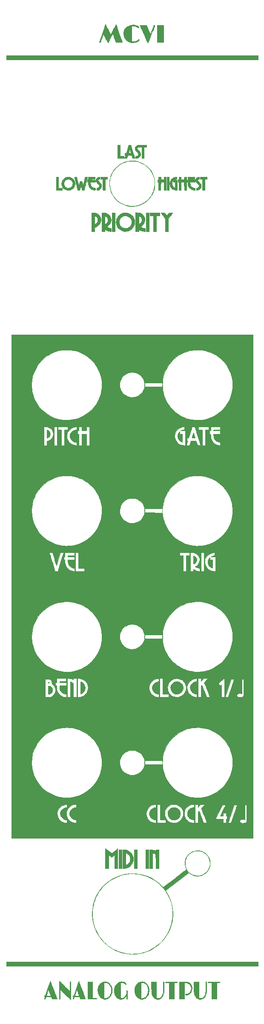
<source format=gbr>
G04 #@! TF.GenerationSoftware,KiCad,Pcbnew,5.1.9-73d0e3b20d~88~ubuntu20.04.1*
G04 #@! TF.CreationDate,2021-03-31T20:56:07-04:00*
G04 #@! TF.ProjectId,MCVI-panel,4d435649-2d70-4616-9e65-6c2e6b696361,rev?*
G04 #@! TF.SameCoordinates,Original*
G04 #@! TF.FileFunction,Legend,Top*
G04 #@! TF.FilePolarity,Positive*
%FSLAX46Y46*%
G04 Gerber Fmt 4.6, Leading zero omitted, Abs format (unit mm)*
G04 Created by KiCad (PCBNEW 5.1.9-73d0e3b20d~88~ubuntu20.04.1) date 2021-03-31 20:56:07*
%MOMM*%
%LPD*%
G01*
G04 APERTURE LIST*
%ADD10C,0.010000*%
G04 APERTURE END LIST*
D10*
G36*
X53314882Y-92104300D02*
G01*
X53336963Y-92162977D01*
X53367402Y-92252116D01*
X53402981Y-92362652D01*
X53403466Y-92364199D01*
X53448849Y-92508884D01*
X53498029Y-92665489D01*
X53543777Y-92811002D01*
X53567406Y-92886059D01*
X53597633Y-92987540D01*
X53618873Y-93069843D01*
X53628416Y-93121788D01*
X53627423Y-93133709D01*
X53597702Y-93139315D01*
X53529346Y-93143416D01*
X53434498Y-93146008D01*
X53325297Y-93147085D01*
X53213886Y-93146644D01*
X53112406Y-93144680D01*
X53032997Y-93141187D01*
X52987802Y-93136163D01*
X52982218Y-93133951D01*
X52986382Y-93108021D01*
X53003496Y-93042368D01*
X53030913Y-92945614D01*
X53065982Y-92826382D01*
X53106056Y-92693294D01*
X53148487Y-92554973D01*
X53190625Y-92420041D01*
X53229821Y-92297121D01*
X53263428Y-92194836D01*
X53288797Y-92121806D01*
X53303279Y-92086656D01*
X53304379Y-92085154D01*
X53314882Y-92104300D01*
G37*
X53314882Y-92104300D02*
X53336963Y-92162977D01*
X53367402Y-92252116D01*
X53402981Y-92362652D01*
X53403466Y-92364199D01*
X53448849Y-92508884D01*
X53498029Y-92665489D01*
X53543777Y-92811002D01*
X53567406Y-92886059D01*
X53597633Y-92987540D01*
X53618873Y-93069843D01*
X53628416Y-93121788D01*
X53627423Y-93133709D01*
X53597702Y-93139315D01*
X53529346Y-93143416D01*
X53434498Y-93146008D01*
X53325297Y-93147085D01*
X53213886Y-93146644D01*
X53112406Y-93144680D01*
X53032997Y-93141187D01*
X52987802Y-93136163D01*
X52982218Y-93133951D01*
X52986382Y-93108021D01*
X53003496Y-93042368D01*
X53030913Y-92945614D01*
X53065982Y-92826382D01*
X53106056Y-92693294D01*
X53148487Y-92554973D01*
X53190625Y-92420041D01*
X53229821Y-92297121D01*
X53263428Y-92194836D01*
X53288797Y-92121806D01*
X53303279Y-92086656D01*
X53304379Y-92085154D01*
X53314882Y-92104300D01*
G36*
X50574200Y-92309200D02*
G01*
X51107600Y-92309200D01*
X51107600Y-93120500D01*
X51106992Y-93318408D01*
X51105269Y-93499630D01*
X51102580Y-93658025D01*
X51099076Y-93787454D01*
X51094908Y-93881776D01*
X51090225Y-93934849D01*
X51087456Y-93944251D01*
X51054984Y-93941977D01*
X50991035Y-93923466D01*
X50924408Y-93898619D01*
X50714702Y-93786826D01*
X50528097Y-93634397D01*
X50372226Y-93449084D01*
X50254722Y-93238638D01*
X50240292Y-93203909D01*
X50214189Y-93129803D01*
X50197064Y-93055538D01*
X50187110Y-92967265D01*
X50182520Y-92851136D01*
X50181557Y-92753700D01*
X50181697Y-92623365D01*
X50184890Y-92529814D01*
X50193698Y-92459034D01*
X50210682Y-92397010D01*
X50238405Y-92329729D01*
X50272105Y-92258400D01*
X50330721Y-92149831D01*
X50399124Y-92042670D01*
X50463270Y-91958779D01*
X50467913Y-91953600D01*
X50572116Y-91839300D01*
X50574200Y-92309200D01*
G37*
X50574200Y-92309200D02*
X51107600Y-92309200D01*
X51107600Y-93120500D01*
X51106992Y-93318408D01*
X51105269Y-93499630D01*
X51102580Y-93658025D01*
X51099076Y-93787454D01*
X51094908Y-93881776D01*
X51090225Y-93934849D01*
X51087456Y-93944251D01*
X51054984Y-93941977D01*
X50991035Y-93923466D01*
X50924408Y-93898619D01*
X50714702Y-93786826D01*
X50528097Y-93634397D01*
X50372226Y-93449084D01*
X50254722Y-93238638D01*
X50240292Y-93203909D01*
X50214189Y-93129803D01*
X50197064Y-93055538D01*
X50187110Y-92967265D01*
X50182520Y-92851136D01*
X50181557Y-92753700D01*
X50181697Y-92623365D01*
X50184890Y-92529814D01*
X50193698Y-92459034D01*
X50210682Y-92397010D01*
X50238405Y-92329729D01*
X50272105Y-92258400D01*
X50330721Y-92149831D01*
X50399124Y-92042670D01*
X50463270Y-91958779D01*
X50467913Y-91953600D01*
X50572116Y-91839300D01*
X50574200Y-92309200D01*
G36*
X24270919Y-91538983D02*
G01*
X24317022Y-91562478D01*
X24355894Y-91582769D01*
X24520191Y-91693677D01*
X24656980Y-91841409D01*
X24739534Y-91979000D01*
X24774561Y-92061966D01*
X24794772Y-92140189D01*
X24803799Y-92233285D01*
X24805405Y-92334600D01*
X24794081Y-92509237D01*
X24756947Y-92653128D01*
X24687918Y-92782338D01*
X24590153Y-92902991D01*
X24516194Y-92971036D01*
X24424744Y-93038109D01*
X24329888Y-93095578D01*
X24245712Y-93134812D01*
X24191312Y-93147400D01*
X24181851Y-93138266D01*
X24174276Y-93107885D01*
X24168407Y-93051780D01*
X24164060Y-92965478D01*
X24161053Y-92844505D01*
X24159204Y-92684387D01*
X24158331Y-92480650D01*
X24158200Y-92334600D01*
X24158018Y-92102841D01*
X24158260Y-91917391D01*
X24160106Y-91773762D01*
X24164735Y-91667467D01*
X24173327Y-91594021D01*
X24187062Y-91548935D01*
X24207119Y-91527725D01*
X24234678Y-91525903D01*
X24270919Y-91538983D01*
G37*
X24270919Y-91538983D02*
X24317022Y-91562478D01*
X24355894Y-91582769D01*
X24520191Y-91693677D01*
X24656980Y-91841409D01*
X24739534Y-91979000D01*
X24774561Y-92061966D01*
X24794772Y-92140189D01*
X24803799Y-92233285D01*
X24805405Y-92334600D01*
X24794081Y-92509237D01*
X24756947Y-92653128D01*
X24687918Y-92782338D01*
X24590153Y-92902991D01*
X24516194Y-92971036D01*
X24424744Y-93038109D01*
X24329888Y-93095578D01*
X24245712Y-93134812D01*
X24191312Y-93147400D01*
X24181851Y-93138266D01*
X24174276Y-93107885D01*
X24168407Y-93051780D01*
X24164060Y-92965478D01*
X24161053Y-92844505D01*
X24159204Y-92684387D01*
X24158331Y-92480650D01*
X24158200Y-92334600D01*
X24158018Y-92102841D01*
X24158260Y-91917391D01*
X24160106Y-91773762D01*
X24164735Y-91667467D01*
X24173327Y-91594021D01*
X24187062Y-91548935D01*
X24207119Y-91527725D01*
X24234678Y-91525903D01*
X24270919Y-91538983D01*
G36*
X56555762Y-116894449D02*
G01*
X56563857Y-116957025D01*
X56568197Y-117047069D01*
X56568600Y-117086900D01*
X56568600Y-117302800D01*
X57076600Y-117302800D01*
X57076600Y-118128300D01*
X57076037Y-118327193D01*
X57074439Y-118508746D01*
X57071946Y-118667011D01*
X57068693Y-118796039D01*
X57064819Y-118889883D01*
X57060460Y-118942595D01*
X57057550Y-118952010D01*
X57023197Y-118942753D01*
X56962408Y-118922135D01*
X56947213Y-118916611D01*
X56814693Y-118860426D01*
X56701877Y-118793076D01*
X56588826Y-118701781D01*
X56536821Y-118653548D01*
X56375952Y-118467251D01*
X56256753Y-118258659D01*
X56180528Y-118034510D01*
X56148579Y-117801543D01*
X56162209Y-117566496D01*
X56222721Y-117336109D01*
X56263539Y-117240028D01*
X56312341Y-117150080D01*
X56371806Y-117057982D01*
X56433871Y-116974297D01*
X56490474Y-116909590D01*
X56533551Y-116874427D01*
X56545179Y-116871000D01*
X56555762Y-116894449D01*
G37*
X56555762Y-116894449D02*
X56563857Y-116957025D01*
X56568197Y-117047069D01*
X56568600Y-117086900D01*
X56568600Y-117302800D01*
X57076600Y-117302800D01*
X57076600Y-118128300D01*
X57076037Y-118327193D01*
X57074439Y-118508746D01*
X57071946Y-118667011D01*
X57068693Y-118796039D01*
X57064819Y-118889883D01*
X57060460Y-118942595D01*
X57057550Y-118952010D01*
X57023197Y-118942753D01*
X56962408Y-118922135D01*
X56947213Y-118916611D01*
X56814693Y-118860426D01*
X56701877Y-118793076D01*
X56588826Y-118701781D01*
X56536821Y-118653548D01*
X56375952Y-118467251D01*
X56256753Y-118258659D01*
X56180528Y-118034510D01*
X56148579Y-117801543D01*
X56162209Y-117566496D01*
X56222721Y-117336109D01*
X56263539Y-117240028D01*
X56312341Y-117150080D01*
X56371806Y-117057982D01*
X56433871Y-116974297D01*
X56490474Y-116909590D01*
X56533551Y-116874427D01*
X56545179Y-116871000D01*
X56555762Y-116894449D01*
G36*
X53388017Y-116531224D02*
G01*
X53474101Y-116572943D01*
X53569277Y-116631925D01*
X53659461Y-116699539D01*
X53723953Y-116759808D01*
X53828238Y-116889903D01*
X53894785Y-117019326D01*
X53929719Y-117164248D01*
X53939203Y-117328200D01*
X53935379Y-117457300D01*
X53921925Y-117554149D01*
X53895869Y-117636858D01*
X53884098Y-117663917D01*
X53812651Y-117784195D01*
X53714055Y-117904137D01*
X53602721Y-118008568D01*
X53493061Y-118082312D01*
X53481243Y-118088123D01*
X53429738Y-118113104D01*
X53388497Y-118131408D01*
X53356386Y-118138477D01*
X53332269Y-118129753D01*
X53315012Y-118100679D01*
X53303479Y-118046696D01*
X53296536Y-117963247D01*
X53293047Y-117845774D01*
X53291877Y-117689720D01*
X53291892Y-117490526D01*
X53292000Y-117328200D01*
X53292372Y-117095952D01*
X53293609Y-116910026D01*
X53295895Y-116765948D01*
X53299411Y-116659242D01*
X53304339Y-116585435D01*
X53310862Y-116540054D01*
X53319162Y-116518623D01*
X53325112Y-116515400D01*
X53388017Y-116531224D01*
G37*
X53388017Y-116531224D02*
X53474101Y-116572943D01*
X53569277Y-116631925D01*
X53659461Y-116699539D01*
X53723953Y-116759808D01*
X53828238Y-116889903D01*
X53894785Y-117019326D01*
X53929719Y-117164248D01*
X53939203Y-117328200D01*
X53935379Y-117457300D01*
X53921925Y-117554149D01*
X53895869Y-117636858D01*
X53884098Y-117663917D01*
X53812651Y-117784195D01*
X53714055Y-117904137D01*
X53602721Y-118008568D01*
X53493061Y-118082312D01*
X53481243Y-118088123D01*
X53429738Y-118113104D01*
X53388497Y-118131408D01*
X53356386Y-118138477D01*
X53332269Y-118129753D01*
X53315012Y-118100679D01*
X53303479Y-118046696D01*
X53296536Y-117963247D01*
X53293047Y-117845774D01*
X53291877Y-117689720D01*
X53291892Y-117490526D01*
X53292000Y-117328200D01*
X53292372Y-117095952D01*
X53293609Y-116910026D01*
X53295895Y-116765948D01*
X53299411Y-116659242D01*
X53304339Y-116585435D01*
X53310862Y-116540054D01*
X53319162Y-116518623D01*
X53325112Y-116515400D01*
X53388017Y-116531224D01*
G36*
X50236863Y-141505653D02*
G01*
X50461055Y-141573124D01*
X50673303Y-141685393D01*
X50867901Y-141842360D01*
X50899848Y-141874554D01*
X51057875Y-142073096D01*
X51171163Y-142289811D01*
X51238880Y-142519062D01*
X51260195Y-142755212D01*
X51234277Y-142992623D01*
X51160295Y-143225658D01*
X51113453Y-143323198D01*
X51041424Y-143432082D01*
X50939308Y-143552858D01*
X50820863Y-143671765D01*
X50699850Y-143775044D01*
X50590030Y-143848934D01*
X50584998Y-143851653D01*
X50370142Y-143939624D01*
X50138429Y-143987347D01*
X49903504Y-143993204D01*
X49688053Y-143958054D01*
X49455598Y-143870634D01*
X49248813Y-143743172D01*
X49071897Y-143581090D01*
X48929045Y-143389811D01*
X48824455Y-143174757D01*
X48762323Y-142941352D01*
X48746002Y-142740900D01*
X48770235Y-142492816D01*
X48842443Y-142260842D01*
X48961889Y-142046671D01*
X49127836Y-141851996D01*
X49136354Y-141843751D01*
X49334716Y-141685738D01*
X49549651Y-141573022D01*
X49775457Y-141505502D01*
X50006428Y-141483079D01*
X50236863Y-141505653D01*
G37*
X50236863Y-141505653D02*
X50461055Y-141573124D01*
X50673303Y-141685393D01*
X50867901Y-141842360D01*
X50899848Y-141874554D01*
X51057875Y-142073096D01*
X51171163Y-142289811D01*
X51238880Y-142519062D01*
X51260195Y-142755212D01*
X51234277Y-142992623D01*
X51160295Y-143225658D01*
X51113453Y-143323198D01*
X51041424Y-143432082D01*
X50939308Y-143552858D01*
X50820863Y-143671765D01*
X50699850Y-143775044D01*
X50590030Y-143848934D01*
X50584998Y-143851653D01*
X50370142Y-143939624D01*
X50138429Y-143987347D01*
X49903504Y-143993204D01*
X49688053Y-143958054D01*
X49455598Y-143870634D01*
X49248813Y-143743172D01*
X49071897Y-143581090D01*
X48929045Y-143389811D01*
X48824455Y-143174757D01*
X48762323Y-142941352D01*
X48746002Y-142740900D01*
X48770235Y-142492816D01*
X48842443Y-142260842D01*
X48961889Y-142046671D01*
X49127836Y-141851996D01*
X49136354Y-141843751D01*
X49334716Y-141685738D01*
X49549651Y-141573022D01*
X49775457Y-141505502D01*
X50006428Y-141483079D01*
X50236863Y-141505653D01*
G36*
X30941263Y-141549969D02*
G01*
X30985062Y-141571620D01*
X31037724Y-141598519D01*
X31055308Y-141607015D01*
X31152246Y-141662175D01*
X31261158Y-141738130D01*
X31359072Y-141818807D01*
X31362351Y-141821828D01*
X31521913Y-142002863D01*
X31640905Y-142209143D01*
X31718230Y-142433939D01*
X31752794Y-142670526D01*
X31743503Y-142912174D01*
X31689262Y-143152156D01*
X31610028Y-143343862D01*
X31515539Y-143489540D01*
X31386844Y-143630716D01*
X31236335Y-143757297D01*
X31076403Y-143859188D01*
X30919438Y-143926293D01*
X30882850Y-143936276D01*
X30813000Y-143952907D01*
X30813000Y-142743653D01*
X30812711Y-142457080D01*
X30812385Y-142217505D01*
X30812830Y-142021131D01*
X30814857Y-141864165D01*
X30819272Y-141742809D01*
X30826887Y-141653270D01*
X30838510Y-141591750D01*
X30854950Y-141554456D01*
X30877016Y-141537591D01*
X30905517Y-141537361D01*
X30941263Y-141549969D01*
G37*
X30941263Y-141549969D02*
X30985062Y-141571620D01*
X31037724Y-141598519D01*
X31055308Y-141607015D01*
X31152246Y-141662175D01*
X31261158Y-141738130D01*
X31359072Y-141818807D01*
X31362351Y-141821828D01*
X31521913Y-142002863D01*
X31640905Y-142209143D01*
X31718230Y-142433939D01*
X31752794Y-142670526D01*
X31743503Y-142912174D01*
X31689262Y-143152156D01*
X31610028Y-143343862D01*
X31515539Y-143489540D01*
X31386844Y-143630716D01*
X31236335Y-143757297D01*
X31076403Y-143859188D01*
X30919438Y-143926293D01*
X30882850Y-143936276D01*
X30813000Y-143952907D01*
X30813000Y-142743653D01*
X30812711Y-142457080D01*
X30812385Y-142217505D01*
X30812830Y-142021131D01*
X30814857Y-141864165D01*
X30819272Y-141742809D01*
X30826887Y-141653270D01*
X30838510Y-141591750D01*
X30854950Y-141554456D01*
X30877016Y-141537591D01*
X30905517Y-141537361D01*
X30941263Y-141549969D01*
G36*
X24492155Y-141589783D02*
G01*
X24549551Y-141616056D01*
X24574576Y-141642350D01*
X24586308Y-141700614D01*
X24557495Y-141752787D01*
X24497428Y-141782923D01*
X24492155Y-141783816D01*
X24457461Y-141782992D01*
X24441653Y-141758262D01*
X24437628Y-141696994D01*
X24437600Y-141686800D01*
X24440706Y-141620404D01*
X24454759Y-141592031D01*
X24486863Y-141589050D01*
X24492155Y-141589783D01*
G37*
X24492155Y-141589783D02*
X24549551Y-141616056D01*
X24574576Y-141642350D01*
X24586308Y-141700614D01*
X24557495Y-141752787D01*
X24497428Y-141782923D01*
X24492155Y-141783816D01*
X24457461Y-141782992D01*
X24441653Y-141758262D01*
X24437628Y-141696994D01*
X24437600Y-141686800D01*
X24440706Y-141620404D01*
X24454759Y-141592031D01*
X24486863Y-141589050D01*
X24492155Y-141589783D01*
G36*
X24574058Y-142379576D02*
G01*
X24749700Y-142422083D01*
X24916891Y-142508616D01*
X25066188Y-142632411D01*
X25188145Y-142786704D01*
X25220431Y-142842500D01*
X25255325Y-142916145D01*
X25275841Y-142986021D01*
X25285581Y-143070361D01*
X25288143Y-143185400D01*
X25285774Y-143302888D01*
X25275668Y-143389269D01*
X25254015Y-143464085D01*
X25218130Y-143544594D01*
X25106841Y-143716245D01*
X24961047Y-143854189D01*
X24787560Y-143953499D01*
X24593194Y-144009253D01*
X24570950Y-144012499D01*
X24437600Y-144030144D01*
X24437600Y-142365492D01*
X24574058Y-142379576D01*
G37*
X24574058Y-142379576D02*
X24749700Y-142422083D01*
X24916891Y-142508616D01*
X25066188Y-142632411D01*
X25188145Y-142786704D01*
X25220431Y-142842500D01*
X25255325Y-142916145D01*
X25275841Y-142986021D01*
X25285581Y-143070361D01*
X25288143Y-143185400D01*
X25285774Y-143302888D01*
X25275668Y-143389269D01*
X25254015Y-143464085D01*
X25218130Y-143544594D01*
X25106841Y-143716245D01*
X24961047Y-143854189D01*
X24787560Y-143953499D01*
X24593194Y-144009253D01*
X24570950Y-144012499D01*
X24437600Y-144030144D01*
X24437600Y-142365492D01*
X24574058Y-142379576D01*
G36*
X49707887Y-166515534D02*
G01*
X49925237Y-166590120D01*
X50126327Y-166702845D01*
X50305500Y-166849489D01*
X50457096Y-167025834D01*
X50575456Y-167227661D01*
X50654921Y-167450752D01*
X50677578Y-167564095D01*
X50688445Y-167800344D01*
X50652483Y-168031661D01*
X50573647Y-168251892D01*
X50455892Y-168454883D01*
X50303176Y-168634479D01*
X50119454Y-168784526D01*
X49908680Y-168898870D01*
X49792306Y-168941374D01*
X49618853Y-168977849D01*
X49426543Y-168990292D01*
X49236710Y-168978627D01*
X49074203Y-168943915D01*
X48849785Y-168851364D01*
X48656883Y-168724996D01*
X48518003Y-168595343D01*
X48363820Y-168396414D01*
X48253154Y-168178452D01*
X48188009Y-167947598D01*
X48170392Y-167709993D01*
X48183013Y-167569718D01*
X48244106Y-167330925D01*
X48348872Y-167111544D01*
X48492239Y-166916686D01*
X48669132Y-166751460D01*
X48874481Y-166620979D01*
X49103211Y-166530354D01*
X49247050Y-166497653D01*
X49479939Y-166483306D01*
X49707887Y-166515534D01*
G37*
X49707887Y-166515534D02*
X49925237Y-166590120D01*
X50126327Y-166702845D01*
X50305500Y-166849489D01*
X50457096Y-167025834D01*
X50575456Y-167227661D01*
X50654921Y-167450752D01*
X50677578Y-167564095D01*
X50688445Y-167800344D01*
X50652483Y-168031661D01*
X50573647Y-168251892D01*
X50455892Y-168454883D01*
X50303176Y-168634479D01*
X50119454Y-168784526D01*
X49908680Y-168898870D01*
X49792306Y-168941374D01*
X49618853Y-168977849D01*
X49426543Y-168990292D01*
X49236710Y-168978627D01*
X49074203Y-168943915D01*
X48849785Y-168851364D01*
X48656883Y-168724996D01*
X48518003Y-168595343D01*
X48363820Y-168396414D01*
X48253154Y-168178452D01*
X48188009Y-167947598D01*
X48170392Y-167709993D01*
X48183013Y-167569718D01*
X48244106Y-167330925D01*
X48348872Y-167111544D01*
X48492239Y-166916686D01*
X48669132Y-166751460D01*
X48874481Y-166620979D01*
X49103211Y-166530354D01*
X49247050Y-166497653D01*
X49479939Y-166483306D01*
X49707887Y-166515534D01*
G36*
X47323000Y-14559800D02*
G01*
X46078400Y-14559800D01*
X46078400Y-11130800D01*
X47323000Y-11130800D01*
X47323000Y-14559800D01*
G37*
X47323000Y-14559800D02*
X46078400Y-14559800D01*
X46078400Y-11130800D01*
X47323000Y-11130800D01*
X47323000Y-14559800D01*
G36*
X41531738Y-11107931D02*
G01*
X41763902Y-11141753D01*
X41973450Y-11200919D01*
X42112960Y-11258592D01*
X42270293Y-11340090D01*
X42377658Y-11414001D01*
X42435291Y-11480512D01*
X42446200Y-11520712D01*
X42428196Y-11592914D01*
X42380156Y-11630991D01*
X42311038Y-11633381D01*
X42229800Y-11598518D01*
X42186733Y-11566018D01*
X42032435Y-11460340D01*
X41841273Y-11376437D01*
X41623681Y-11317550D01*
X41390092Y-11286916D01*
X41275814Y-11283200D01*
X41170369Y-11284892D01*
X41081549Y-11289405D01*
X41023777Y-11295893D01*
X41013177Y-11298617D01*
X41004798Y-11305765D01*
X40997657Y-11322768D01*
X40991658Y-11353360D01*
X40986702Y-11401273D01*
X40982693Y-11470242D01*
X40979535Y-11563999D01*
X40977129Y-11686278D01*
X40975379Y-11840812D01*
X40974188Y-12031335D01*
X40973459Y-12261580D01*
X40973096Y-12535281D01*
X40973000Y-12844842D01*
X40973000Y-14375650D01*
X41052375Y-14391525D01*
X41165949Y-14404277D01*
X41309796Y-14406174D01*
X41464714Y-14397894D01*
X41611504Y-14380119D01*
X41667303Y-14369734D01*
X41891387Y-14304910D01*
X42077914Y-14212065D01*
X42228054Y-14093400D01*
X42315332Y-14017280D01*
X42381871Y-13981437D01*
X42434393Y-13983412D01*
X42466520Y-14006080D01*
X42495886Y-14067683D01*
X42483143Y-14142611D01*
X42430692Y-14219699D01*
X42417884Y-14232323D01*
X42330949Y-14297588D01*
X42209582Y-14367760D01*
X42068728Y-14435818D01*
X41923335Y-14494742D01*
X41788350Y-14537512D01*
X41747700Y-14547081D01*
X41574263Y-14575022D01*
X41381631Y-14592473D01*
X41189550Y-14598491D01*
X41017767Y-14592135D01*
X40952498Y-14585008D01*
X40653664Y-14520096D01*
X40378729Y-14413991D01*
X40131232Y-14269496D01*
X39914714Y-14089415D01*
X39732714Y-13876549D01*
X39588772Y-13633701D01*
X39511441Y-13444096D01*
X39457187Y-13232910D01*
X39426448Y-12999559D01*
X39419539Y-12759950D01*
X39436776Y-12529991D01*
X39478477Y-12325591D01*
X39488550Y-12292911D01*
X39602084Y-12022839D01*
X39755504Y-11784201D01*
X39948647Y-11577176D01*
X40181350Y-11401944D01*
X40401500Y-11282139D01*
X40598375Y-11199246D01*
X40782605Y-11143560D01*
X40972676Y-11111122D01*
X41187071Y-11097975D01*
X41265100Y-11097195D01*
X41531738Y-11107931D01*
G37*
X41531738Y-11107931D02*
X41763902Y-11141753D01*
X41973450Y-11200919D01*
X42112960Y-11258592D01*
X42270293Y-11340090D01*
X42377658Y-11414001D01*
X42435291Y-11480512D01*
X42446200Y-11520712D01*
X42428196Y-11592914D01*
X42380156Y-11630991D01*
X42311038Y-11633381D01*
X42229800Y-11598518D01*
X42186733Y-11566018D01*
X42032435Y-11460340D01*
X41841273Y-11376437D01*
X41623681Y-11317550D01*
X41390092Y-11286916D01*
X41275814Y-11283200D01*
X41170369Y-11284892D01*
X41081549Y-11289405D01*
X41023777Y-11295893D01*
X41013177Y-11298617D01*
X41004798Y-11305765D01*
X40997657Y-11322768D01*
X40991658Y-11353360D01*
X40986702Y-11401273D01*
X40982693Y-11470242D01*
X40979535Y-11563999D01*
X40977129Y-11686278D01*
X40975379Y-11840812D01*
X40974188Y-12031335D01*
X40973459Y-12261580D01*
X40973096Y-12535281D01*
X40973000Y-12844842D01*
X40973000Y-14375650D01*
X41052375Y-14391525D01*
X41165949Y-14404277D01*
X41309796Y-14406174D01*
X41464714Y-14397894D01*
X41611504Y-14380119D01*
X41667303Y-14369734D01*
X41891387Y-14304910D01*
X42077914Y-14212065D01*
X42228054Y-14093400D01*
X42315332Y-14017280D01*
X42381871Y-13981437D01*
X42434393Y-13983412D01*
X42466520Y-14006080D01*
X42495886Y-14067683D01*
X42483143Y-14142611D01*
X42430692Y-14219699D01*
X42417884Y-14232323D01*
X42330949Y-14297588D01*
X42209582Y-14367760D01*
X42068728Y-14435818D01*
X41923335Y-14494742D01*
X41788350Y-14537512D01*
X41747700Y-14547081D01*
X41574263Y-14575022D01*
X41381631Y-14592473D01*
X41189550Y-14598491D01*
X41017767Y-14592135D01*
X40952498Y-14585008D01*
X40653664Y-14520096D01*
X40378729Y-14413991D01*
X40131232Y-14269496D01*
X39914714Y-14089415D01*
X39732714Y-13876549D01*
X39588772Y-13633701D01*
X39511441Y-13444096D01*
X39457187Y-13232910D01*
X39426448Y-12999559D01*
X39419539Y-12759950D01*
X39436776Y-12529991D01*
X39478477Y-12325591D01*
X39488550Y-12292911D01*
X39602084Y-12022839D01*
X39755504Y-11784201D01*
X39948647Y-11577176D01*
X40181350Y-11401944D01*
X40401500Y-11282139D01*
X40598375Y-11199246D01*
X40782605Y-11143560D01*
X40972676Y-11111122D01*
X41187071Y-11097975D01*
X41265100Y-11097195D01*
X41531738Y-11107931D01*
G36*
X37920241Y-11007164D02*
G01*
X37944910Y-11075809D01*
X37982946Y-11183323D01*
X38032763Y-11325126D01*
X38092773Y-11496636D01*
X38161390Y-11693273D01*
X38237026Y-11910454D01*
X38318095Y-12143600D01*
X38403008Y-12388129D01*
X38490180Y-12639461D01*
X38578022Y-12893014D01*
X38664948Y-13144207D01*
X38749370Y-13388459D01*
X38829703Y-13621190D01*
X38904357Y-13837818D01*
X38971747Y-14033762D01*
X39030285Y-14204442D01*
X39078384Y-14345276D01*
X39114457Y-14451683D01*
X39136917Y-14519083D01*
X39144200Y-14542804D01*
X39119921Y-14547370D01*
X39051561Y-14550986D01*
X38945831Y-14553535D01*
X38809440Y-14554906D01*
X38649101Y-14554983D01*
X38492312Y-14553878D01*
X37840425Y-14547100D01*
X37553109Y-13659890D01*
X37487408Y-13457028D01*
X37426570Y-13269215D01*
X37372386Y-13101981D01*
X37326649Y-12960854D01*
X37291150Y-12851362D01*
X37267681Y-12779035D01*
X37258033Y-12749401D01*
X37257994Y-12749284D01*
X37245792Y-12766332D01*
X37214141Y-12824679D01*
X37165341Y-12919714D01*
X37101690Y-13046825D01*
X37025487Y-13201402D01*
X36939030Y-13378832D01*
X36844618Y-13574505D01*
X36793848Y-13680458D01*
X36695904Y-13884710D01*
X36604564Y-14073994D01*
X36522167Y-14243549D01*
X36451053Y-14388615D01*
X36393562Y-14504432D01*
X36352033Y-14586240D01*
X36328805Y-14629278D01*
X36324800Y-14634772D01*
X36309997Y-14613313D01*
X36273308Y-14552280D01*
X36217506Y-14456511D01*
X36145368Y-14330844D01*
X36059668Y-14180117D01*
X35963180Y-14009169D01*
X35858681Y-13822836D01*
X35843297Y-13795310D01*
X35737716Y-13606759D01*
X35639661Y-13432512D01*
X35551930Y-13277473D01*
X35477318Y-13146550D01*
X35418624Y-13044646D01*
X35378644Y-12976668D01*
X35360176Y-12947520D01*
X35359483Y-12946827D01*
X35347699Y-12967100D01*
X35323105Y-13029029D01*
X35288129Y-13125812D01*
X35245200Y-13250645D01*
X35196746Y-13396725D01*
X35175284Y-13462924D01*
X35085919Y-13739161D01*
X35010393Y-13969726D01*
X34947695Y-14157528D01*
X34896814Y-14305475D01*
X34856737Y-14416477D01*
X34826454Y-14493443D01*
X34804952Y-14539280D01*
X34796425Y-14552370D01*
X34750231Y-14576123D01*
X34688663Y-14580147D01*
X34629753Y-14560307D01*
X34602672Y-14513131D01*
X34607379Y-14435228D01*
X34643832Y-14323203D01*
X34684388Y-14230785D01*
X34703582Y-14183341D01*
X34737259Y-14092845D01*
X34783667Y-13964382D01*
X34841056Y-13803036D01*
X34907672Y-13613891D01*
X34981765Y-13402031D01*
X35061582Y-13172541D01*
X35145370Y-12930505D01*
X35231379Y-12681007D01*
X35317856Y-12429132D01*
X35403049Y-12179962D01*
X35485207Y-11938584D01*
X35562577Y-11710080D01*
X35633408Y-11499536D01*
X35695948Y-11312035D01*
X35748444Y-11152661D01*
X35789145Y-11026499D01*
X35795944Y-11004974D01*
X35809535Y-11019110D01*
X35843856Y-11074207D01*
X35896551Y-11165968D01*
X35965270Y-11290101D01*
X36047659Y-11442309D01*
X36141366Y-11618300D01*
X36244038Y-11813779D01*
X36335141Y-11989224D01*
X36443810Y-12199128D01*
X36545382Y-12394496D01*
X36637488Y-12570831D01*
X36717758Y-12723635D01*
X36783825Y-12848412D01*
X36833317Y-12940663D01*
X36863866Y-12995892D01*
X36873104Y-13010400D01*
X36886238Y-12988420D01*
X36919691Y-12925512D01*
X36971144Y-12826224D01*
X37038275Y-12695103D01*
X37118763Y-12536699D01*
X37210289Y-12355557D01*
X37310530Y-12156227D01*
X37392990Y-11991619D01*
X37498261Y-11781671D01*
X37596540Y-11586712D01*
X37685524Y-11411238D01*
X37762907Y-11259742D01*
X37826387Y-11136721D01*
X37873660Y-11046669D01*
X37902420Y-10994081D01*
X37910528Y-10981969D01*
X37920241Y-11007164D01*
G37*
X37920241Y-11007164D02*
X37944910Y-11075809D01*
X37982946Y-11183323D01*
X38032763Y-11325126D01*
X38092773Y-11496636D01*
X38161390Y-11693273D01*
X38237026Y-11910454D01*
X38318095Y-12143600D01*
X38403008Y-12388129D01*
X38490180Y-12639461D01*
X38578022Y-12893014D01*
X38664948Y-13144207D01*
X38749370Y-13388459D01*
X38829703Y-13621190D01*
X38904357Y-13837818D01*
X38971747Y-14033762D01*
X39030285Y-14204442D01*
X39078384Y-14345276D01*
X39114457Y-14451683D01*
X39136917Y-14519083D01*
X39144200Y-14542804D01*
X39119921Y-14547370D01*
X39051561Y-14550986D01*
X38945831Y-14553535D01*
X38809440Y-14554906D01*
X38649101Y-14554983D01*
X38492312Y-14553878D01*
X37840425Y-14547100D01*
X37553109Y-13659890D01*
X37487408Y-13457028D01*
X37426570Y-13269215D01*
X37372386Y-13101981D01*
X37326649Y-12960854D01*
X37291150Y-12851362D01*
X37267681Y-12779035D01*
X37258033Y-12749401D01*
X37257994Y-12749284D01*
X37245792Y-12766332D01*
X37214141Y-12824679D01*
X37165341Y-12919714D01*
X37101690Y-13046825D01*
X37025487Y-13201402D01*
X36939030Y-13378832D01*
X36844618Y-13574505D01*
X36793848Y-13680458D01*
X36695904Y-13884710D01*
X36604564Y-14073994D01*
X36522167Y-14243549D01*
X36451053Y-14388615D01*
X36393562Y-14504432D01*
X36352033Y-14586240D01*
X36328805Y-14629278D01*
X36324800Y-14634772D01*
X36309997Y-14613313D01*
X36273308Y-14552280D01*
X36217506Y-14456511D01*
X36145368Y-14330844D01*
X36059668Y-14180117D01*
X35963180Y-14009169D01*
X35858681Y-13822836D01*
X35843297Y-13795310D01*
X35737716Y-13606759D01*
X35639661Y-13432512D01*
X35551930Y-13277473D01*
X35477318Y-13146550D01*
X35418624Y-13044646D01*
X35378644Y-12976668D01*
X35360176Y-12947520D01*
X35359483Y-12946827D01*
X35347699Y-12967100D01*
X35323105Y-13029029D01*
X35288129Y-13125812D01*
X35245200Y-13250645D01*
X35196746Y-13396725D01*
X35175284Y-13462924D01*
X35085919Y-13739161D01*
X35010393Y-13969726D01*
X34947695Y-14157528D01*
X34896814Y-14305475D01*
X34856737Y-14416477D01*
X34826454Y-14493443D01*
X34804952Y-14539280D01*
X34796425Y-14552370D01*
X34750231Y-14576123D01*
X34688663Y-14580147D01*
X34629753Y-14560307D01*
X34602672Y-14513131D01*
X34607379Y-14435228D01*
X34643832Y-14323203D01*
X34684388Y-14230785D01*
X34703582Y-14183341D01*
X34737259Y-14092845D01*
X34783667Y-13964382D01*
X34841056Y-13803036D01*
X34907672Y-13613891D01*
X34981765Y-13402031D01*
X35061582Y-13172541D01*
X35145370Y-12930505D01*
X35231379Y-12681007D01*
X35317856Y-12429132D01*
X35403049Y-12179962D01*
X35485207Y-11938584D01*
X35562577Y-11710080D01*
X35633408Y-11499536D01*
X35695948Y-11312035D01*
X35748444Y-11152661D01*
X35789145Y-11026499D01*
X35795944Y-11004974D01*
X35809535Y-11019110D01*
X35843856Y-11074207D01*
X35896551Y-11165968D01*
X35965270Y-11290101D01*
X36047659Y-11442309D01*
X36141366Y-11618300D01*
X36244038Y-11813779D01*
X36335141Y-11989224D01*
X36443810Y-12199128D01*
X36545382Y-12394496D01*
X36637488Y-12570831D01*
X36717758Y-12723635D01*
X36783825Y-12848412D01*
X36833317Y-12940663D01*
X36863866Y-12995892D01*
X36873104Y-13010400D01*
X36886238Y-12988420D01*
X36919691Y-12925512D01*
X36971144Y-12826224D01*
X37038275Y-12695103D01*
X37118763Y-12536699D01*
X37210289Y-12355557D01*
X37310530Y-12156227D01*
X37392990Y-11991619D01*
X37498261Y-11781671D01*
X37596540Y-11586712D01*
X37685524Y-11411238D01*
X37762907Y-11259742D01*
X37826387Y-11136721D01*
X37873660Y-11046669D01*
X37902420Y-10994081D01*
X37910528Y-10981969D01*
X37920241Y-11007164D01*
G36*
X45546490Y-11109708D02*
G01*
X45602658Y-11139513D01*
X45626432Y-11202174D01*
X45615257Y-11289435D01*
X45608374Y-11309729D01*
X45592221Y-11351012D01*
X45559464Y-11433020D01*
X45511955Y-11551194D01*
X45451544Y-11700979D01*
X45380082Y-11877816D01*
X45299420Y-12077149D01*
X45211409Y-12294420D01*
X45117899Y-12525073D01*
X45020741Y-12764550D01*
X44921787Y-13008293D01*
X44822887Y-13251747D01*
X44725892Y-13490354D01*
X44632652Y-13719556D01*
X44545020Y-13934796D01*
X44464844Y-14131518D01*
X44393977Y-14305165D01*
X44334270Y-14451178D01*
X44287572Y-14565001D01*
X44255735Y-14642077D01*
X44240610Y-14677849D01*
X44239632Y-14679833D01*
X44225951Y-14663784D01*
X44200021Y-14616065D01*
X44192850Y-14601328D01*
X44170271Y-14552541D01*
X44130167Y-14464309D01*
X44074502Y-14341036D01*
X44005241Y-14187124D01*
X43924350Y-14006975D01*
X43833795Y-13804992D01*
X43735540Y-13585579D01*
X43631552Y-13353136D01*
X43523795Y-13112068D01*
X43414235Y-12866777D01*
X43304837Y-12621666D01*
X43197566Y-12381136D01*
X43094389Y-12149592D01*
X42997270Y-11931435D01*
X42908174Y-11731068D01*
X42829068Y-11552894D01*
X42761916Y-11401316D01*
X42708684Y-11280736D01*
X42671337Y-11195557D01*
X42651841Y-11150181D01*
X42649400Y-11143814D01*
X42673687Y-11140351D01*
X42742113Y-11137714D01*
X42848022Y-11135975D01*
X42984756Y-11135204D01*
X43145661Y-11135472D01*
X43312157Y-11136728D01*
X43974914Y-11143500D01*
X44344677Y-12013450D01*
X44428690Y-12210060D01*
X44506915Y-12391123D01*
X44577066Y-12551496D01*
X44636856Y-12686036D01*
X44683999Y-12789602D01*
X44716206Y-12857051D01*
X44731192Y-12883241D01*
X44731588Y-12883400D01*
X44744534Y-12860816D01*
X44773152Y-12797489D01*
X44814788Y-12700054D01*
X44866787Y-12575146D01*
X44926494Y-12429401D01*
X44991254Y-12269453D01*
X45058413Y-12101937D01*
X45125315Y-11933490D01*
X45189305Y-11770746D01*
X45247728Y-11620340D01*
X45297930Y-11488908D01*
X45337256Y-11383084D01*
X45363050Y-11309505D01*
X45369167Y-11289959D01*
X45414283Y-11184054D01*
X45473940Y-11123125D01*
X45545750Y-11109601D01*
X45546490Y-11109708D01*
G37*
X45546490Y-11109708D02*
X45602658Y-11139513D01*
X45626432Y-11202174D01*
X45615257Y-11289435D01*
X45608374Y-11309729D01*
X45592221Y-11351012D01*
X45559464Y-11433020D01*
X45511955Y-11551194D01*
X45451544Y-11700979D01*
X45380082Y-11877816D01*
X45299420Y-12077149D01*
X45211409Y-12294420D01*
X45117899Y-12525073D01*
X45020741Y-12764550D01*
X44921787Y-13008293D01*
X44822887Y-13251747D01*
X44725892Y-13490354D01*
X44632652Y-13719556D01*
X44545020Y-13934796D01*
X44464844Y-14131518D01*
X44393977Y-14305165D01*
X44334270Y-14451178D01*
X44287572Y-14565001D01*
X44255735Y-14642077D01*
X44240610Y-14677849D01*
X44239632Y-14679833D01*
X44225951Y-14663784D01*
X44200021Y-14616065D01*
X44192850Y-14601328D01*
X44170271Y-14552541D01*
X44130167Y-14464309D01*
X44074502Y-14341036D01*
X44005241Y-14187124D01*
X43924350Y-14006975D01*
X43833795Y-13804992D01*
X43735540Y-13585579D01*
X43631552Y-13353136D01*
X43523795Y-13112068D01*
X43414235Y-12866777D01*
X43304837Y-12621666D01*
X43197566Y-12381136D01*
X43094389Y-12149592D01*
X42997270Y-11931435D01*
X42908174Y-11731068D01*
X42829068Y-11552894D01*
X42761916Y-11401316D01*
X42708684Y-11280736D01*
X42671337Y-11195557D01*
X42651841Y-11150181D01*
X42649400Y-11143814D01*
X42673687Y-11140351D01*
X42742113Y-11137714D01*
X42848022Y-11135975D01*
X42984756Y-11135204D01*
X43145661Y-11135472D01*
X43312157Y-11136728D01*
X43974914Y-11143500D01*
X44344677Y-12013450D01*
X44428690Y-12210060D01*
X44506915Y-12391123D01*
X44577066Y-12551496D01*
X44636856Y-12686036D01*
X44683999Y-12789602D01*
X44716206Y-12857051D01*
X44731192Y-12883241D01*
X44731588Y-12883400D01*
X44744534Y-12860816D01*
X44773152Y-12797489D01*
X44814788Y-12700054D01*
X44866787Y-12575146D01*
X44926494Y-12429401D01*
X44991254Y-12269453D01*
X45058413Y-12101937D01*
X45125315Y-11933490D01*
X45189305Y-11770746D01*
X45247728Y-11620340D01*
X45297930Y-11488908D01*
X45337256Y-11383084D01*
X45363050Y-11309505D01*
X45369167Y-11289959D01*
X45414283Y-11184054D01*
X45473940Y-11123125D01*
X45545750Y-11109601D01*
X45546490Y-11109708D01*
G36*
X66119000Y-18014200D02*
G01*
X16106400Y-18014200D01*
X16106400Y-17201400D01*
X66119000Y-17201400D01*
X66119000Y-18014200D01*
G37*
X66119000Y-18014200D02*
X16106400Y-18014200D01*
X16106400Y-17201400D01*
X66119000Y-17201400D01*
X66119000Y-18014200D01*
G36*
X43970200Y-35387800D02*
G01*
X43487600Y-35387800D01*
X43487600Y-37597600D01*
X43055800Y-37597600D01*
X43055800Y-35387800D01*
X42547800Y-35387800D01*
X42547800Y-34930600D01*
X43970200Y-34930600D01*
X43970200Y-35387800D01*
G37*
X43970200Y-35387800D02*
X43487600Y-35387800D01*
X43487600Y-37597600D01*
X43055800Y-37597600D01*
X43055800Y-35387800D01*
X42547800Y-35387800D01*
X42547800Y-34930600D01*
X43970200Y-34930600D01*
X43970200Y-35387800D01*
G36*
X42420800Y-35382146D02*
G01*
X42334476Y-35398340D01*
X42220377Y-35437250D01*
X42148431Y-35503940D01*
X42117479Y-35599644D01*
X42116000Y-35631008D01*
X42117456Y-35676373D01*
X42125540Y-35714918D01*
X42145828Y-35754422D01*
X42183893Y-35802665D01*
X42245310Y-35867425D01*
X42335654Y-35956483D01*
X42380292Y-35999830D01*
X42522493Y-36143644D01*
X42627970Y-36266576D01*
X42701263Y-36377375D01*
X42746909Y-36484794D01*
X42769447Y-36597583D01*
X42773415Y-36724492D01*
X42772225Y-36755610D01*
X42756853Y-36904188D01*
X42723992Y-37024148D01*
X42701005Y-37076900D01*
X42598330Y-37234427D01*
X42458298Y-37372938D01*
X42292619Y-37484312D01*
X42113003Y-37560425D01*
X41959525Y-37591205D01*
X41811200Y-37604655D01*
X41811200Y-37171453D01*
X41905268Y-37153806D01*
X42051746Y-37108365D01*
X42173628Y-37035526D01*
X42265567Y-36942157D01*
X42322217Y-36835125D01*
X42338232Y-36721297D01*
X42316441Y-36625626D01*
X42286473Y-36577032D01*
X42228411Y-36501966D01*
X42150060Y-36409901D01*
X42059225Y-36310307D01*
X42039464Y-36289500D01*
X41944410Y-36187622D01*
X41857376Y-36089753D01*
X41787099Y-36006026D01*
X41742312Y-35946574D01*
X41737863Y-35939610D01*
X41691573Y-35827769D01*
X41666495Y-35689971D01*
X41665050Y-35547458D01*
X41681717Y-35447317D01*
X41738955Y-35322226D01*
X41836148Y-35201745D01*
X41962603Y-35094421D01*
X42107626Y-35008797D01*
X42260525Y-34953419D01*
X42312850Y-34942930D01*
X42420800Y-34926134D01*
X42420800Y-35382146D01*
G37*
X42420800Y-35382146D02*
X42334476Y-35398340D01*
X42220377Y-35437250D01*
X42148431Y-35503940D01*
X42117479Y-35599644D01*
X42116000Y-35631008D01*
X42117456Y-35676373D01*
X42125540Y-35714918D01*
X42145828Y-35754422D01*
X42183893Y-35802665D01*
X42245310Y-35867425D01*
X42335654Y-35956483D01*
X42380292Y-35999830D01*
X42522493Y-36143644D01*
X42627970Y-36266576D01*
X42701263Y-36377375D01*
X42746909Y-36484794D01*
X42769447Y-36597583D01*
X42773415Y-36724492D01*
X42772225Y-36755610D01*
X42756853Y-36904188D01*
X42723992Y-37024148D01*
X42701005Y-37076900D01*
X42598330Y-37234427D01*
X42458298Y-37372938D01*
X42292619Y-37484312D01*
X42113003Y-37560425D01*
X41959525Y-37591205D01*
X41811200Y-37604655D01*
X41811200Y-37171453D01*
X41905268Y-37153806D01*
X42051746Y-37108365D01*
X42173628Y-37035526D01*
X42265567Y-36942157D01*
X42322217Y-36835125D01*
X42338232Y-36721297D01*
X42316441Y-36625626D01*
X42286473Y-36577032D01*
X42228411Y-36501966D01*
X42150060Y-36409901D01*
X42059225Y-36310307D01*
X42039464Y-36289500D01*
X41944410Y-36187622D01*
X41857376Y-36089753D01*
X41787099Y-36006026D01*
X41742312Y-35946574D01*
X41737863Y-35939610D01*
X41691573Y-35827769D01*
X41666495Y-35689971D01*
X41665050Y-35547458D01*
X41681717Y-35447317D01*
X41738955Y-35322226D01*
X41836148Y-35201745D01*
X41962603Y-35094421D01*
X42107626Y-35008797D01*
X42260525Y-34953419D01*
X42312850Y-34942930D01*
X42420800Y-34926134D01*
X42420800Y-35382146D01*
G36*
X41212144Y-36167919D02*
G01*
X41287502Y-36409843D01*
X41359180Y-36640022D01*
X41425576Y-36853310D01*
X41485087Y-37044556D01*
X41536113Y-37208613D01*
X41577051Y-37340330D01*
X41606300Y-37434560D01*
X41622258Y-37486153D01*
X41623330Y-37489650D01*
X41656370Y-37597600D01*
X41185629Y-37597600D01*
X41091241Y-37292107D01*
X40996854Y-36986614D01*
X40274500Y-37000700D01*
X40177755Y-37299150D01*
X40081011Y-37597600D01*
X39606717Y-37597600D01*
X39692958Y-37331642D01*
X39735932Y-37196341D01*
X39762814Y-37101809D01*
X39774324Y-37040880D01*
X39771179Y-37006385D01*
X39754099Y-36991157D01*
X39727411Y-36988000D01*
X39702684Y-36984662D01*
X39687927Y-36968096D01*
X39681171Y-36928465D01*
X39680451Y-36855937D01*
X39682961Y-36765750D01*
X39690300Y-36543500D01*
X39946174Y-36528520D01*
X39954666Y-36501225D01*
X40422365Y-36501225D01*
X40429837Y-36518103D01*
X40460722Y-36526907D01*
X40524170Y-36530265D01*
X40628388Y-36530800D01*
X40726378Y-36528839D01*
X40801466Y-36523605D01*
X40842037Y-36516068D01*
X40846000Y-36512616D01*
X40838662Y-36482992D01*
X40818543Y-36414426D01*
X40788488Y-36316310D01*
X40751339Y-36198040D01*
X40740300Y-36163366D01*
X40634600Y-35832300D01*
X40541065Y-36124400D01*
X40502826Y-36243798D01*
X40468820Y-36349940D01*
X40442866Y-36430915D01*
X40429153Y-36473650D01*
X40422365Y-36501225D01*
X39954666Y-36501225D01*
X40431508Y-34968700D01*
X40632752Y-34961419D01*
X40833997Y-34954139D01*
X41212144Y-36167919D01*
G37*
X41212144Y-36167919D02*
X41287502Y-36409843D01*
X41359180Y-36640022D01*
X41425576Y-36853310D01*
X41485087Y-37044556D01*
X41536113Y-37208613D01*
X41577051Y-37340330D01*
X41606300Y-37434560D01*
X41622258Y-37486153D01*
X41623330Y-37489650D01*
X41656370Y-37597600D01*
X41185629Y-37597600D01*
X41091241Y-37292107D01*
X40996854Y-36986614D01*
X40274500Y-37000700D01*
X40177755Y-37299150D01*
X40081011Y-37597600D01*
X39606717Y-37597600D01*
X39692958Y-37331642D01*
X39735932Y-37196341D01*
X39762814Y-37101809D01*
X39774324Y-37040880D01*
X39771179Y-37006385D01*
X39754099Y-36991157D01*
X39727411Y-36988000D01*
X39702684Y-36984662D01*
X39687927Y-36968096D01*
X39681171Y-36928465D01*
X39680451Y-36855937D01*
X39682961Y-36765750D01*
X39690300Y-36543500D01*
X39946174Y-36528520D01*
X39954666Y-36501225D01*
X40422365Y-36501225D01*
X40429837Y-36518103D01*
X40460722Y-36526907D01*
X40524170Y-36530265D01*
X40628388Y-36530800D01*
X40726378Y-36528839D01*
X40801466Y-36523605D01*
X40842037Y-36516068D01*
X40846000Y-36512616D01*
X40838662Y-36482992D01*
X40818543Y-36414426D01*
X40788488Y-36316310D01*
X40751339Y-36198040D01*
X40740300Y-36163366D01*
X40634600Y-35832300D01*
X40541065Y-36124400D01*
X40502826Y-36243798D01*
X40468820Y-36349940D01*
X40442866Y-36430915D01*
X40429153Y-36473650D01*
X40422365Y-36501225D01*
X39954666Y-36501225D01*
X40431508Y-34968700D01*
X40632752Y-34961419D01*
X40833997Y-34954139D01*
X41212144Y-36167919D01*
G36*
X38687000Y-37165800D02*
G01*
X39499800Y-37165800D01*
X39499800Y-37597600D01*
X38255200Y-37597600D01*
X38255200Y-34930600D01*
X38687000Y-34930600D01*
X38687000Y-37165800D01*
G37*
X38687000Y-37165800D02*
X39499800Y-37165800D01*
X39499800Y-37597600D01*
X38255200Y-37597600D01*
X38255200Y-34930600D01*
X38687000Y-34930600D01*
X38687000Y-37165800D01*
G36*
X54474621Y-41278694D02*
G01*
X54481490Y-41341576D01*
X54485330Y-41432443D01*
X54485800Y-41480973D01*
X54485800Y-41706746D01*
X54399476Y-41722940D01*
X54287954Y-41762825D01*
X54209939Y-41829863D01*
X54170830Y-41916315D01*
X54176027Y-42014439D01*
X54182534Y-42033936D01*
X54210171Y-42077057D01*
X54267359Y-42146332D01*
X54346536Y-42233225D01*
X54440140Y-42329200D01*
X54470994Y-42359549D01*
X54580273Y-42467920D01*
X54658841Y-42551807D01*
X54713951Y-42620477D01*
X54752855Y-42683201D01*
X54782807Y-42749248D01*
X54789422Y-42766500D01*
X54833582Y-42952357D01*
X54831661Y-43138646D01*
X54787916Y-43318970D01*
X54706605Y-43486932D01*
X54591985Y-43636135D01*
X54448314Y-43760180D01*
X54279851Y-43852671D01*
X54090851Y-43907210D01*
X54024525Y-43915805D01*
X53876200Y-43929255D01*
X53876200Y-43498483D01*
X54019107Y-43466502D01*
X54149719Y-43418224D01*
X54259172Y-43341387D01*
X54341185Y-43244599D01*
X54389480Y-43136470D01*
X54397777Y-43025609D01*
X54383272Y-42967259D01*
X54355806Y-42922837D01*
X54299761Y-42851647D01*
X54222669Y-42762651D01*
X54132062Y-42664810D01*
X54108431Y-42640275D01*
X53966302Y-42486817D01*
X53861259Y-42355296D01*
X53789019Y-42238170D01*
X53745296Y-42127895D01*
X53725807Y-42016928D01*
X53723800Y-41963066D01*
X53746002Y-41779882D01*
X53812643Y-41621309D01*
X53923776Y-41487252D01*
X54025417Y-41409642D01*
X54102446Y-41368870D01*
X54203050Y-41326867D01*
X54309603Y-41289815D01*
X54404475Y-41263897D01*
X54465736Y-41255200D01*
X54474621Y-41278694D01*
G37*
X54474621Y-41278694D02*
X54481490Y-41341576D01*
X54485330Y-41432443D01*
X54485800Y-41480973D01*
X54485800Y-41706746D01*
X54399476Y-41722940D01*
X54287954Y-41762825D01*
X54209939Y-41829863D01*
X54170830Y-41916315D01*
X54176027Y-42014439D01*
X54182534Y-42033936D01*
X54210171Y-42077057D01*
X54267359Y-42146332D01*
X54346536Y-42233225D01*
X54440140Y-42329200D01*
X54470994Y-42359549D01*
X54580273Y-42467920D01*
X54658841Y-42551807D01*
X54713951Y-42620477D01*
X54752855Y-42683201D01*
X54782807Y-42749248D01*
X54789422Y-42766500D01*
X54833582Y-42952357D01*
X54831661Y-43138646D01*
X54787916Y-43318970D01*
X54706605Y-43486932D01*
X54591985Y-43636135D01*
X54448314Y-43760180D01*
X54279851Y-43852671D01*
X54090851Y-43907210D01*
X54024525Y-43915805D01*
X53876200Y-43929255D01*
X53876200Y-43498483D01*
X54019107Y-43466502D01*
X54149719Y-43418224D01*
X54259172Y-43341387D01*
X54341185Y-43244599D01*
X54389480Y-43136470D01*
X54397777Y-43025609D01*
X54383272Y-42967259D01*
X54355806Y-42922837D01*
X54299761Y-42851647D01*
X54222669Y-42762651D01*
X54132062Y-42664810D01*
X54108431Y-42640275D01*
X53966302Y-42486817D01*
X53861259Y-42355296D01*
X53789019Y-42238170D01*
X53745296Y-42127895D01*
X53725807Y-42016928D01*
X53723800Y-41963066D01*
X53746002Y-41779882D01*
X53812643Y-41621309D01*
X53923776Y-41487252D01*
X54025417Y-41409642D01*
X54102446Y-41368870D01*
X54203050Y-41326867D01*
X54309603Y-41289815D01*
X54404475Y-41263897D01*
X54465736Y-41255200D01*
X54474621Y-41278694D01*
G36*
X34668395Y-41487145D02*
G01*
X34675690Y-41706391D01*
X34582023Y-41723963D01*
X34482114Y-41762431D01*
X34401779Y-41829992D01*
X34352898Y-41914393D01*
X34343600Y-41969879D01*
X34347818Y-42007380D01*
X34364162Y-42046502D01*
X34398165Y-42094369D01*
X34455361Y-42158106D01*
X34541284Y-42244837D01*
X34606942Y-42308952D01*
X34747984Y-42450708D01*
X34853355Y-42570375D01*
X34927833Y-42676596D01*
X34976197Y-42778014D01*
X35003225Y-42883274D01*
X35013694Y-43001018D01*
X35014331Y-43045900D01*
X35011001Y-43163904D01*
X34998108Y-43252917D01*
X34971358Y-43334476D01*
X34945320Y-43392010D01*
X34844356Y-43549336D01*
X34707224Y-43688602D01*
X34545348Y-43801781D01*
X34370148Y-43880850D01*
X34197550Y-43917424D01*
X34064200Y-43928490D01*
X34064200Y-43494865D01*
X34159941Y-43478689D01*
X34302972Y-43434936D01*
X34422970Y-43360056D01*
X34512274Y-43261585D01*
X34563225Y-43147057D01*
X34572200Y-43073195D01*
X34569277Y-43017560D01*
X34557176Y-42967038D01*
X34530895Y-42914080D01*
X34485434Y-42851137D01*
X34415793Y-42770660D01*
X34316970Y-42665100D01*
X34268090Y-42614100D01*
X34147560Y-42485435D01*
X34058784Y-42381246D01*
X33995517Y-42292299D01*
X33951512Y-42209357D01*
X33920522Y-42123184D01*
X33910157Y-42084891D01*
X33894681Y-41924212D01*
X33925874Y-41766198D01*
X33999820Y-41618206D01*
X34112605Y-41487591D01*
X34260313Y-41381710D01*
X34293756Y-41364122D01*
X34392403Y-41321246D01*
X34489428Y-41289095D01*
X34559500Y-41275222D01*
X34661100Y-41267900D01*
X34668395Y-41487145D01*
G37*
X34668395Y-41487145D02*
X34675690Y-41706391D01*
X34582023Y-41723963D01*
X34482114Y-41762431D01*
X34401779Y-41829992D01*
X34352898Y-41914393D01*
X34343600Y-41969879D01*
X34347818Y-42007380D01*
X34364162Y-42046502D01*
X34398165Y-42094369D01*
X34455361Y-42158106D01*
X34541284Y-42244837D01*
X34606942Y-42308952D01*
X34747984Y-42450708D01*
X34853355Y-42570375D01*
X34927833Y-42676596D01*
X34976197Y-42778014D01*
X35003225Y-42883274D01*
X35013694Y-43001018D01*
X35014331Y-43045900D01*
X35011001Y-43163904D01*
X34998108Y-43252917D01*
X34971358Y-43334476D01*
X34945320Y-43392010D01*
X34844356Y-43549336D01*
X34707224Y-43688602D01*
X34545348Y-43801781D01*
X34370148Y-43880850D01*
X34197550Y-43917424D01*
X34064200Y-43928490D01*
X34064200Y-43494865D01*
X34159941Y-43478689D01*
X34302972Y-43434936D01*
X34422970Y-43360056D01*
X34512274Y-43261585D01*
X34563225Y-43147057D01*
X34572200Y-43073195D01*
X34569277Y-43017560D01*
X34557176Y-42967038D01*
X34530895Y-42914080D01*
X34485434Y-42851137D01*
X34415793Y-42770660D01*
X34316970Y-42665100D01*
X34268090Y-42614100D01*
X34147560Y-42485435D01*
X34058784Y-42381246D01*
X33995517Y-42292299D01*
X33951512Y-42209357D01*
X33920522Y-42123184D01*
X33910157Y-42084891D01*
X33894681Y-41924212D01*
X33925874Y-41766198D01*
X33999820Y-41618206D01*
X34112605Y-41487591D01*
X34260313Y-41381710D01*
X34293756Y-41364122D01*
X34392403Y-41321246D01*
X34489428Y-41289095D01*
X34559500Y-41275222D01*
X34661100Y-41267900D01*
X34668395Y-41487145D01*
G36*
X56035200Y-41712400D02*
G01*
X55553133Y-41712400D01*
X55546516Y-42823650D01*
X55539900Y-43934900D01*
X55335526Y-43942193D01*
X55238000Y-43943517D01*
X55160838Y-43940543D01*
X55117435Y-43933911D01*
X55113276Y-43931610D01*
X55109519Y-43903226D01*
X55106030Y-43829321D01*
X55102894Y-43715173D01*
X55100194Y-43566060D01*
X55098017Y-43387260D01*
X55096445Y-43184052D01*
X55095563Y-42961713D01*
X55095400Y-42813066D01*
X55095400Y-41712400D01*
X54612800Y-41712400D01*
X54612800Y-41255200D01*
X56035200Y-41255200D01*
X56035200Y-41712400D01*
G37*
X56035200Y-41712400D02*
X55553133Y-41712400D01*
X55546516Y-42823650D01*
X55539900Y-43934900D01*
X55335526Y-43942193D01*
X55238000Y-43943517D01*
X55160838Y-43940543D01*
X55117435Y-43933911D01*
X55113276Y-43931610D01*
X55109519Y-43903226D01*
X55106030Y-43829321D01*
X55102894Y-43715173D01*
X55100194Y-43566060D01*
X55098017Y-43387260D01*
X55096445Y-43184052D01*
X55095563Y-42961713D01*
X55095400Y-42813066D01*
X55095400Y-41712400D01*
X54612800Y-41712400D01*
X54612800Y-41255200D01*
X56035200Y-41255200D01*
X56035200Y-41712400D01*
G36*
X53571400Y-41712400D02*
G01*
X52631600Y-41712400D01*
X52631600Y-41839400D01*
X53596800Y-41839400D01*
X53596800Y-42296600D01*
X52624136Y-42296600D01*
X52639002Y-42531550D01*
X52656831Y-42710961D01*
X52688181Y-42853898D01*
X52738221Y-42973997D01*
X52812123Y-43084893D01*
X52877726Y-43161010D01*
X53027828Y-43296514D01*
X53194835Y-43392568D01*
X53391240Y-43455968D01*
X53438050Y-43465900D01*
X53596800Y-43497009D01*
X53596800Y-43722304D01*
X53597274Y-43831654D01*
X53592268Y-43899025D01*
X53572137Y-43932858D01*
X53527237Y-43941591D01*
X53447925Y-43933664D01*
X53367635Y-43922832D01*
X53115700Y-43865421D01*
X52883230Y-43761548D01*
X52673197Y-43612797D01*
X52539630Y-43481155D01*
X52394970Y-43292404D01*
X52292735Y-43094667D01*
X52229530Y-42878589D01*
X52201959Y-42634818D01*
X52200101Y-42545859D01*
X52199800Y-42299818D01*
X52034700Y-42283900D01*
X52034700Y-41852100D01*
X52117250Y-41844140D01*
X52199800Y-41836181D01*
X52199800Y-41255200D01*
X53571400Y-41255200D01*
X53571400Y-41712400D01*
G37*
X53571400Y-41712400D02*
X52631600Y-41712400D01*
X52631600Y-41839400D01*
X53596800Y-41839400D01*
X53596800Y-42296600D01*
X52624136Y-42296600D01*
X52639002Y-42531550D01*
X52656831Y-42710961D01*
X52688181Y-42853898D01*
X52738221Y-42973997D01*
X52812123Y-43084893D01*
X52877726Y-43161010D01*
X53027828Y-43296514D01*
X53194835Y-43392568D01*
X53391240Y-43455968D01*
X53438050Y-43465900D01*
X53596800Y-43497009D01*
X53596800Y-43722304D01*
X53597274Y-43831654D01*
X53592268Y-43899025D01*
X53572137Y-43932858D01*
X53527237Y-43941591D01*
X53447925Y-43933664D01*
X53367635Y-43922832D01*
X53115700Y-43865421D01*
X52883230Y-43761548D01*
X52673197Y-43612797D01*
X52539630Y-43481155D01*
X52394970Y-43292404D01*
X52292735Y-43094667D01*
X52229530Y-42878589D01*
X52201959Y-42634818D01*
X52200101Y-42545859D01*
X52199800Y-42299818D01*
X52034700Y-42283900D01*
X52034700Y-41852100D01*
X52117250Y-41844140D01*
X52199800Y-41836181D01*
X52199800Y-41255200D01*
X53571400Y-41255200D01*
X53571400Y-41712400D01*
G36*
X51920400Y-43949577D02*
G01*
X51698150Y-43942238D01*
X51475900Y-43934900D01*
X51462496Y-42296600D01*
X50854303Y-42296600D01*
X50847601Y-43115750D01*
X50840900Y-43934900D01*
X50618650Y-43942238D01*
X50396400Y-43949577D01*
X50396400Y-42296600D01*
X50218600Y-42296600D01*
X50218600Y-41839400D01*
X50396400Y-41839400D01*
X50396400Y-41253222D01*
X50840900Y-41267900D01*
X50848081Y-41553650D01*
X50855263Y-41839400D01*
X51461536Y-41839400D01*
X51475900Y-41267900D01*
X51920400Y-41253222D01*
X51920400Y-43949577D01*
G37*
X51920400Y-43949577D02*
X51698150Y-43942238D01*
X51475900Y-43934900D01*
X51462496Y-42296600D01*
X50854303Y-42296600D01*
X50847601Y-43115750D01*
X50840900Y-43934900D01*
X50618650Y-43942238D01*
X50396400Y-43949577D01*
X50396400Y-42296600D01*
X50218600Y-42296600D01*
X50218600Y-41839400D01*
X50396400Y-41839400D01*
X50396400Y-41253222D01*
X50840900Y-41267900D01*
X50848081Y-41553650D01*
X50855263Y-41839400D01*
X51461536Y-41839400D01*
X51475900Y-41267900D01*
X51920400Y-41253222D01*
X51920400Y-43949577D01*
G36*
X49964600Y-41705855D02*
G01*
X49835098Y-41723034D01*
X49733024Y-41742800D01*
X49631044Y-41771958D01*
X49600148Y-41783456D01*
X49494700Y-41826700D01*
X50104300Y-41852100D01*
X50104300Y-43934900D01*
X49990000Y-43938339D01*
X49897975Y-43936902D01*
X49787124Y-43929472D01*
X49723300Y-43922735D01*
X49483838Y-43868484D01*
X49263774Y-43771324D01*
X49067010Y-43636723D01*
X48897449Y-43470150D01*
X48758992Y-43277076D01*
X48655543Y-43062970D01*
X48591003Y-42833300D01*
X48571201Y-42614786D01*
X49021209Y-42614786D01*
X49044128Y-42826934D01*
X49111161Y-43017654D01*
X49219965Y-43182758D01*
X49368196Y-43318058D01*
X49440561Y-43364367D01*
X49509049Y-43403810D01*
X49561580Y-43430430D01*
X49600264Y-43439449D01*
X49627212Y-43426089D01*
X49644536Y-43385573D01*
X49654346Y-43313121D01*
X49658752Y-43203956D01*
X49659867Y-43053299D01*
X49659800Y-42868100D01*
X49659800Y-42296600D01*
X49281224Y-42296600D01*
X49266100Y-41979100D01*
X49182521Y-42099471D01*
X49090014Y-42258948D01*
X49038352Y-42419420D01*
X49021272Y-42600894D01*
X49021209Y-42614786D01*
X48571201Y-42614786D01*
X48569275Y-42593536D01*
X48594260Y-42349148D01*
X48595669Y-42342300D01*
X48661035Y-42138523D01*
X48767538Y-41937051D01*
X48906471Y-41749987D01*
X49069123Y-41589431D01*
X49210226Y-41488352D01*
X49367526Y-41408006D01*
X49547123Y-41338653D01*
X49725919Y-41288421D01*
X49831250Y-41269814D01*
X49964600Y-41253450D01*
X49964600Y-41705855D01*
G37*
X49964600Y-41705855D02*
X49835098Y-41723034D01*
X49733024Y-41742800D01*
X49631044Y-41771958D01*
X49600148Y-41783456D01*
X49494700Y-41826700D01*
X50104300Y-41852100D01*
X50104300Y-43934900D01*
X49990000Y-43938339D01*
X49897975Y-43936902D01*
X49787124Y-43929472D01*
X49723300Y-43922735D01*
X49483838Y-43868484D01*
X49263774Y-43771324D01*
X49067010Y-43636723D01*
X48897449Y-43470150D01*
X48758992Y-43277076D01*
X48655543Y-43062970D01*
X48591003Y-42833300D01*
X48571201Y-42614786D01*
X49021209Y-42614786D01*
X49044128Y-42826934D01*
X49111161Y-43017654D01*
X49219965Y-43182758D01*
X49368196Y-43318058D01*
X49440561Y-43364367D01*
X49509049Y-43403810D01*
X49561580Y-43430430D01*
X49600264Y-43439449D01*
X49627212Y-43426089D01*
X49644536Y-43385573D01*
X49654346Y-43313121D01*
X49658752Y-43203956D01*
X49659867Y-43053299D01*
X49659800Y-42868100D01*
X49659800Y-42296600D01*
X49281224Y-42296600D01*
X49266100Y-41979100D01*
X49182521Y-42099471D01*
X49090014Y-42258948D01*
X49038352Y-42419420D01*
X49021272Y-42600894D01*
X49021209Y-42614786D01*
X48571201Y-42614786D01*
X48569275Y-42593536D01*
X48594260Y-42349148D01*
X48595669Y-42342300D01*
X48661035Y-42138523D01*
X48767538Y-41937051D01*
X48906471Y-41749987D01*
X49069123Y-41589431D01*
X49210226Y-41488352D01*
X49367526Y-41408006D01*
X49547123Y-41338653D01*
X49725919Y-41288421D01*
X49831250Y-41269814D01*
X49964600Y-41253450D01*
X49964600Y-41705855D01*
G36*
X48453300Y-41267900D02*
G01*
X48453300Y-43934900D01*
X48248926Y-43942193D01*
X48151400Y-43943517D01*
X48074238Y-43940543D01*
X48030835Y-43933911D01*
X48026676Y-43931610D01*
X48023250Y-43903494D01*
X48020039Y-43829362D01*
X48017107Y-43713997D01*
X48014517Y-43562182D01*
X48012334Y-43378702D01*
X48010619Y-43168340D01*
X48009438Y-42935879D01*
X48008853Y-42686102D01*
X48008800Y-42583477D01*
X48008800Y-41253222D01*
X48453300Y-41267900D01*
G37*
X48453300Y-41267900D02*
X48453300Y-43934900D01*
X48248926Y-43942193D01*
X48151400Y-43943517D01*
X48074238Y-43940543D01*
X48030835Y-43933911D01*
X48026676Y-43931610D01*
X48023250Y-43903494D01*
X48020039Y-43829362D01*
X48017107Y-43713997D01*
X48014517Y-43562182D01*
X48012334Y-43378702D01*
X48010619Y-43168340D01*
X48009438Y-42935879D01*
X48008853Y-42686102D01*
X48008800Y-42583477D01*
X48008800Y-41253222D01*
X48453300Y-41267900D01*
G36*
X47894500Y-41267900D02*
G01*
X47894500Y-43934900D01*
X47672250Y-43942238D01*
X47450000Y-43949577D01*
X47450000Y-42296600D01*
X46815703Y-42296600D01*
X46809001Y-43115750D01*
X46802300Y-43934900D01*
X46597926Y-43942193D01*
X46500400Y-43943517D01*
X46423238Y-43940543D01*
X46379835Y-43933911D01*
X46375676Y-43931610D01*
X46371314Y-43902734D01*
X46367336Y-43829264D01*
X46363877Y-43717408D01*
X46361072Y-43573369D01*
X46359055Y-43403355D01*
X46357960Y-43213572D01*
X46357800Y-43105166D01*
X46357800Y-42296600D01*
X46178022Y-42296600D01*
X46192700Y-41852100D01*
X46274432Y-41844201D01*
X46356165Y-41836303D01*
X46363332Y-41552101D01*
X46370500Y-41267900D01*
X46815000Y-41253222D01*
X46815000Y-41839400D01*
X47450000Y-41839400D01*
X47450000Y-41253222D01*
X47894500Y-41267900D01*
G37*
X47894500Y-41267900D02*
X47894500Y-43934900D01*
X47672250Y-43942238D01*
X47450000Y-43949577D01*
X47450000Y-42296600D01*
X46815703Y-42296600D01*
X46809001Y-43115750D01*
X46802300Y-43934900D01*
X46597926Y-43942193D01*
X46500400Y-43943517D01*
X46423238Y-43940543D01*
X46379835Y-43933911D01*
X46375676Y-43931610D01*
X46371314Y-43902734D01*
X46367336Y-43829264D01*
X46363877Y-43717408D01*
X46361072Y-43573369D01*
X46359055Y-43403355D01*
X46357960Y-43213572D01*
X46357800Y-43105166D01*
X46357800Y-42296600D01*
X46178022Y-42296600D01*
X46192700Y-41852100D01*
X46274432Y-41844201D01*
X46356165Y-41836303D01*
X46363332Y-41552101D01*
X46370500Y-41267900D01*
X46815000Y-41253222D01*
X46815000Y-41839400D01*
X47450000Y-41839400D01*
X47450000Y-41253222D01*
X47894500Y-41267900D01*
G36*
X36210500Y-41267900D02*
G01*
X36217838Y-41490150D01*
X36225177Y-41712400D01*
X35741133Y-41712400D01*
X35734516Y-42823650D01*
X35727900Y-43934900D01*
X35523526Y-43942193D01*
X35426000Y-43943517D01*
X35348838Y-43940543D01*
X35305435Y-43933911D01*
X35301276Y-43931610D01*
X35297519Y-43903226D01*
X35294030Y-43829321D01*
X35290894Y-43715173D01*
X35288194Y-43566060D01*
X35286017Y-43387260D01*
X35284445Y-43184052D01*
X35283563Y-42961713D01*
X35283400Y-42813066D01*
X35283400Y-41712400D01*
X34800800Y-41712400D01*
X34800800Y-41254396D01*
X36210500Y-41267900D01*
G37*
X36210500Y-41267900D02*
X36217838Y-41490150D01*
X36225177Y-41712400D01*
X35741133Y-41712400D01*
X35734516Y-42823650D01*
X35727900Y-43934900D01*
X35523526Y-43942193D01*
X35426000Y-43943517D01*
X35348838Y-43940543D01*
X35305435Y-43933911D01*
X35301276Y-43931610D01*
X35297519Y-43903226D01*
X35294030Y-43829321D01*
X35290894Y-43715173D01*
X35288194Y-43566060D01*
X35286017Y-43387260D01*
X35284445Y-43184052D01*
X35283563Y-42961713D01*
X35283400Y-42813066D01*
X35283400Y-41712400D01*
X34800800Y-41712400D01*
X34800800Y-41254396D01*
X36210500Y-41267900D01*
G36*
X33759400Y-41712400D02*
G01*
X32819600Y-41712400D01*
X32819600Y-41838279D01*
X33295850Y-41845189D01*
X33772100Y-41852100D01*
X33779438Y-42074350D01*
X33786777Y-42296600D01*
X32813691Y-42296600D01*
X32824063Y-42544250D01*
X32832612Y-42678834D01*
X32847418Y-42780336D01*
X32871950Y-42866396D01*
X32901190Y-42936591D01*
X33010520Y-43114593D01*
X33158037Y-43262010D01*
X33338961Y-43375355D01*
X33548511Y-43451146D01*
X33631242Y-43468779D01*
X33786693Y-43496161D01*
X33779396Y-43715244D01*
X33775233Y-43825883D01*
X33765308Y-43894254D01*
X33740022Y-43928745D01*
X33689778Y-43937742D01*
X33604975Y-43929633D01*
X33543500Y-43921369D01*
X33300201Y-43865327D01*
X33072321Y-43766440D01*
X32870985Y-43629733D01*
X32841680Y-43604419D01*
X32664059Y-43416250D01*
X32528684Y-43205651D01*
X32434275Y-42969513D01*
X32379550Y-42704726D01*
X32363184Y-42442650D01*
X32361598Y-42360515D01*
X32353677Y-42316950D01*
X32332974Y-42299724D01*
X32293041Y-42296606D01*
X32286200Y-42296600D01*
X32210000Y-42296600D01*
X32210000Y-41839400D01*
X32360736Y-41839400D01*
X32375100Y-41267900D01*
X33067250Y-41261141D01*
X33759400Y-41254383D01*
X33759400Y-41712400D01*
G37*
X33759400Y-41712400D02*
X32819600Y-41712400D01*
X32819600Y-41838279D01*
X33295850Y-41845189D01*
X33772100Y-41852100D01*
X33779438Y-42074350D01*
X33786777Y-42296600D01*
X32813691Y-42296600D01*
X32824063Y-42544250D01*
X32832612Y-42678834D01*
X32847418Y-42780336D01*
X32871950Y-42866396D01*
X32901190Y-42936591D01*
X33010520Y-43114593D01*
X33158037Y-43262010D01*
X33338961Y-43375355D01*
X33548511Y-43451146D01*
X33631242Y-43468779D01*
X33786693Y-43496161D01*
X33779396Y-43715244D01*
X33775233Y-43825883D01*
X33765308Y-43894254D01*
X33740022Y-43928745D01*
X33689778Y-43937742D01*
X33604975Y-43929633D01*
X33543500Y-43921369D01*
X33300201Y-43865327D01*
X33072321Y-43766440D01*
X32870985Y-43629733D01*
X32841680Y-43604419D01*
X32664059Y-43416250D01*
X32528684Y-43205651D01*
X32434275Y-42969513D01*
X32379550Y-42704726D01*
X32363184Y-42442650D01*
X32361598Y-42360515D01*
X32353677Y-42316950D01*
X32332974Y-42299724D01*
X32293041Y-42296606D01*
X32286200Y-42296600D01*
X32210000Y-42296600D01*
X32210000Y-41839400D01*
X32360736Y-41839400D01*
X32375100Y-41267900D01*
X33067250Y-41261141D01*
X33759400Y-41254383D01*
X33759400Y-41712400D01*
G36*
X32126627Y-41258139D02*
G01*
X32203837Y-41266642D01*
X32234948Y-41280236D01*
X32235400Y-41282417D01*
X32229300Y-41313390D01*
X32211956Y-41387901D01*
X32184800Y-41500294D01*
X32149266Y-41644914D01*
X32106785Y-41816106D01*
X32058792Y-42008214D01*
X32006718Y-42215582D01*
X31951996Y-42432557D01*
X31896059Y-42653481D01*
X31840340Y-42872701D01*
X31786272Y-43084560D01*
X31735286Y-43283404D01*
X31688817Y-43463577D01*
X31648297Y-43619423D01*
X31615159Y-43745288D01*
X31590835Y-43835516D01*
X31576758Y-43884452D01*
X31574659Y-43890450D01*
X31557050Y-43920603D01*
X31527558Y-43937819D01*
X31473618Y-43945635D01*
X31382667Y-43947590D01*
X31371715Y-43947600D01*
X31307801Y-43948585D01*
X31259414Y-43947498D01*
X31222502Y-43938271D01*
X31193011Y-43914837D01*
X31166890Y-43871129D01*
X31140085Y-43801079D01*
X31108544Y-43698620D01*
X31068213Y-43557686D01*
X31036125Y-43445219D01*
X30929980Y-43075593D01*
X30845918Y-43378246D01*
X30809116Y-43510263D01*
X30773146Y-43638458D01*
X30742419Y-43747160D01*
X30723218Y-43814250D01*
X30684580Y-43947600D01*
X30496289Y-43947600D01*
X30403272Y-43944614D01*
X30331526Y-43936734D01*
X30294862Y-43925574D01*
X30293340Y-43923884D01*
X30284016Y-43894331D01*
X30264142Y-43821037D01*
X30235111Y-43709637D01*
X30198312Y-43565766D01*
X30155136Y-43395058D01*
X30106975Y-43203150D01*
X30055218Y-42995676D01*
X30001258Y-42778272D01*
X29946484Y-42556573D01*
X29892288Y-42336215D01*
X29840060Y-42122831D01*
X29791191Y-41922059D01*
X29747072Y-41739533D01*
X29709094Y-41580887D01*
X29678647Y-41451759D01*
X29657122Y-41357781D01*
X29645911Y-41304591D01*
X29644600Y-41295329D01*
X29650719Y-41275092D01*
X29675390Y-41263303D01*
X29728081Y-41258477D01*
X29818259Y-41259126D01*
X29866156Y-41260561D01*
X30087713Y-41267900D01*
X30290742Y-42111196D01*
X30338714Y-42309344D01*
X30383083Y-42490491D01*
X30422439Y-42649045D01*
X30455373Y-42779410D01*
X30480472Y-42875993D01*
X30496329Y-42933199D01*
X30501402Y-42946864D01*
X30511267Y-42920710D01*
X30531384Y-42856906D01*
X30558270Y-42766709D01*
X30573752Y-42713167D01*
X30610344Y-42585837D01*
X30649044Y-42451936D01*
X30682643Y-42336396D01*
X30688712Y-42315650D01*
X30738951Y-42144200D01*
X31134400Y-42144200D01*
X31244763Y-42537769D01*
X31282605Y-42669225D01*
X31316494Y-42780412D01*
X31343887Y-42863499D01*
X31362243Y-42910653D01*
X31368232Y-42918234D01*
X31376619Y-42891864D01*
X31395298Y-42822402D01*
X31422707Y-42716153D01*
X31457286Y-42579424D01*
X31497473Y-42418519D01*
X31541708Y-42239745D01*
X31588430Y-42049408D01*
X31636078Y-41853813D01*
X31683092Y-41659266D01*
X31727910Y-41472072D01*
X31765725Y-41312350D01*
X31775310Y-41285183D01*
X31795380Y-41268336D01*
X31836298Y-41259359D01*
X31908424Y-41255798D01*
X32007283Y-41255200D01*
X32126627Y-41258139D01*
G37*
X32126627Y-41258139D02*
X32203837Y-41266642D01*
X32234948Y-41280236D01*
X32235400Y-41282417D01*
X32229300Y-41313390D01*
X32211956Y-41387901D01*
X32184800Y-41500294D01*
X32149266Y-41644914D01*
X32106785Y-41816106D01*
X32058792Y-42008214D01*
X32006718Y-42215582D01*
X31951996Y-42432557D01*
X31896059Y-42653481D01*
X31840340Y-42872701D01*
X31786272Y-43084560D01*
X31735286Y-43283404D01*
X31688817Y-43463577D01*
X31648297Y-43619423D01*
X31615159Y-43745288D01*
X31590835Y-43835516D01*
X31576758Y-43884452D01*
X31574659Y-43890450D01*
X31557050Y-43920603D01*
X31527558Y-43937819D01*
X31473618Y-43945635D01*
X31382667Y-43947590D01*
X31371715Y-43947600D01*
X31307801Y-43948585D01*
X31259414Y-43947498D01*
X31222502Y-43938271D01*
X31193011Y-43914837D01*
X31166890Y-43871129D01*
X31140085Y-43801079D01*
X31108544Y-43698620D01*
X31068213Y-43557686D01*
X31036125Y-43445219D01*
X30929980Y-43075593D01*
X30845918Y-43378246D01*
X30809116Y-43510263D01*
X30773146Y-43638458D01*
X30742419Y-43747160D01*
X30723218Y-43814250D01*
X30684580Y-43947600D01*
X30496289Y-43947600D01*
X30403272Y-43944614D01*
X30331526Y-43936734D01*
X30294862Y-43925574D01*
X30293340Y-43923884D01*
X30284016Y-43894331D01*
X30264142Y-43821037D01*
X30235111Y-43709637D01*
X30198312Y-43565766D01*
X30155136Y-43395058D01*
X30106975Y-43203150D01*
X30055218Y-42995676D01*
X30001258Y-42778272D01*
X29946484Y-42556573D01*
X29892288Y-42336215D01*
X29840060Y-42122831D01*
X29791191Y-41922059D01*
X29747072Y-41739533D01*
X29709094Y-41580887D01*
X29678647Y-41451759D01*
X29657122Y-41357781D01*
X29645911Y-41304591D01*
X29644600Y-41295329D01*
X29650719Y-41275092D01*
X29675390Y-41263303D01*
X29728081Y-41258477D01*
X29818259Y-41259126D01*
X29866156Y-41260561D01*
X30087713Y-41267900D01*
X30290742Y-42111196D01*
X30338714Y-42309344D01*
X30383083Y-42490491D01*
X30422439Y-42649045D01*
X30455373Y-42779410D01*
X30480472Y-42875993D01*
X30496329Y-42933199D01*
X30501402Y-42946864D01*
X30511267Y-42920710D01*
X30531384Y-42856906D01*
X30558270Y-42766709D01*
X30573752Y-42713167D01*
X30610344Y-42585837D01*
X30649044Y-42451936D01*
X30682643Y-42336396D01*
X30688712Y-42315650D01*
X30738951Y-42144200D01*
X31134400Y-42144200D01*
X31244763Y-42537769D01*
X31282605Y-42669225D01*
X31316494Y-42780412D01*
X31343887Y-42863499D01*
X31362243Y-42910653D01*
X31368232Y-42918234D01*
X31376619Y-42891864D01*
X31395298Y-42822402D01*
X31422707Y-42716153D01*
X31457286Y-42579424D01*
X31497473Y-42418519D01*
X31541708Y-42239745D01*
X31588430Y-42049408D01*
X31636078Y-41853813D01*
X31683092Y-41659266D01*
X31727910Y-41472072D01*
X31765725Y-41312350D01*
X31775310Y-41285183D01*
X31795380Y-41268336D01*
X31836298Y-41259359D01*
X31908424Y-41255798D01*
X32007283Y-41255200D01*
X32126627Y-41258139D01*
G36*
X28622084Y-41289403D02*
G01*
X28856225Y-41348872D01*
X29076940Y-41451061D01*
X29277823Y-41595136D01*
X29402764Y-41719953D01*
X29555645Y-41929877D01*
X29662465Y-42152997D01*
X29724500Y-42384070D01*
X29743026Y-42617852D01*
X29719318Y-42849101D01*
X29654650Y-43072573D01*
X29550298Y-43283025D01*
X29407537Y-43475213D01*
X29227642Y-43643894D01*
X29011889Y-43783826D01*
X28886348Y-43843320D01*
X28719619Y-43894014D01*
X28524062Y-43921597D01*
X28317073Y-43924024D01*
X28245427Y-43918582D01*
X28022936Y-43871698D01*
X27797500Y-43775116D01*
X27669294Y-43699023D01*
X27491062Y-43554162D01*
X27338048Y-43372589D01*
X27215665Y-43164369D01*
X27129324Y-42939569D01*
X27084437Y-42708257D01*
X27079200Y-42601400D01*
X27082522Y-42569274D01*
X27534664Y-42569274D01*
X27547654Y-42759058D01*
X27602811Y-42944139D01*
X27701636Y-43117400D01*
X27757282Y-43185776D01*
X27909655Y-43320657D01*
X28088377Y-43421046D01*
X28215746Y-43464378D01*
X28357142Y-43481289D01*
X28519287Y-43471032D01*
X28681605Y-43435980D01*
X28781920Y-43399042D01*
X28953160Y-43295521D01*
X29096807Y-43154975D01*
X29205959Y-42986405D01*
X29273716Y-42798813D01*
X29284416Y-42743558D01*
X29293464Y-42531232D01*
X29253685Y-42330201D01*
X29166567Y-42144759D01*
X29033599Y-41979199D01*
X29012362Y-41958741D01*
X28879185Y-41849399D01*
X28748413Y-41778680D01*
X28603641Y-41740113D01*
X28428461Y-41727225D01*
X28425400Y-41727193D01*
X28308098Y-41728581D01*
X28220784Y-41738072D01*
X28142814Y-41759604D01*
X28053545Y-41797117D01*
X28049696Y-41798891D01*
X27874360Y-41905440D01*
X27733688Y-42042869D01*
X27629181Y-42204063D01*
X27562339Y-42381903D01*
X27534664Y-42569274D01*
X27082522Y-42569274D01*
X27103601Y-42365429D01*
X27173465Y-42132927D01*
X27283783Y-41913122D01*
X27429546Y-41715245D01*
X27605745Y-41548526D01*
X27679403Y-41495419D01*
X27903176Y-41375662D01*
X28139153Y-41301963D01*
X28380924Y-41273488D01*
X28622084Y-41289403D01*
G37*
X28622084Y-41289403D02*
X28856225Y-41348872D01*
X29076940Y-41451061D01*
X29277823Y-41595136D01*
X29402764Y-41719953D01*
X29555645Y-41929877D01*
X29662465Y-42152997D01*
X29724500Y-42384070D01*
X29743026Y-42617852D01*
X29719318Y-42849101D01*
X29654650Y-43072573D01*
X29550298Y-43283025D01*
X29407537Y-43475213D01*
X29227642Y-43643894D01*
X29011889Y-43783826D01*
X28886348Y-43843320D01*
X28719619Y-43894014D01*
X28524062Y-43921597D01*
X28317073Y-43924024D01*
X28245427Y-43918582D01*
X28022936Y-43871698D01*
X27797500Y-43775116D01*
X27669294Y-43699023D01*
X27491062Y-43554162D01*
X27338048Y-43372589D01*
X27215665Y-43164369D01*
X27129324Y-42939569D01*
X27084437Y-42708257D01*
X27079200Y-42601400D01*
X27082522Y-42569274D01*
X27534664Y-42569274D01*
X27547654Y-42759058D01*
X27602811Y-42944139D01*
X27701636Y-43117400D01*
X27757282Y-43185776D01*
X27909655Y-43320657D01*
X28088377Y-43421046D01*
X28215746Y-43464378D01*
X28357142Y-43481289D01*
X28519287Y-43471032D01*
X28681605Y-43435980D01*
X28781920Y-43399042D01*
X28953160Y-43295521D01*
X29096807Y-43154975D01*
X29205959Y-42986405D01*
X29273716Y-42798813D01*
X29284416Y-42743558D01*
X29293464Y-42531232D01*
X29253685Y-42330201D01*
X29166567Y-42144759D01*
X29033599Y-41979199D01*
X29012362Y-41958741D01*
X28879185Y-41849399D01*
X28748413Y-41778680D01*
X28603641Y-41740113D01*
X28428461Y-41727225D01*
X28425400Y-41727193D01*
X28308098Y-41728581D01*
X28220784Y-41738072D01*
X28142814Y-41759604D01*
X28053545Y-41797117D01*
X28049696Y-41798891D01*
X27874360Y-41905440D01*
X27733688Y-42042869D01*
X27629181Y-42204063D01*
X27562339Y-42381903D01*
X27534664Y-42569274D01*
X27082522Y-42569274D01*
X27103601Y-42365429D01*
X27173465Y-42132927D01*
X27283783Y-41913122D01*
X27429546Y-41715245D01*
X27605745Y-41548526D01*
X27679403Y-41495419D01*
X27903176Y-41375662D01*
X28139153Y-41301963D01*
X28380924Y-41273488D01*
X28622084Y-41289403D01*
G36*
X26444200Y-43490400D02*
G01*
X27258977Y-43490400D01*
X27251638Y-43712650D01*
X27244300Y-43934900D01*
X26628350Y-43941701D01*
X26012400Y-43948503D01*
X26012400Y-41255200D01*
X26444200Y-41255200D01*
X26444200Y-43490400D01*
G37*
X26444200Y-43490400D02*
X27258977Y-43490400D01*
X27251638Y-43712650D01*
X27244300Y-43934900D01*
X26628350Y-43941701D01*
X26012400Y-43948503D01*
X26012400Y-41255200D01*
X26444200Y-41255200D01*
X26444200Y-43490400D01*
G36*
X41638445Y-38114345D02*
G01*
X42084033Y-38189530D01*
X42518021Y-38307969D01*
X42937181Y-38468239D01*
X43338289Y-38668920D01*
X43718118Y-38908589D01*
X44073443Y-39185827D01*
X44401037Y-39499211D01*
X44697675Y-39847320D01*
X44960130Y-40228733D01*
X45185177Y-40642029D01*
X45187051Y-40645949D01*
X45367630Y-41078736D01*
X45500144Y-41521452D01*
X45585186Y-41977199D01*
X45623348Y-42449081D01*
X45617522Y-42900873D01*
X45567407Y-43356382D01*
X45468933Y-43802922D01*
X45324275Y-44236725D01*
X45135608Y-44654026D01*
X44905105Y-45051058D01*
X44634942Y-45424053D01*
X44327293Y-45769246D01*
X43984332Y-46082868D01*
X43627300Y-46348468D01*
X43213918Y-46595185D01*
X42781935Y-46795399D01*
X42334402Y-46948347D01*
X41874374Y-47053270D01*
X41404903Y-47109408D01*
X40929042Y-47116001D01*
X40630100Y-47094661D01*
X40172209Y-47021803D01*
X39726571Y-46901354D01*
X39296715Y-46735772D01*
X38886169Y-46527511D01*
X38498461Y-46279026D01*
X38137121Y-45992774D01*
X37805676Y-45671209D01*
X37507655Y-45316787D01*
X37246586Y-44931964D01*
X37075070Y-44620700D01*
X36890018Y-44203472D01*
X36751444Y-43783377D01*
X36658093Y-43354150D01*
X36608714Y-42909528D01*
X36605786Y-42704592D01*
X36638548Y-42704592D01*
X36672433Y-43149727D01*
X36749947Y-43589837D01*
X36870751Y-44021132D01*
X37034504Y-44439819D01*
X37240863Y-44842106D01*
X37489490Y-45224200D01*
X37780042Y-45582310D01*
X37868040Y-45676906D01*
X38219540Y-46011075D01*
X38589383Y-46298296D01*
X38979824Y-46539741D01*
X39393119Y-46736581D01*
X39831523Y-46889988D01*
X40297292Y-47001132D01*
X40477700Y-47031883D01*
X40647121Y-47050845D01*
X40850921Y-47062722D01*
X41073169Y-47067482D01*
X41297935Y-47065089D01*
X41509288Y-47055509D01*
X41691299Y-47038710D01*
X41722300Y-47034549D01*
X42196271Y-46941927D01*
X42650750Y-46803183D01*
X43083344Y-46619837D01*
X43491660Y-46393411D01*
X43873308Y-46125424D01*
X44225894Y-45817396D01*
X44547028Y-45470849D01*
X44834317Y-45087302D01*
X44869560Y-45034027D01*
X45103797Y-44629383D01*
X45291820Y-44207739D01*
X45433791Y-43772825D01*
X45529875Y-43328369D01*
X45580234Y-42878101D01*
X45585033Y-42425750D01*
X45544434Y-41975045D01*
X45458602Y-41529716D01*
X45327699Y-41093491D01*
X45151890Y-40670100D01*
X44931338Y-40263272D01*
X44666206Y-39876735D01*
X44642060Y-39845500D01*
X44535720Y-39718045D01*
X44402437Y-39571594D01*
X44254814Y-39419032D01*
X44105456Y-39273246D01*
X43966968Y-39147122D01*
X43919400Y-39106687D01*
X43700575Y-38942473D01*
X43445578Y-38779858D01*
X43168666Y-38626554D01*
X42884099Y-38490274D01*
X42606134Y-38378734D01*
X42518178Y-38348634D01*
X42300358Y-38281354D01*
X42103604Y-38229883D01*
X41915081Y-38192348D01*
X41721956Y-38166880D01*
X41511394Y-38151606D01*
X41270561Y-38144655D01*
X41112700Y-38143700D01*
X40916423Y-38144373D01*
X40760422Y-38146878D01*
X40634184Y-38151937D01*
X40527198Y-38160275D01*
X40428950Y-38172616D01*
X40328929Y-38189685D01*
X40266021Y-38202024D01*
X39793595Y-38322788D01*
X39344259Y-38488415D01*
X38919810Y-38697701D01*
X38522047Y-38949443D01*
X38152768Y-39242437D01*
X37813771Y-39575478D01*
X37506852Y-39947364D01*
X37370548Y-40140666D01*
X37135498Y-40536302D01*
X36946122Y-40949668D01*
X36802080Y-41376973D01*
X36703030Y-41814423D01*
X36648633Y-42258227D01*
X36638548Y-42704592D01*
X36605786Y-42704592D01*
X36602051Y-42443249D01*
X36608634Y-42290250D01*
X36658981Y-41835796D01*
X36756959Y-41392553D01*
X36900040Y-40963700D01*
X37085693Y-40552414D01*
X37311389Y-40161874D01*
X37574599Y-39795257D01*
X37872795Y-39455743D01*
X38203445Y-39146508D01*
X38564021Y-38870731D01*
X38951994Y-38631591D01*
X39364834Y-38432265D01*
X39800012Y-38275931D01*
X39804600Y-38274556D01*
X40264333Y-38162518D01*
X40725369Y-38099417D01*
X41184481Y-38083833D01*
X41638445Y-38114345D01*
G37*
X41638445Y-38114345D02*
X42084033Y-38189530D01*
X42518021Y-38307969D01*
X42937181Y-38468239D01*
X43338289Y-38668920D01*
X43718118Y-38908589D01*
X44073443Y-39185827D01*
X44401037Y-39499211D01*
X44697675Y-39847320D01*
X44960130Y-40228733D01*
X45185177Y-40642029D01*
X45187051Y-40645949D01*
X45367630Y-41078736D01*
X45500144Y-41521452D01*
X45585186Y-41977199D01*
X45623348Y-42449081D01*
X45617522Y-42900873D01*
X45567407Y-43356382D01*
X45468933Y-43802922D01*
X45324275Y-44236725D01*
X45135608Y-44654026D01*
X44905105Y-45051058D01*
X44634942Y-45424053D01*
X44327293Y-45769246D01*
X43984332Y-46082868D01*
X43627300Y-46348468D01*
X43213918Y-46595185D01*
X42781935Y-46795399D01*
X42334402Y-46948347D01*
X41874374Y-47053270D01*
X41404903Y-47109408D01*
X40929042Y-47116001D01*
X40630100Y-47094661D01*
X40172209Y-47021803D01*
X39726571Y-46901354D01*
X39296715Y-46735772D01*
X38886169Y-46527511D01*
X38498461Y-46279026D01*
X38137121Y-45992774D01*
X37805676Y-45671209D01*
X37507655Y-45316787D01*
X37246586Y-44931964D01*
X37075070Y-44620700D01*
X36890018Y-44203472D01*
X36751444Y-43783377D01*
X36658093Y-43354150D01*
X36608714Y-42909528D01*
X36605786Y-42704592D01*
X36638548Y-42704592D01*
X36672433Y-43149727D01*
X36749947Y-43589837D01*
X36870751Y-44021132D01*
X37034504Y-44439819D01*
X37240863Y-44842106D01*
X37489490Y-45224200D01*
X37780042Y-45582310D01*
X37868040Y-45676906D01*
X38219540Y-46011075D01*
X38589383Y-46298296D01*
X38979824Y-46539741D01*
X39393119Y-46736581D01*
X39831523Y-46889988D01*
X40297292Y-47001132D01*
X40477700Y-47031883D01*
X40647121Y-47050845D01*
X40850921Y-47062722D01*
X41073169Y-47067482D01*
X41297935Y-47065089D01*
X41509288Y-47055509D01*
X41691299Y-47038710D01*
X41722300Y-47034549D01*
X42196271Y-46941927D01*
X42650750Y-46803183D01*
X43083344Y-46619837D01*
X43491660Y-46393411D01*
X43873308Y-46125424D01*
X44225894Y-45817396D01*
X44547028Y-45470849D01*
X44834317Y-45087302D01*
X44869560Y-45034027D01*
X45103797Y-44629383D01*
X45291820Y-44207739D01*
X45433791Y-43772825D01*
X45529875Y-43328369D01*
X45580234Y-42878101D01*
X45585033Y-42425750D01*
X45544434Y-41975045D01*
X45458602Y-41529716D01*
X45327699Y-41093491D01*
X45151890Y-40670100D01*
X44931338Y-40263272D01*
X44666206Y-39876735D01*
X44642060Y-39845500D01*
X44535720Y-39718045D01*
X44402437Y-39571594D01*
X44254814Y-39419032D01*
X44105456Y-39273246D01*
X43966968Y-39147122D01*
X43919400Y-39106687D01*
X43700575Y-38942473D01*
X43445578Y-38779858D01*
X43168666Y-38626554D01*
X42884099Y-38490274D01*
X42606134Y-38378734D01*
X42518178Y-38348634D01*
X42300358Y-38281354D01*
X42103604Y-38229883D01*
X41915081Y-38192348D01*
X41721956Y-38166880D01*
X41511394Y-38151606D01*
X41270561Y-38144655D01*
X41112700Y-38143700D01*
X40916423Y-38144373D01*
X40760422Y-38146878D01*
X40634184Y-38151937D01*
X40527198Y-38160275D01*
X40428950Y-38172616D01*
X40328929Y-38189685D01*
X40266021Y-38202024D01*
X39793595Y-38322788D01*
X39344259Y-38488415D01*
X38919810Y-38697701D01*
X38522047Y-38949443D01*
X38152768Y-39242437D01*
X37813771Y-39575478D01*
X37506852Y-39947364D01*
X37370548Y-40140666D01*
X37135498Y-40536302D01*
X36946122Y-40949668D01*
X36802080Y-41376973D01*
X36703030Y-41814423D01*
X36648633Y-42258227D01*
X36638548Y-42704592D01*
X36605786Y-42704592D01*
X36602051Y-42443249D01*
X36608634Y-42290250D01*
X36658981Y-41835796D01*
X36756959Y-41392553D01*
X36900040Y-40963700D01*
X37085693Y-40552414D01*
X37311389Y-40161874D01*
X37574599Y-39795257D01*
X37872795Y-39455743D01*
X38203445Y-39146508D01*
X38564021Y-38870731D01*
X38951994Y-38631591D01*
X39364834Y-38432265D01*
X39800012Y-38275931D01*
X39804600Y-38274556D01*
X40264333Y-38162518D01*
X40725369Y-38099417D01*
X41184481Y-38083833D01*
X41638445Y-38114345D01*
G36*
X47775828Y-48659300D02*
G01*
X47851976Y-48763865D01*
X47917500Y-48851866D01*
X47966799Y-48915931D01*
X47994273Y-48948689D01*
X47997769Y-48951400D01*
X48016083Y-48932109D01*
X48058722Y-48879086D01*
X48120021Y-48799602D01*
X48194319Y-48700930D01*
X48225238Y-48659300D01*
X48441373Y-48367200D01*
X48809286Y-48367200D01*
X48939430Y-48368151D01*
X49049351Y-48370770D01*
X49130114Y-48374700D01*
X49172786Y-48379584D01*
X49177200Y-48381847D01*
X49162910Y-48405399D01*
X49122513Y-48464811D01*
X49059718Y-48554814D01*
X48978233Y-48670139D01*
X48881767Y-48805516D01*
X48774027Y-48955675D01*
X48745400Y-48995415D01*
X48313600Y-49594335D01*
X48313600Y-52101000D01*
X47678600Y-52101000D01*
X47678600Y-49584594D01*
X47246800Y-48990236D01*
X47136532Y-48837980D01*
X47036660Y-48699161D01*
X46950918Y-48579046D01*
X46883043Y-48482900D01*
X46836771Y-48415992D01*
X46815838Y-48383588D01*
X46815000Y-48381538D01*
X46838924Y-48376512D01*
X46904798Y-48372255D01*
X47003773Y-48369106D01*
X47127002Y-48367404D01*
X47190111Y-48367200D01*
X47565222Y-48367200D01*
X47775828Y-48659300D01*
G37*
X47775828Y-48659300D02*
X47851976Y-48763865D01*
X47917500Y-48851866D01*
X47966799Y-48915931D01*
X47994273Y-48948689D01*
X47997769Y-48951400D01*
X48016083Y-48932109D01*
X48058722Y-48879086D01*
X48120021Y-48799602D01*
X48194319Y-48700930D01*
X48225238Y-48659300D01*
X48441373Y-48367200D01*
X48809286Y-48367200D01*
X48939430Y-48368151D01*
X49049351Y-48370770D01*
X49130114Y-48374700D01*
X49172786Y-48379584D01*
X49177200Y-48381847D01*
X49162910Y-48405399D01*
X49122513Y-48464811D01*
X49059718Y-48554814D01*
X48978233Y-48670139D01*
X48881767Y-48805516D01*
X48774027Y-48955675D01*
X48745400Y-48995415D01*
X48313600Y-49594335D01*
X48313600Y-52101000D01*
X47678600Y-52101000D01*
X47678600Y-49584594D01*
X47246800Y-48990236D01*
X47136532Y-48837980D01*
X47036660Y-48699161D01*
X46950918Y-48579046D01*
X46883043Y-48482900D01*
X46836771Y-48415992D01*
X46815838Y-48383588D01*
X46815000Y-48381538D01*
X46838924Y-48376512D01*
X46904798Y-48372255D01*
X47003773Y-48369106D01*
X47127002Y-48367404D01*
X47190111Y-48367200D01*
X47565222Y-48367200D01*
X47775828Y-48659300D01*
G36*
X46637200Y-49002200D02*
G01*
X45951400Y-49002200D01*
X45951400Y-52101000D01*
X45341800Y-52101000D01*
X45341800Y-49002200D01*
X44656000Y-49002200D01*
X44656000Y-48367200D01*
X46637200Y-48367200D01*
X46637200Y-49002200D01*
G37*
X46637200Y-49002200D02*
X45951400Y-49002200D01*
X45951400Y-52101000D01*
X45341800Y-52101000D01*
X45341800Y-49002200D01*
X44656000Y-49002200D01*
X44656000Y-48367200D01*
X46637200Y-48367200D01*
X46637200Y-49002200D01*
G36*
X44478200Y-52101000D02*
G01*
X43868600Y-52101000D01*
X43868600Y-48367200D01*
X44478200Y-48367200D01*
X44478200Y-52101000D01*
G37*
X44478200Y-52101000D02*
X43868600Y-52101000D01*
X43868600Y-48367200D01*
X44478200Y-48367200D01*
X44478200Y-52101000D01*
G36*
X42135050Y-48373416D02*
G01*
X42401022Y-48396868D01*
X42630536Y-48445839D01*
X42833105Y-48524237D01*
X43018245Y-48635970D01*
X43195470Y-48784944D01*
X43237301Y-48826086D01*
X43410297Y-49034351D01*
X43539284Y-49263298D01*
X43622565Y-49507946D01*
X43658443Y-49763312D01*
X43645301Y-50023859D01*
X43585260Y-50268045D01*
X43480916Y-50502714D01*
X43338420Y-50718715D01*
X43163925Y-50906894D01*
X42963580Y-51058101D01*
X42941068Y-51071593D01*
X42770608Y-51171282D01*
X42830411Y-51219708D01*
X42969703Y-51309185D01*
X43145546Y-51385717D01*
X43344335Y-51444416D01*
X43552466Y-51480393D01*
X43557450Y-51480936D01*
X43716200Y-51497961D01*
X43716200Y-52101000D01*
X43542463Y-52101000D01*
X43328959Y-52082320D01*
X43098824Y-52029734D01*
X42867876Y-51948426D01*
X42651931Y-51843575D01*
X42535619Y-51771157D01*
X42420800Y-51692159D01*
X42420800Y-52101000D01*
X41811200Y-52101000D01*
X41811200Y-49827700D01*
X42420800Y-49827700D01*
X42421630Y-50087233D01*
X42424123Y-50296017D01*
X42428278Y-50454075D01*
X42434097Y-50561429D01*
X42441580Y-50618103D01*
X42447044Y-50627800D01*
X42483065Y-50617037D01*
X42547039Y-50589443D01*
X42594706Y-50566273D01*
X42732027Y-50473053D01*
X42858333Y-50342784D01*
X42959449Y-50190794D01*
X42987399Y-50130858D01*
X43004852Y-50068704D01*
X43014113Y-49989975D01*
X43017484Y-49880315D01*
X43017700Y-49827700D01*
X43016474Y-49707354D01*
X43010843Y-49622606D01*
X42997871Y-49558275D01*
X42974625Y-49499179D01*
X42942309Y-49437586D01*
X42823103Y-49273588D01*
X42667534Y-49141578D01*
X42557884Y-49079837D01*
X42490502Y-49049321D01*
X42444215Y-49030505D01*
X42433776Y-49027600D01*
X42430601Y-49051990D01*
X42427707Y-49121120D01*
X42425192Y-49228933D01*
X42423156Y-49369369D01*
X42421695Y-49536369D01*
X42420909Y-49723874D01*
X42420800Y-49827700D01*
X41811200Y-49827700D01*
X41811200Y-48359900D01*
X42135050Y-48373416D01*
G37*
X42135050Y-48373416D02*
X42401022Y-48396868D01*
X42630536Y-48445839D01*
X42833105Y-48524237D01*
X43018245Y-48635970D01*
X43195470Y-48784944D01*
X43237301Y-48826086D01*
X43410297Y-49034351D01*
X43539284Y-49263298D01*
X43622565Y-49507946D01*
X43658443Y-49763312D01*
X43645301Y-50023859D01*
X43585260Y-50268045D01*
X43480916Y-50502714D01*
X43338420Y-50718715D01*
X43163925Y-50906894D01*
X42963580Y-51058101D01*
X42941068Y-51071593D01*
X42770608Y-51171282D01*
X42830411Y-51219708D01*
X42969703Y-51309185D01*
X43145546Y-51385717D01*
X43344335Y-51444416D01*
X43552466Y-51480393D01*
X43557450Y-51480936D01*
X43716200Y-51497961D01*
X43716200Y-52101000D01*
X43542463Y-52101000D01*
X43328959Y-52082320D01*
X43098824Y-52029734D01*
X42867876Y-51948426D01*
X42651931Y-51843575D01*
X42535619Y-51771157D01*
X42420800Y-51692159D01*
X42420800Y-52101000D01*
X41811200Y-52101000D01*
X41811200Y-49827700D01*
X42420800Y-49827700D01*
X42421630Y-50087233D01*
X42424123Y-50296017D01*
X42428278Y-50454075D01*
X42434097Y-50561429D01*
X42441580Y-50618103D01*
X42447044Y-50627800D01*
X42483065Y-50617037D01*
X42547039Y-50589443D01*
X42594706Y-50566273D01*
X42732027Y-50473053D01*
X42858333Y-50342784D01*
X42959449Y-50190794D01*
X42987399Y-50130858D01*
X43004852Y-50068704D01*
X43014113Y-49989975D01*
X43017484Y-49880315D01*
X43017700Y-49827700D01*
X43016474Y-49707354D01*
X43010843Y-49622606D01*
X42997871Y-49558275D01*
X42974625Y-49499179D01*
X42942309Y-49437586D01*
X42823103Y-49273588D01*
X42667534Y-49141578D01*
X42557884Y-49079837D01*
X42490502Y-49049321D01*
X42444215Y-49030505D01*
X42433776Y-49027600D01*
X42430601Y-49051990D01*
X42427707Y-49121120D01*
X42425192Y-49228933D01*
X42423156Y-49369369D01*
X42421695Y-49536369D01*
X42420909Y-49723874D01*
X42420800Y-49827700D01*
X41811200Y-49827700D01*
X41811200Y-48359900D01*
X42135050Y-48373416D01*
G36*
X40070782Y-48403802D02*
G01*
X40342717Y-48468669D01*
X40601227Y-48579166D01*
X40852534Y-48737531D01*
X40928950Y-48795900D01*
X41145342Y-48998491D01*
X41324921Y-49230150D01*
X41465556Y-49484775D01*
X41565116Y-49756261D01*
X41621470Y-50038505D01*
X41632486Y-50325403D01*
X41596034Y-50610850D01*
X41582619Y-50668186D01*
X41482784Y-50963320D01*
X41340343Y-51232668D01*
X41158076Y-51473262D01*
X40938764Y-51682132D01*
X40685189Y-51856310D01*
X40400130Y-51992825D01*
X40311762Y-52025017D01*
X40156934Y-52063240D01*
X39970588Y-52086962D01*
X39770026Y-52095737D01*
X39572547Y-52089119D01*
X39395452Y-52066663D01*
X39323960Y-52050452D01*
X39033186Y-51947128D01*
X38768913Y-51803746D01*
X38534336Y-51624401D01*
X38332652Y-51413189D01*
X38167054Y-51174204D01*
X38040739Y-50911541D01*
X37956901Y-50629296D01*
X37918735Y-50331564D01*
X37916670Y-50246800D01*
X37917074Y-50235113D01*
X38534901Y-50235113D01*
X38557060Y-50487166D01*
X38625072Y-50717816D01*
X38739906Y-50929450D01*
X38890619Y-51112375D01*
X39074148Y-51265610D01*
X39283269Y-51379415D01*
X39509758Y-51451817D01*
X39745393Y-51480841D01*
X39981951Y-51464516D01*
X40164562Y-51418091D01*
X40389759Y-51314563D01*
X40588169Y-51170914D01*
X40754967Y-50992830D01*
X40885326Y-50785999D01*
X40974419Y-50556107D01*
X41002622Y-50430598D01*
X41017145Y-50200795D01*
X40985246Y-49971807D01*
X40910846Y-49751233D01*
X40797867Y-49546674D01*
X40650232Y-49365729D01*
X40471862Y-49215998D01*
X40334300Y-49135537D01*
X40159699Y-49061243D01*
X39994762Y-49019089D01*
X39815331Y-49003310D01*
X39778186Y-49002820D01*
X39530858Y-49025285D01*
X39302024Y-49094876D01*
X39090693Y-49212010D01*
X38902668Y-49370268D01*
X38740127Y-49562177D01*
X38625915Y-49766194D01*
X38558145Y-49986759D01*
X38534928Y-50228313D01*
X38534901Y-50235113D01*
X37917074Y-50235113D01*
X37923510Y-50049148D01*
X37947653Y-49874514D01*
X37993300Y-49705494D01*
X38064649Y-49524690D01*
X38118960Y-49408600D01*
X38177082Y-49295425D01*
X38233215Y-49203248D01*
X38297956Y-49117784D01*
X38381903Y-49024750D01*
X38470534Y-48934754D01*
X38578284Y-48830285D01*
X38666849Y-48752926D01*
X38751004Y-48692009D01*
X38845529Y-48636867D01*
X38965201Y-48576832D01*
X38968751Y-48575124D01*
X39143108Y-48495930D01*
X39291817Y-48441005D01*
X39431474Y-48406402D01*
X39578672Y-48388173D01*
X39750007Y-48382370D01*
X39779200Y-48382328D01*
X40070782Y-48403802D01*
G37*
X40070782Y-48403802D02*
X40342717Y-48468669D01*
X40601227Y-48579166D01*
X40852534Y-48737531D01*
X40928950Y-48795900D01*
X41145342Y-48998491D01*
X41324921Y-49230150D01*
X41465556Y-49484775D01*
X41565116Y-49756261D01*
X41621470Y-50038505D01*
X41632486Y-50325403D01*
X41596034Y-50610850D01*
X41582619Y-50668186D01*
X41482784Y-50963320D01*
X41340343Y-51232668D01*
X41158076Y-51473262D01*
X40938764Y-51682132D01*
X40685189Y-51856310D01*
X40400130Y-51992825D01*
X40311762Y-52025017D01*
X40156934Y-52063240D01*
X39970588Y-52086962D01*
X39770026Y-52095737D01*
X39572547Y-52089119D01*
X39395452Y-52066663D01*
X39323960Y-52050452D01*
X39033186Y-51947128D01*
X38768913Y-51803746D01*
X38534336Y-51624401D01*
X38332652Y-51413189D01*
X38167054Y-51174204D01*
X38040739Y-50911541D01*
X37956901Y-50629296D01*
X37918735Y-50331564D01*
X37916670Y-50246800D01*
X37917074Y-50235113D01*
X38534901Y-50235113D01*
X38557060Y-50487166D01*
X38625072Y-50717816D01*
X38739906Y-50929450D01*
X38890619Y-51112375D01*
X39074148Y-51265610D01*
X39283269Y-51379415D01*
X39509758Y-51451817D01*
X39745393Y-51480841D01*
X39981951Y-51464516D01*
X40164562Y-51418091D01*
X40389759Y-51314563D01*
X40588169Y-51170914D01*
X40754967Y-50992830D01*
X40885326Y-50785999D01*
X40974419Y-50556107D01*
X41002622Y-50430598D01*
X41017145Y-50200795D01*
X40985246Y-49971807D01*
X40910846Y-49751233D01*
X40797867Y-49546674D01*
X40650232Y-49365729D01*
X40471862Y-49215998D01*
X40334300Y-49135537D01*
X40159699Y-49061243D01*
X39994762Y-49019089D01*
X39815331Y-49003310D01*
X39778186Y-49002820D01*
X39530858Y-49025285D01*
X39302024Y-49094876D01*
X39090693Y-49212010D01*
X38902668Y-49370268D01*
X38740127Y-49562177D01*
X38625915Y-49766194D01*
X38558145Y-49986759D01*
X38534928Y-50228313D01*
X38534901Y-50235113D01*
X37917074Y-50235113D01*
X37923510Y-50049148D01*
X37947653Y-49874514D01*
X37993300Y-49705494D01*
X38064649Y-49524690D01*
X38118960Y-49408600D01*
X38177082Y-49295425D01*
X38233215Y-49203248D01*
X38297956Y-49117784D01*
X38381903Y-49024750D01*
X38470534Y-48934754D01*
X38578284Y-48830285D01*
X38666849Y-48752926D01*
X38751004Y-48692009D01*
X38845529Y-48636867D01*
X38965201Y-48576832D01*
X38968751Y-48575124D01*
X39143108Y-48495930D01*
X39291817Y-48441005D01*
X39431474Y-48406402D01*
X39578672Y-48388173D01*
X39750007Y-48382370D01*
X39779200Y-48382328D01*
X40070782Y-48403802D01*
G36*
X37747200Y-52101000D02*
G01*
X37137600Y-52101000D01*
X37137600Y-48367200D01*
X37747200Y-48367200D01*
X37747200Y-52101000D01*
G37*
X37747200Y-52101000D02*
X37137600Y-52101000D01*
X37137600Y-48367200D01*
X37747200Y-48367200D01*
X37747200Y-52101000D01*
G36*
X35533898Y-48376620D02*
G01*
X35755758Y-48409708D01*
X35961938Y-48474276D01*
X36058100Y-48516580D01*
X36300987Y-48658247D01*
X36507172Y-48831223D01*
X36674238Y-49031829D01*
X36799768Y-49256386D01*
X36881345Y-49501215D01*
X36916552Y-49762637D01*
X36917837Y-49825449D01*
X36912648Y-49984817D01*
X36894283Y-50119576D01*
X36858151Y-50248604D01*
X36799662Y-50390782D01*
X36760322Y-50473263D01*
X36658496Y-50641648D01*
X36524375Y-50807140D01*
X36371703Y-50955029D01*
X36214220Y-51070608D01*
X36187839Y-51086052D01*
X36038178Y-51170124D01*
X36098696Y-51219129D01*
X36235572Y-51307208D01*
X36408853Y-51383386D01*
X36604604Y-51442572D01*
X36808890Y-51479678D01*
X36813750Y-51480252D01*
X36959800Y-51497253D01*
X36959800Y-52101000D01*
X36809060Y-52101000D01*
X36582877Y-52081029D01*
X36342336Y-52024348D01*
X36102299Y-51935805D01*
X35877626Y-51820245D01*
X35803410Y-51772993D01*
X35689800Y-51696318D01*
X35689800Y-52101000D01*
X35054470Y-52101000D01*
X35062431Y-49827359D01*
X35689800Y-49827359D01*
X35690186Y-50058076D01*
X35691469Y-50242461D01*
X35693830Y-50384976D01*
X35697454Y-50490083D01*
X35702524Y-50562245D01*
X35709222Y-50605924D01*
X35717733Y-50625583D01*
X35722673Y-50627800D01*
X35760532Y-50615443D01*
X35826064Y-50583292D01*
X35893243Y-50545250D01*
X36051226Y-50424043D01*
X36169866Y-50278254D01*
X36249672Y-50114806D01*
X36291148Y-49940624D01*
X36294803Y-49762633D01*
X36261141Y-49587756D01*
X36190671Y-49422918D01*
X36083899Y-49275043D01*
X35941331Y-49151056D01*
X35785050Y-49066534D01*
X35689800Y-49026918D01*
X35689800Y-49827359D01*
X35062431Y-49827359D01*
X35067500Y-48379900D01*
X35282473Y-48372435D01*
X35533898Y-48376620D01*
G37*
X35533898Y-48376620D02*
X35755758Y-48409708D01*
X35961938Y-48474276D01*
X36058100Y-48516580D01*
X36300987Y-48658247D01*
X36507172Y-48831223D01*
X36674238Y-49031829D01*
X36799768Y-49256386D01*
X36881345Y-49501215D01*
X36916552Y-49762637D01*
X36917837Y-49825449D01*
X36912648Y-49984817D01*
X36894283Y-50119576D01*
X36858151Y-50248604D01*
X36799662Y-50390782D01*
X36760322Y-50473263D01*
X36658496Y-50641648D01*
X36524375Y-50807140D01*
X36371703Y-50955029D01*
X36214220Y-51070608D01*
X36187839Y-51086052D01*
X36038178Y-51170124D01*
X36098696Y-51219129D01*
X36235572Y-51307208D01*
X36408853Y-51383386D01*
X36604604Y-51442572D01*
X36808890Y-51479678D01*
X36813750Y-51480252D01*
X36959800Y-51497253D01*
X36959800Y-52101000D01*
X36809060Y-52101000D01*
X36582877Y-52081029D01*
X36342336Y-52024348D01*
X36102299Y-51935805D01*
X35877626Y-51820245D01*
X35803410Y-51772993D01*
X35689800Y-51696318D01*
X35689800Y-52101000D01*
X35054470Y-52101000D01*
X35062431Y-49827359D01*
X35689800Y-49827359D01*
X35690186Y-50058076D01*
X35691469Y-50242461D01*
X35693830Y-50384976D01*
X35697454Y-50490083D01*
X35702524Y-50562245D01*
X35709222Y-50605924D01*
X35717733Y-50625583D01*
X35722673Y-50627800D01*
X35760532Y-50615443D01*
X35826064Y-50583292D01*
X35893243Y-50545250D01*
X36051226Y-50424043D01*
X36169866Y-50278254D01*
X36249672Y-50114806D01*
X36291148Y-49940624D01*
X36294803Y-49762633D01*
X36261141Y-49587756D01*
X36190671Y-49422918D01*
X36083899Y-49275043D01*
X35941331Y-49151056D01*
X35785050Y-49066534D01*
X35689800Y-49026918D01*
X35689800Y-49827359D01*
X35062431Y-49827359D01*
X35067500Y-48379900D01*
X35282473Y-48372435D01*
X35533898Y-48376620D01*
G36*
X33295850Y-48367641D02*
G01*
X33429590Y-48372041D01*
X33569016Y-48383368D01*
X33689872Y-48399469D01*
X33721300Y-48405411D01*
X33971820Y-48482204D01*
X34200251Y-48599771D01*
X34402820Y-48752859D01*
X34575758Y-48936210D01*
X34715294Y-49144569D01*
X34817659Y-49372681D01*
X34879081Y-49615289D01*
X34895791Y-49867138D01*
X34882301Y-50023859D01*
X34822679Y-50268578D01*
X34720177Y-50500456D01*
X34580447Y-50713202D01*
X34409138Y-50900528D01*
X34211902Y-51056146D01*
X33994391Y-51173766D01*
X33788250Y-51241413D01*
X33657800Y-51271524D01*
X33657800Y-52101000D01*
X33048200Y-52101000D01*
X33048200Y-49825988D01*
X33657800Y-49825988D01*
X33658302Y-50063481D01*
X33659900Y-50253858D01*
X33662732Y-50400793D01*
X33666936Y-50507959D01*
X33672649Y-50579031D01*
X33680010Y-50617684D01*
X33687880Y-50627800D01*
X33727321Y-50617378D01*
X33792578Y-50591000D01*
X33826723Y-50575149D01*
X33938954Y-50501333D01*
X34051132Y-50394715D01*
X34149187Y-50271316D01*
X34219050Y-50147162D01*
X34231880Y-50113743D01*
X34273505Y-49913632D01*
X34267277Y-49712312D01*
X34214938Y-49518533D01*
X34118229Y-49341045D01*
X34064498Y-49273120D01*
X33969035Y-49184363D01*
X33852665Y-49104652D01*
X33737730Y-49048808D01*
X33714950Y-49041225D01*
X33657800Y-49024176D01*
X33657800Y-49825988D01*
X33048200Y-49825988D01*
X33048200Y-48367200D01*
X33295850Y-48367641D01*
G37*
X33295850Y-48367641D02*
X33429590Y-48372041D01*
X33569016Y-48383368D01*
X33689872Y-48399469D01*
X33721300Y-48405411D01*
X33971820Y-48482204D01*
X34200251Y-48599771D01*
X34402820Y-48752859D01*
X34575758Y-48936210D01*
X34715294Y-49144569D01*
X34817659Y-49372681D01*
X34879081Y-49615289D01*
X34895791Y-49867138D01*
X34882301Y-50023859D01*
X34822679Y-50268578D01*
X34720177Y-50500456D01*
X34580447Y-50713202D01*
X34409138Y-50900528D01*
X34211902Y-51056146D01*
X33994391Y-51173766D01*
X33788250Y-51241413D01*
X33657800Y-51271524D01*
X33657800Y-52101000D01*
X33048200Y-52101000D01*
X33048200Y-49825988D01*
X33657800Y-49825988D01*
X33658302Y-50063481D01*
X33659900Y-50253858D01*
X33662732Y-50400793D01*
X33666936Y-50507959D01*
X33672649Y-50579031D01*
X33680010Y-50617684D01*
X33687880Y-50627800D01*
X33727321Y-50617378D01*
X33792578Y-50591000D01*
X33826723Y-50575149D01*
X33938954Y-50501333D01*
X34051132Y-50394715D01*
X34149187Y-50271316D01*
X34219050Y-50147162D01*
X34231880Y-50113743D01*
X34273505Y-49913632D01*
X34267277Y-49712312D01*
X34214938Y-49518533D01*
X34118229Y-49341045D01*
X34064498Y-49273120D01*
X33969035Y-49184363D01*
X33852665Y-49104652D01*
X33737730Y-49048808D01*
X33714950Y-49041225D01*
X33657800Y-49024176D01*
X33657800Y-49825988D01*
X33048200Y-49825988D01*
X33048200Y-48367200D01*
X33295850Y-48367641D01*
G36*
X65128400Y-172598600D02*
G01*
X17097000Y-172598600D01*
X17097000Y-167789702D01*
X26214647Y-167789702D01*
X26243628Y-168075463D01*
X26252249Y-168117969D01*
X26339250Y-168403966D01*
X26469184Y-168667843D01*
X26637700Y-168906040D01*
X26840445Y-169115002D01*
X27073066Y-169291170D01*
X27331210Y-169430988D01*
X27610524Y-169530897D01*
X27906657Y-169587341D01*
X28063450Y-169598264D01*
X28171400Y-169601400D01*
X28171400Y-168991800D01*
X28067116Y-168991800D01*
X27865633Y-168968787D01*
X27657237Y-168903003D01*
X27452619Y-168799332D01*
X27262467Y-168662653D01*
X27178786Y-168586078D01*
X27019391Y-168396464D01*
X26905840Y-168193660D01*
X26836483Y-167982511D01*
X26809674Y-167767860D01*
X26811038Y-167747200D01*
X28061305Y-167747200D01*
X28084789Y-168046899D01*
X28153997Y-168330391D01*
X28265477Y-168594210D01*
X28415777Y-168834890D01*
X28601445Y-169048966D01*
X28819030Y-169232973D01*
X29065079Y-169383444D01*
X29336141Y-169496916D01*
X29628763Y-169569921D01*
X29904950Y-169598069D01*
X30000200Y-169601400D01*
X30000200Y-168991800D01*
X29908616Y-168991800D01*
X29750043Y-168973678D01*
X29572594Y-168923526D01*
X29390712Y-168847659D01*
X29218840Y-168752395D01*
X29071418Y-168644050D01*
X29032934Y-168608788D01*
X28867449Y-168417280D01*
X28750306Y-168211188D01*
X28680497Y-167987990D01*
X28661709Y-167793689D01*
X43922523Y-167793689D01*
X43954855Y-168080428D01*
X43955369Y-168083127D01*
X44035556Y-168372743D01*
X44158752Y-168639641D01*
X44321043Y-168880573D01*
X44518515Y-169092288D01*
X44747256Y-169271537D01*
X45003352Y-169415071D01*
X45282891Y-169519640D01*
X45581958Y-169581995D01*
X45779950Y-169598186D01*
X45875200Y-169601400D01*
X45875200Y-168991800D01*
X45778936Y-168991800D01*
X45699898Y-168985275D01*
X45599038Y-168968490D01*
X45531286Y-168953245D01*
X45292145Y-168869540D01*
X45078364Y-168749461D01*
X44893613Y-168598095D01*
X44741559Y-168420531D01*
X44625873Y-168221855D01*
X44550222Y-168007156D01*
X44518276Y-167781521D01*
X44531031Y-167566154D01*
X44592027Y-167337837D01*
X44697177Y-167127124D01*
X44841582Y-166938414D01*
X45020343Y-166776109D01*
X45228559Y-166644606D01*
X45461332Y-166548305D01*
X45713762Y-166491606D01*
X45730055Y-166489481D01*
X45875200Y-166471346D01*
X45875200Y-165893000D01*
X46078400Y-165893000D01*
X46078400Y-169601400D01*
X47780200Y-169601400D01*
X47780200Y-168991800D01*
X46662600Y-168991800D01*
X46662600Y-167755321D01*
X47591660Y-167755321D01*
X47595751Y-167926463D01*
X47609785Y-168076584D01*
X47624113Y-168153600D01*
X47650870Y-168240005D01*
X47693577Y-168352495D01*
X47744800Y-168472055D01*
X47768072Y-168521900D01*
X47922648Y-168788628D01*
X48110860Y-169020868D01*
X48328242Y-169216473D01*
X48570326Y-169373299D01*
X48832646Y-169489198D01*
X49110733Y-169562024D01*
X49400120Y-169589633D01*
X49696341Y-169569878D01*
X49875700Y-169534346D01*
X50045389Y-169479045D01*
X50230202Y-169397154D01*
X50410099Y-169298747D01*
X50565041Y-169193898D01*
X50586284Y-169177111D01*
X50784911Y-168986544D01*
X50959800Y-168760075D01*
X51103013Y-168510082D01*
X51206607Y-168248946D01*
X51226530Y-168179000D01*
X51250951Y-168045925D01*
X51265577Y-167883168D01*
X51270177Y-167708514D01*
X51269957Y-167701930D01*
X51477334Y-167701930D01*
X51489764Y-167947733D01*
X51551231Y-168247731D01*
X51656470Y-168526243D01*
X51801823Y-168779978D01*
X51983634Y-169005644D01*
X52198244Y-169199949D01*
X52441996Y-169359601D01*
X52711232Y-169481310D01*
X53002295Y-169561783D01*
X53311527Y-169597729D01*
X53323750Y-169598179D01*
X53419000Y-169601400D01*
X53419000Y-168991800D01*
X53327416Y-168991800D01*
X53164659Y-168973367D01*
X52982281Y-168921498D01*
X52793712Y-168841333D01*
X52612379Y-168738014D01*
X52547279Y-168693107D01*
X52431312Y-168588011D01*
X52317672Y-168448792D01*
X52217295Y-168291393D01*
X52141115Y-168131756D01*
X52119398Y-168069306D01*
X52075390Y-167838843D01*
X52080233Y-167604597D01*
X52133314Y-167374368D01*
X52183603Y-167250688D01*
X52308636Y-167044711D01*
X52473407Y-166862675D01*
X52670315Y-166710088D01*
X52891762Y-166592459D01*
X53130146Y-166515296D01*
X53222150Y-166497948D01*
X53419000Y-166468092D01*
X53419000Y-165893000D01*
X53622200Y-165893000D01*
X53622200Y-169601400D01*
X54206400Y-169601400D01*
X54206468Y-168502850D01*
X54206537Y-167404300D01*
X54306613Y-167290000D01*
X54406690Y-167175700D01*
X54447792Y-167277300D01*
X54465411Y-167321367D01*
X54499646Y-167407467D01*
X54548432Y-167530393D01*
X54609706Y-167684936D01*
X54681404Y-167865890D01*
X54761461Y-168068047D01*
X54847813Y-168286198D01*
X54926000Y-168483800D01*
X55363105Y-169588700D01*
X55673752Y-169595831D01*
X55792590Y-169596883D01*
X55890435Y-169594558D01*
X55957574Y-169589317D01*
X55984293Y-169581622D01*
X55984400Y-169581050D01*
X55975383Y-169552542D01*
X55949948Y-169483169D01*
X55910512Y-169379245D01*
X55859497Y-169247081D01*
X55799322Y-169092990D01*
X55732405Y-168923285D01*
X55728535Y-168913518D01*
X55679139Y-168788600D01*
X57686109Y-168788600D01*
X59235600Y-168788600D01*
X59235600Y-169603063D01*
X59521350Y-169595881D01*
X59807100Y-169588700D01*
X59807211Y-169582350D01*
X60201418Y-169582350D01*
X60224883Y-169589873D01*
X60289109Y-169595995D01*
X60384061Y-169600054D01*
X60490783Y-169601400D01*
X60780767Y-169601400D01*
X60908484Y-169217928D01*
X62495552Y-169217928D01*
X62508490Y-169331091D01*
X62565069Y-169433187D01*
X62661708Y-169518875D01*
X62794830Y-169582810D01*
X62867800Y-169603554D01*
X62949435Y-169613556D01*
X63064389Y-169616592D01*
X63195763Y-169613381D01*
X63326660Y-169604642D01*
X63440182Y-169591094D01*
X63510947Y-169576172D01*
X63613862Y-169527473D01*
X63712423Y-169450530D01*
X63791397Y-169359557D01*
X63833931Y-169274760D01*
X63840285Y-169225384D01*
X63845490Y-169125309D01*
X63849543Y-168974621D01*
X63852445Y-168773409D01*
X63854193Y-168521759D01*
X63854788Y-168219758D01*
X63854227Y-167867495D01*
X63853165Y-167594800D01*
X63845700Y-166007300D01*
X63553600Y-165992064D01*
X63553600Y-168938746D01*
X63457837Y-168904959D01*
X63261525Y-168857416D01*
X63060153Y-168854166D01*
X62921921Y-168875102D01*
X62769715Y-168914178D01*
X62659424Y-168961322D01*
X62582254Y-169021556D01*
X62529833Y-169099042D01*
X62495552Y-169217928D01*
X60908484Y-169217928D01*
X61370825Y-167829750D01*
X61466913Y-167541289D01*
X61558461Y-167266549D01*
X61644181Y-167009385D01*
X61722787Y-166773654D01*
X61792991Y-166563212D01*
X61853509Y-166381914D01*
X61903051Y-166233616D01*
X61940333Y-166122175D01*
X61964067Y-166051445D01*
X61972878Y-166025517D01*
X61967635Y-166011432D01*
X61935042Y-166002638D01*
X61868499Y-165998553D01*
X61761404Y-165998595D01*
X61684858Y-166000117D01*
X61384843Y-166007300D01*
X60793440Y-167785300D01*
X60697538Y-168073847D01*
X60606445Y-168348368D01*
X60521416Y-168605052D01*
X60443706Y-168840091D01*
X60374570Y-169049674D01*
X60315262Y-169229992D01*
X60267039Y-169377235D01*
X60231155Y-169487595D01*
X60208864Y-169557261D01*
X60201418Y-169582350D01*
X59807211Y-169582350D01*
X59814094Y-169188650D01*
X59821089Y-168788600D01*
X59997600Y-168788600D01*
X59997600Y-168229800D01*
X59819800Y-168229800D01*
X59819800Y-167620200D01*
X59235600Y-167620200D01*
X59235600Y-168229800D01*
X58930800Y-168229800D01*
X58796156Y-168227753D01*
X58697083Y-168221925D01*
X58639137Y-168212780D01*
X58626000Y-168204284D01*
X58637040Y-168177106D01*
X58668690Y-168109058D01*
X58718742Y-168004657D01*
X58784989Y-167868420D01*
X58865222Y-167704865D01*
X58957235Y-167518508D01*
X59058820Y-167313866D01*
X59167770Y-167095458D01*
X59172157Y-167086684D01*
X59718315Y-165994600D01*
X59083290Y-165994600D01*
X58384700Y-167391600D01*
X57686109Y-168788600D01*
X55679139Y-168788600D01*
X55639893Y-168689353D01*
X55548160Y-168456464D01*
X55455197Y-168219653D01*
X55362870Y-167983727D01*
X55273040Y-167753488D01*
X55187572Y-167533741D01*
X55108329Y-167329291D01*
X55037173Y-167144941D01*
X54975969Y-166985496D01*
X54926578Y-166855760D01*
X54890866Y-166760537D01*
X54870695Y-166704632D01*
X54866800Y-166691634D01*
X54882832Y-166667726D01*
X54927052Y-166612999D01*
X54993643Y-166534376D01*
X55076787Y-166438779D01*
X55127150Y-166381827D01*
X55225391Y-166271164D01*
X55318819Y-166165569D01*
X55398887Y-166074725D01*
X55457050Y-166008316D01*
X55472029Y-165991040D01*
X55556558Y-165893000D01*
X54768065Y-165893000D01*
X54506282Y-166184906D01*
X54414916Y-166285492D01*
X54334922Y-166371118D01*
X54272569Y-166435266D01*
X54234123Y-166471418D01*
X54225450Y-166477006D01*
X54217950Y-166453360D01*
X54211840Y-166388935D01*
X54207774Y-166293751D01*
X54206400Y-166185100D01*
X54206400Y-165893000D01*
X53622200Y-165893000D01*
X53419000Y-165893000D01*
X53419000Y-165885545D01*
X53233627Y-165901215D01*
X52959141Y-165948104D01*
X52685199Y-166039217D01*
X52422222Y-166169018D01*
X52180633Y-166331972D01*
X51970851Y-166522544D01*
X51890621Y-166614572D01*
X51716388Y-166867895D01*
X51588691Y-167136018D01*
X51508637Y-167415258D01*
X51477334Y-167701930D01*
X51269957Y-167701930D01*
X51264522Y-167539748D01*
X51248380Y-167394655D01*
X51237380Y-167340800D01*
X51139674Y-167050006D01*
X50998394Y-166781037D01*
X50817737Y-166538439D01*
X50601900Y-166326757D01*
X50355080Y-166150538D01*
X50081474Y-166014328D01*
X49977300Y-165975985D01*
X49885900Y-165947256D01*
X49804876Y-165927794D01*
X49720051Y-165915801D01*
X49617242Y-165909481D01*
X49482272Y-165907038D01*
X49431200Y-165906785D01*
X49280915Y-165907581D01*
X49167948Y-165912061D01*
X49078866Y-165921720D01*
X49000233Y-165938054D01*
X48918617Y-165962555D01*
X48912991Y-165964432D01*
X48618737Y-166087863D01*
X48354497Y-166249516D01*
X48123304Y-166446237D01*
X47928192Y-166674875D01*
X47772193Y-166932278D01*
X47658341Y-167215294D01*
X47636519Y-167290803D01*
X47612296Y-167419989D01*
X47597258Y-167580662D01*
X47591660Y-167755321D01*
X46662600Y-167755321D01*
X46662600Y-165893000D01*
X46078400Y-165893000D01*
X45875200Y-165893000D01*
X45772529Y-165893000D01*
X45648876Y-165902745D01*
X45497277Y-165929194D01*
X45336093Y-165968166D01*
X45183687Y-166015479D01*
X45108956Y-166044087D01*
X44844724Y-166179897D01*
X44602019Y-166354836D01*
X44388260Y-166562031D01*
X44210866Y-166794611D01*
X44113613Y-166966158D01*
X44001037Y-167242659D01*
X43937629Y-167516467D01*
X43922523Y-167793689D01*
X28661709Y-167793689D01*
X28657016Y-167745163D01*
X28658724Y-167670819D01*
X28666427Y-167555734D01*
X28680222Y-167467202D01*
X28705518Y-167384944D01*
X28747725Y-167288678D01*
X28776256Y-167230176D01*
X28911054Y-167014332D01*
X29084587Y-166829093D01*
X29291589Y-166679670D01*
X29380160Y-166632276D01*
X29503859Y-166580336D01*
X29644555Y-166534260D01*
X29783975Y-166499070D01*
X29903845Y-166479784D01*
X29943050Y-166477641D01*
X29967431Y-166475474D01*
X29983657Y-166463688D01*
X29993388Y-166433681D01*
X29998282Y-166376852D01*
X29999999Y-166284599D01*
X30000200Y-166181372D01*
X30000200Y-165885545D01*
X29814827Y-165901215D01*
X29525272Y-165950193D01*
X29244561Y-166044819D01*
X28979442Y-166180612D01*
X28736663Y-166353091D01*
X28522973Y-166557775D01*
X28345118Y-166790184D01*
X28263305Y-166931513D01*
X28171123Y-167128550D01*
X28109983Y-167308731D01*
X28075133Y-167491245D01*
X28061820Y-167695284D01*
X28061305Y-167747200D01*
X26811038Y-167747200D01*
X26823764Y-167554552D01*
X26877104Y-167347429D01*
X26968047Y-167151337D01*
X27094945Y-166971119D01*
X27256150Y-166811619D01*
X27450013Y-166677681D01*
X27674886Y-166574148D01*
X27883496Y-166514865D01*
X27979963Y-166496064D01*
X28063494Y-166482652D01*
X28114250Y-166477641D01*
X28138759Y-166475444D01*
X28155019Y-166463533D01*
X28164722Y-166433253D01*
X28169559Y-166375947D01*
X28171220Y-166282961D01*
X28171400Y-166185100D01*
X28171400Y-165893000D01*
X28068729Y-165893000D01*
X27842924Y-165914136D01*
X27602870Y-165974218D01*
X27359815Y-166068251D01*
X27125005Y-166191241D01*
X26909688Y-166338197D01*
X26750293Y-166478325D01*
X26558867Y-166703734D01*
X26407656Y-166953939D01*
X26298594Y-167222578D01*
X26233614Y-167503286D01*
X26214647Y-167789702D01*
X17097000Y-167789702D01*
X17097000Y-157599900D01*
X21148808Y-157599900D01*
X21150243Y-157864389D01*
X21155245Y-158089184D01*
X21164861Y-158285327D01*
X21180139Y-158463860D01*
X21202125Y-158635827D01*
X21231866Y-158812269D01*
X21270408Y-159004231D01*
X21290876Y-159098500D01*
X21442736Y-159669944D01*
X21642081Y-160224171D01*
X21889157Y-160761692D01*
X22184204Y-161283019D01*
X22527467Y-161788665D01*
X22634643Y-161930600D01*
X22750859Y-162071556D01*
X22897323Y-162234610D01*
X23064485Y-162410289D01*
X23242794Y-162589118D01*
X23422701Y-162761623D01*
X23594657Y-162918329D01*
X23749110Y-163049763D01*
X23815300Y-163101910D01*
X24317891Y-163454531D01*
X24836128Y-163759543D01*
X25369088Y-164016560D01*
X25915844Y-164225196D01*
X26475472Y-164385067D01*
X27047046Y-164495787D01*
X27218900Y-164519139D01*
X27331172Y-164533031D01*
X27432719Y-164545775D01*
X27506763Y-164555260D01*
X27523700Y-164557503D01*
X27602565Y-164563352D01*
X27722840Y-164566220D01*
X27875243Y-164566389D01*
X28050487Y-164564142D01*
X28239288Y-164559761D01*
X28432363Y-164553528D01*
X28620427Y-164545726D01*
X28794195Y-164536638D01*
X28944383Y-164526545D01*
X29061707Y-164515730D01*
X29111200Y-164509213D01*
X29692948Y-164396125D01*
X30245294Y-164244026D01*
X30773524Y-164051020D01*
X31282925Y-163815209D01*
X31711261Y-163575955D01*
X32201425Y-163250966D01*
X32659982Y-162888108D01*
X33084967Y-162490142D01*
X33474412Y-162059831D01*
X33826350Y-161599936D01*
X34138817Y-161113219D01*
X34409844Y-160602442D01*
X34637467Y-160070368D01*
X34819718Y-159519757D01*
X34935940Y-159046708D01*
X34974703Y-158854641D01*
X35005129Y-158687918D01*
X35028198Y-158535756D01*
X35044889Y-158387375D01*
X35056185Y-158231993D01*
X35063064Y-158058829D01*
X35066508Y-157857101D01*
X35067497Y-157616029D01*
X35067500Y-157599900D01*
X35067333Y-157553187D01*
X38647752Y-157553187D01*
X38651046Y-157767209D01*
X38665985Y-157969197D01*
X38692570Y-158143782D01*
X38707739Y-158207174D01*
X38827883Y-158554885D01*
X38987655Y-158871663D01*
X39186505Y-159156533D01*
X39341443Y-159329183D01*
X39612768Y-159568505D01*
X39908493Y-159763645D01*
X40226889Y-159913676D01*
X40566225Y-160017672D01*
X40665880Y-160038628D01*
X40803940Y-160056168D01*
X40974606Y-160064841D01*
X41161764Y-160065031D01*
X41349302Y-160057121D01*
X41521105Y-160041494D01*
X41661062Y-160018533D01*
X41677988Y-160014561D01*
X42019087Y-159905114D01*
X42335037Y-159752876D01*
X42623007Y-159560693D01*
X42880166Y-159331409D01*
X43103684Y-159067867D01*
X43290729Y-158772914D01*
X43438471Y-158449393D01*
X43531549Y-158152027D01*
X43555995Y-158013322D01*
X43570932Y-157839615D01*
X43576525Y-157645771D01*
X43572941Y-157446657D01*
X43560349Y-157257140D01*
X43553734Y-157206200D01*
X43625058Y-157206200D01*
X43625058Y-157993600D01*
X47094400Y-157993600D01*
X47094400Y-157599900D01*
X47145200Y-157599900D01*
X47167317Y-158189360D01*
X47234411Y-158757837D01*
X47347590Y-159309970D01*
X47507964Y-159850397D01*
X47716644Y-160383756D01*
X47907657Y-160786114D01*
X48193365Y-161290940D01*
X48520187Y-161768735D01*
X48885175Y-162217071D01*
X49285379Y-162633516D01*
X49717850Y-163015641D01*
X50179639Y-163361014D01*
X50667796Y-163667206D01*
X51179374Y-163931786D01*
X51711422Y-164152323D01*
X52174518Y-164302474D01*
X52378230Y-164358210D01*
X52566826Y-164404673D01*
X52752548Y-164444174D01*
X52947637Y-164479027D01*
X53164332Y-164511543D01*
X53414875Y-164544035D01*
X53520600Y-164556750D01*
X53570541Y-164559372D01*
X53663036Y-164561086D01*
X53789845Y-164561865D01*
X53942729Y-164561681D01*
X54113449Y-164560505D01*
X54231800Y-164559174D01*
X54468849Y-164554873D01*
X54665338Y-164548317D01*
X54831481Y-164538852D01*
X54977495Y-164525825D01*
X55113592Y-164508581D01*
X55178367Y-164498619D01*
X55775428Y-164377790D01*
X56348129Y-164212390D01*
X56896676Y-164002316D01*
X57421273Y-163747462D01*
X57922127Y-163447724D01*
X58399442Y-163102996D01*
X58853426Y-162713175D01*
X59045390Y-162527790D01*
X59455528Y-162083582D01*
X59820312Y-161616519D01*
X60139845Y-161126402D01*
X60414228Y-160613032D01*
X60643563Y-160076210D01*
X60827950Y-159515736D01*
X60967493Y-158931412D01*
X61015436Y-158662180D01*
X61042041Y-158455775D01*
X61062846Y-158213038D01*
X61077428Y-157948153D01*
X61085361Y-157675304D01*
X61086222Y-157408675D01*
X61079587Y-157162448D01*
X61066215Y-156963095D01*
X60985204Y-156369126D01*
X60855589Y-155788708D01*
X60678248Y-155224017D01*
X60454062Y-154677231D01*
X60183912Y-154150525D01*
X59868678Y-153646075D01*
X59551558Y-153218400D01*
X59446253Y-153094163D01*
X59312081Y-152946809D01*
X59158837Y-152786174D01*
X58996313Y-152622095D01*
X58834306Y-152464407D01*
X58682608Y-152322947D01*
X58551015Y-152207551D01*
X58517792Y-152180189D01*
X58040625Y-151826726D01*
X57539793Y-151517367D01*
X57017991Y-151252794D01*
X56477916Y-151033685D01*
X55922263Y-150860722D01*
X55353729Y-150734583D01*
X54775009Y-150655950D01*
X54188800Y-150625502D01*
X53597797Y-150643919D01*
X53004697Y-150711881D01*
X52820756Y-150743130D01*
X52257214Y-150871828D01*
X51708638Y-151047745D01*
X51177850Y-151268773D01*
X50667673Y-151532802D01*
X50180928Y-151837724D01*
X49720438Y-152181432D01*
X49289026Y-152561815D01*
X48889513Y-152976767D01*
X48524721Y-153424178D01*
X48197473Y-153901940D01*
X47910591Y-154407944D01*
X47907657Y-154413685D01*
X47661628Y-154944777D01*
X47464745Y-155479422D01*
X47315900Y-156022257D01*
X47213980Y-156577922D01*
X47157878Y-157151054D01*
X47145200Y-157599900D01*
X47094400Y-157599900D01*
X47094400Y-157206200D01*
X43625058Y-157206200D01*
X43553734Y-157206200D01*
X43538914Y-157092087D01*
X43518595Y-156998543D01*
X43398208Y-156648788D01*
X43237628Y-156329257D01*
X43038703Y-156041804D01*
X42803283Y-155788282D01*
X42533216Y-155570546D01*
X42230351Y-155390448D01*
X41896537Y-155249841D01*
X41719974Y-155195303D01*
X41630057Y-155173031D01*
X41541909Y-155157508D01*
X41443272Y-155147621D01*
X41321889Y-155142260D01*
X41165503Y-155140311D01*
X41112700Y-155140226D01*
X40944066Y-155141404D01*
X40813937Y-155145677D01*
X40710055Y-155154158D01*
X40620161Y-155167958D01*
X40532000Y-155188189D01*
X40505425Y-155195303D01*
X40157556Y-155315557D01*
X39839241Y-155476494D01*
X39552470Y-155676121D01*
X39299235Y-155912450D01*
X39081527Y-156183490D01*
X38901334Y-156487251D01*
X38760649Y-156821743D01*
X38707739Y-156992625D01*
X38676098Y-157150526D01*
X38656102Y-157342503D01*
X38647752Y-157553187D01*
X35067333Y-157553187D01*
X35066628Y-157356093D01*
X35063361Y-157152286D01*
X35056718Y-156977696D01*
X35045719Y-156821543D01*
X35029382Y-156673044D01*
X35006728Y-156521419D01*
X34976777Y-156355886D01*
X34938547Y-156165663D01*
X34935940Y-156153091D01*
X34793162Y-155587893D01*
X34604657Y-155041829D01*
X34372583Y-154517074D01*
X34099100Y-154015804D01*
X33786366Y-153540192D01*
X33436539Y-153092415D01*
X33051779Y-152674647D01*
X32634243Y-152289064D01*
X32186092Y-151937841D01*
X31709482Y-151623153D01*
X31206573Y-151347175D01*
X30679524Y-151112082D01*
X30130494Y-150920049D01*
X29606500Y-150782987D01*
X29134345Y-150698881D01*
X28636832Y-150647292D01*
X28127856Y-150628487D01*
X27621310Y-150642735D01*
X27131088Y-150690305D01*
X26876130Y-150730286D01*
X26302246Y-150858829D01*
X25746973Y-151033303D01*
X25212484Y-151251617D01*
X24700949Y-151511686D01*
X24214542Y-151811420D01*
X23755433Y-152148731D01*
X23325793Y-152521531D01*
X22927794Y-152927733D01*
X22563609Y-153365247D01*
X22235407Y-153831986D01*
X21945361Y-154325861D01*
X21695642Y-154844785D01*
X21488422Y-155386670D01*
X21325873Y-155949426D01*
X21290667Y-156101300D01*
X21247892Y-156304261D01*
X21214380Y-156486434D01*
X21189084Y-156658893D01*
X21170955Y-156832712D01*
X21158944Y-157018964D01*
X21152005Y-157228722D01*
X21149088Y-157473059D01*
X21148808Y-157599900D01*
X17097000Y-157599900D01*
X17097000Y-141001000D01*
X23853400Y-141001000D01*
X23853400Y-144582400D01*
X24267163Y-144582400D01*
X24478905Y-144579633D01*
X24644603Y-144571132D01*
X24768720Y-144556594D01*
X24826138Y-144544577D01*
X25057656Y-144462152D01*
X25266464Y-144339505D01*
X25461165Y-144171551D01*
X25466300Y-144166348D01*
X25636009Y-143960180D01*
X25761499Y-143735104D01*
X25842032Y-143496613D01*
X25876868Y-143250198D01*
X25865270Y-143001351D01*
X25806498Y-142755563D01*
X25699814Y-142518327D01*
X25690210Y-142501629D01*
X25614206Y-142391926D01*
X25511994Y-142271699D01*
X25398204Y-142156285D01*
X25287470Y-142061019D01*
X25233637Y-142023063D01*
X25169211Y-141979616D01*
X25139448Y-141945820D01*
X25135157Y-141905686D01*
X25142527Y-141864600D01*
X25154922Y-141715120D01*
X25860000Y-141715120D01*
X25860000Y-142293479D01*
X25967950Y-142301289D01*
X26075900Y-142309100D01*
X26091478Y-142715500D01*
X26102434Y-142925047D01*
X26117665Y-143088229D01*
X26137641Y-143209340D01*
X26151461Y-143261600D01*
X26260109Y-143528233D01*
X26407293Y-143774230D01*
X26587624Y-143995365D01*
X26795710Y-144187413D01*
X27026161Y-144346148D01*
X27273585Y-144467347D01*
X27532593Y-144546782D01*
X27797794Y-144580230D01*
X27834850Y-144581001D01*
X28019000Y-144582400D01*
X28019000Y-144008767D01*
X27799045Y-143967242D01*
X27535025Y-143894560D01*
X27298951Y-143782290D01*
X27094633Y-143632374D01*
X27040868Y-143581126D01*
X26903223Y-143423730D01*
X26801332Y-143262091D01*
X26731529Y-143086267D01*
X26690147Y-142886319D01*
X26673520Y-142652303D01*
X26672800Y-142583163D01*
X26672800Y-142296400D01*
X28019000Y-142296400D01*
X28019000Y-141712200D01*
X26672800Y-141712200D01*
X26672800Y-141483600D01*
X27993600Y-141483600D01*
X27993600Y-140899400D01*
X28196800Y-140899400D01*
X28196800Y-144582400D01*
X28806400Y-144582400D01*
X28806400Y-143058400D01*
X28806467Y-142741731D01*
X28806743Y-142472100D01*
X28807337Y-142245745D01*
X28808359Y-142058902D01*
X28809918Y-141907811D01*
X28812125Y-141788709D01*
X28815088Y-141697833D01*
X28818918Y-141631421D01*
X28823725Y-141585711D01*
X28829618Y-141556941D01*
X28836707Y-141541349D01*
X28845101Y-141535172D01*
X28850850Y-141534420D01*
X28904957Y-141546933D01*
X28988698Y-141580086D01*
X29088783Y-141627347D01*
X29191922Y-141682183D01*
X29284828Y-141738061D01*
X29332664Y-141771267D01*
X29439829Y-141851900D01*
X29440614Y-143217150D01*
X29441400Y-144582400D01*
X30051000Y-144582400D01*
X30228800Y-144582400D01*
X30504136Y-144582400D01*
X30721133Y-144574125D01*
X30906201Y-144548145D01*
X30975319Y-144532311D01*
X31246067Y-144437450D01*
X31497851Y-144298542D01*
X31726178Y-144120234D01*
X31926553Y-143907175D01*
X32094485Y-143664012D01*
X32225479Y-143395394D01*
X32302023Y-143160000D01*
X32329743Y-143003059D01*
X32343061Y-142818219D01*
X32342736Y-142761710D01*
X44503600Y-142761710D01*
X44517416Y-143004541D01*
X44561806Y-143228711D01*
X44641176Y-143451944D01*
X44713031Y-143603804D01*
X44826969Y-143786380D01*
X44977541Y-143969049D01*
X45152175Y-144139294D01*
X45338295Y-144284595D01*
X45487329Y-144374630D01*
X45764385Y-144493533D01*
X46038897Y-144562256D01*
X46262550Y-144581001D01*
X46459400Y-144582400D01*
X46459400Y-143998200D01*
X46374563Y-143998200D01*
X46276524Y-143988260D01*
X46150005Y-143961725D01*
X46012542Y-143923522D01*
X45881670Y-143878579D01*
X45774924Y-143831823D01*
X45766377Y-143827305D01*
X45607962Y-143722305D01*
X45455241Y-143586012D01*
X45323197Y-143433447D01*
X45233781Y-143293410D01*
X45150592Y-143106371D01*
X45104376Y-142929637D01*
X45090944Y-142743744D01*
X45094782Y-142647417D01*
X45134792Y-142421848D01*
X45219874Y-142209709D01*
X45345043Y-142015771D01*
X45505315Y-141844809D01*
X45695704Y-141701595D01*
X45911226Y-141590901D01*
X46146896Y-141517501D01*
X46300650Y-141492845D01*
X46459400Y-141476363D01*
X46459400Y-140899400D01*
X46637200Y-140899400D01*
X46637200Y-144582400D01*
X48364400Y-144582400D01*
X48364400Y-143999171D01*
X47799250Y-143992335D01*
X47234100Y-143985500D01*
X47228829Y-142743186D01*
X48161575Y-142743186D01*
X48181692Y-143040706D01*
X48244300Y-143314178D01*
X48351422Y-143568404D01*
X48505077Y-143808185D01*
X48706282Y-144037317D01*
X48923201Y-144229668D01*
X49146483Y-144376754D01*
X49385321Y-144484028D01*
X49538629Y-144531216D01*
X49698601Y-144561039D01*
X49886824Y-144577305D01*
X50083719Y-144579722D01*
X50269707Y-144568000D01*
X50415259Y-144544263D01*
X50694501Y-144452942D01*
X50955442Y-144317392D01*
X51192824Y-144142481D01*
X51401390Y-143933078D01*
X51575884Y-143694050D01*
X51711047Y-143430266D01*
X51759303Y-143299700D01*
X51815705Y-143064518D01*
X51838355Y-142840009D01*
X52051696Y-142840009D01*
X52090007Y-143129720D01*
X52175513Y-143411976D01*
X52302633Y-143672047D01*
X52468718Y-143908155D01*
X52668093Y-144115127D01*
X52894272Y-144289044D01*
X53140767Y-144425986D01*
X53401094Y-144522031D01*
X53668766Y-144573261D01*
X53806350Y-144580871D01*
X54003200Y-144582400D01*
X54003200Y-143998200D01*
X53920650Y-143997824D01*
X53737765Y-143976559D01*
X53541179Y-143918366D01*
X53344252Y-143829311D01*
X53160346Y-143715456D01*
X53002821Y-143582867D01*
X52999900Y-143579933D01*
X52841825Y-143387446D01*
X52729292Y-143178430D01*
X52662301Y-142958508D01*
X52640851Y-142733302D01*
X52664943Y-142508437D01*
X52734576Y-142289536D01*
X52849752Y-142082223D01*
X52999881Y-141902598D01*
X53157712Y-141769414D01*
X53341463Y-141654963D01*
X53537933Y-141565244D01*
X53733924Y-141506259D01*
X53916235Y-141484009D01*
X53920650Y-141483975D01*
X54003200Y-141483600D01*
X54003200Y-140899400D01*
X54181000Y-140899400D01*
X54181000Y-144582400D01*
X54790600Y-144582400D01*
X54791553Y-143483850D01*
X54792507Y-142385300D01*
X54878932Y-142284295D01*
X54929756Y-142230371D01*
X54967609Y-142200196D01*
X54980043Y-142197977D01*
X54991989Y-142223814D01*
X55020689Y-142292372D01*
X55064310Y-142399093D01*
X55121019Y-142539421D01*
X55188982Y-142708799D01*
X55266366Y-142902669D01*
X55351338Y-143116476D01*
X55442066Y-143345661D01*
X55460045Y-143391182D01*
X55925360Y-144569700D01*
X56244688Y-144576791D01*
X56564016Y-144583883D01*
X56360460Y-144068791D01*
X56302783Y-143922541D01*
X56230377Y-143738464D01*
X56146966Y-143526059D01*
X56056279Y-143294828D01*
X55962041Y-143054272D01*
X55867979Y-142813891D01*
X55791413Y-142617994D01*
X55516567Y-141914349D01*
X58245882Y-141914349D01*
X58429591Y-142117891D01*
X58506927Y-142200972D01*
X58573532Y-142267721D01*
X58621273Y-142310275D01*
X58640297Y-142321616D01*
X58673451Y-142304791D01*
X58723379Y-142262548D01*
X58740300Y-142245600D01*
X58790447Y-142198008D01*
X58827302Y-142171418D01*
X58833952Y-142169400D01*
X58838095Y-142193977D01*
X58841962Y-142264420D01*
X58845466Y-142375795D01*
X58848523Y-142523167D01*
X58851050Y-142701603D01*
X58852961Y-142906168D01*
X58854172Y-143131929D01*
X58854599Y-143373951D01*
X58854600Y-143375900D01*
X58854600Y-144582400D01*
X59438800Y-144582400D01*
X59438800Y-144563551D01*
X59642000Y-144563551D01*
X59665708Y-144571045D01*
X59730076Y-144577128D01*
X59824970Y-144581129D01*
X59927886Y-144582400D01*
X60213772Y-144582400D01*
X60345621Y-144186715D01*
X61929589Y-144186715D01*
X61933321Y-144301736D01*
X61978814Y-144409238D01*
X62061789Y-144501970D01*
X62177967Y-144572678D01*
X62288279Y-144607749D01*
X62414741Y-144623425D01*
X62565040Y-144625239D01*
X62721279Y-144614509D01*
X62865558Y-144592556D01*
X62979978Y-144560700D01*
X62991797Y-144555869D01*
X63130381Y-144474242D01*
X63225755Y-144366668D01*
X63273726Y-144253957D01*
X63279776Y-144204396D01*
X63284813Y-144105025D01*
X63288828Y-143956823D01*
X63291808Y-143760769D01*
X63293742Y-143517845D01*
X63294618Y-143229028D01*
X63294425Y-142895300D01*
X63293444Y-142585062D01*
X63286900Y-141013700D01*
X62982100Y-141013700D01*
X62975544Y-142479167D01*
X62968988Y-143944635D01*
X62882168Y-143908360D01*
X62744653Y-143868753D01*
X62591067Y-143853746D01*
X62432432Y-143861365D01*
X62279772Y-143889635D01*
X62144109Y-143936580D01*
X62036465Y-144000227D01*
X61971895Y-144071429D01*
X61929589Y-144186715D01*
X60345621Y-144186715D01*
X60804186Y-142810548D01*
X60900071Y-142522543D01*
X60991122Y-142248572D01*
X61076081Y-141992449D01*
X61153691Y-141757988D01*
X61222694Y-141549005D01*
X61281832Y-141369313D01*
X61329847Y-141222728D01*
X61365483Y-141113063D01*
X61387480Y-141044134D01*
X61394600Y-141019848D01*
X61370891Y-141012354D01*
X61306523Y-141006271D01*
X61211629Y-141002270D01*
X61108713Y-141001000D01*
X60822827Y-141001000D01*
X60232413Y-142772851D01*
X60136528Y-143060856D01*
X60045477Y-143334827D01*
X59960518Y-143590950D01*
X59882908Y-143825411D01*
X59813905Y-144034394D01*
X59754767Y-144214086D01*
X59706752Y-144360671D01*
X59671116Y-144470336D01*
X59649119Y-144539265D01*
X59642000Y-144563551D01*
X59438800Y-144563551D01*
X59438800Y-142715500D01*
X59438609Y-142412566D01*
X59438059Y-142124888D01*
X59437179Y-141856432D01*
X59435999Y-141611164D01*
X59434551Y-141393051D01*
X59432865Y-141206060D01*
X59430971Y-141054156D01*
X59428900Y-140941307D01*
X59426682Y-140871479D01*
X59424440Y-140848600D01*
X59402860Y-140865112D01*
X59348536Y-140911891D01*
X59266098Y-140984798D01*
X59160179Y-141079696D01*
X59035410Y-141192446D01*
X58896423Y-141318912D01*
X58827982Y-141381474D01*
X58245882Y-141914349D01*
X55516567Y-141914349D01*
X55425923Y-141682288D01*
X55735264Y-141335294D01*
X55836609Y-141221477D01*
X55928240Y-141118313D01*
X56003973Y-141032784D01*
X56057626Y-140971871D01*
X56081940Y-140943850D01*
X56093297Y-140927030D01*
X56090125Y-140915085D01*
X56065776Y-140907183D01*
X56013601Y-140902496D01*
X55926950Y-140900195D01*
X55799174Y-140899449D01*
X55725623Y-140899400D01*
X55331974Y-140899400D01*
X55067637Y-141194223D01*
X54803300Y-141489047D01*
X54796143Y-141194223D01*
X54788987Y-140899400D01*
X54181000Y-140899400D01*
X54003200Y-140899400D01*
X53874864Y-140899400D01*
X53688028Y-140917087D01*
X53479211Y-140966797D01*
X53261188Y-141043505D01*
X53046732Y-141142182D01*
X52848619Y-141257803D01*
X52714094Y-141356154D01*
X52550192Y-141512139D01*
X52396223Y-141699312D01*
X52267324Y-141898326D01*
X52222680Y-141984179D01*
X52117757Y-142261436D01*
X52060854Y-142548647D01*
X52051696Y-142840009D01*
X51838355Y-142840009D01*
X51841287Y-142810951D01*
X51835326Y-142557944D01*
X51797098Y-142324446D01*
X51796610Y-142322512D01*
X51696605Y-142026407D01*
X51554124Y-141756208D01*
X51371847Y-141515229D01*
X51152453Y-141306786D01*
X50898621Y-141134194D01*
X50790100Y-141076940D01*
X50582411Y-140988704D01*
X50379986Y-140932814D01*
X50163503Y-140904939D01*
X50000413Y-140899775D01*
X49706188Y-140919431D01*
X49435659Y-140980793D01*
X49183514Y-141086102D01*
X48944443Y-141237595D01*
X48713135Y-141437512D01*
X48704212Y-141446308D01*
X48597886Y-141554585D01*
X48519284Y-141643957D01*
X48457748Y-141728799D01*
X48402621Y-141823487D01*
X48355864Y-141916208D01*
X48265693Y-142122081D01*
X48206345Y-142311117D01*
X48173220Y-142502893D01*
X48161718Y-142716986D01*
X48161575Y-142743186D01*
X47228829Y-142743186D01*
X47221006Y-140899400D01*
X46637200Y-140899400D01*
X46459400Y-140899400D01*
X46459400Y-140892239D01*
X46249850Y-140905524D01*
X45966055Y-140948625D01*
X45688389Y-141040248D01*
X45421595Y-141178133D01*
X45170413Y-141360023D01*
X45033497Y-141485042D01*
X44930932Y-141589755D01*
X44855058Y-141677352D01*
X44794216Y-141764036D01*
X44736749Y-141866009D01*
X44686258Y-141967642D01*
X44609940Y-142135674D01*
X44557659Y-142279445D01*
X44525274Y-142416963D01*
X44508643Y-142566237D01*
X44503624Y-142745272D01*
X44503600Y-142761710D01*
X32342736Y-142761710D01*
X32341950Y-142625573D01*
X32326383Y-142445219D01*
X32303123Y-142321800D01*
X32217087Y-142070989D01*
X32091949Y-141823859D01*
X31935794Y-141592808D01*
X31756710Y-141390232D01*
X31614649Y-141266309D01*
X31376074Y-141109139D01*
X31127005Y-140997428D01*
X30860112Y-140928763D01*
X30568064Y-140900728D01*
X30501850Y-140899775D01*
X30228800Y-140899400D01*
X30228800Y-144582400D01*
X30051000Y-144582400D01*
X30051000Y-140899400D01*
X29441400Y-140899400D01*
X29441400Y-141124441D01*
X29283460Y-141060264D01*
X29028625Y-140971713D01*
X28782463Y-140919676D01*
X28523380Y-140899872D01*
X28472136Y-140899400D01*
X28196800Y-140899400D01*
X27993600Y-140899400D01*
X26089889Y-140899400D01*
X26082894Y-141299450D01*
X26075900Y-141699500D01*
X25860000Y-141715120D01*
X25154922Y-141715120D01*
X25157501Y-141684029D01*
X25128425Y-141508844D01*
X25059839Y-141347439D01*
X24956285Y-141208212D01*
X24822304Y-141099558D01*
X24696813Y-141040478D01*
X24621443Y-141021933D01*
X24518441Y-141009609D01*
X24379896Y-141002855D01*
X24217175Y-141001000D01*
X23853400Y-141001000D01*
X17097000Y-141001000D01*
X17097000Y-132593444D01*
X21136040Y-132593444D01*
X21144744Y-132991629D01*
X21171428Y-133359112D01*
X21218191Y-133713445D01*
X21287133Y-134072180D01*
X21339659Y-134295400D01*
X21505814Y-134857869D01*
X21717756Y-135401129D01*
X21973356Y-135922615D01*
X22270485Y-136419760D01*
X22607015Y-136890001D01*
X22980819Y-137330772D01*
X23389768Y-137739507D01*
X23831734Y-138113641D01*
X24304589Y-138450609D01*
X24806205Y-138747846D01*
X25192704Y-138939816D01*
X25575573Y-139103179D01*
X25953984Y-139239134D01*
X26338728Y-139350455D01*
X26740597Y-139439915D01*
X27170383Y-139510289D01*
X27612600Y-139561820D01*
X27724770Y-139568924D01*
X27874206Y-139572984D01*
X28047473Y-139574118D01*
X28231136Y-139572444D01*
X28411760Y-139568079D01*
X28575908Y-139561143D01*
X28704800Y-139552237D01*
X29303525Y-139473872D01*
X29885363Y-139348056D01*
X30448701Y-139175541D01*
X30991928Y-138957080D01*
X31513432Y-138693427D01*
X32011599Y-138385334D01*
X32484818Y-138033554D01*
X32931477Y-137638840D01*
X33048772Y-137523536D01*
X33252279Y-137313332D01*
X33428597Y-137117597D01*
X33589533Y-136921857D01*
X33746899Y-136711634D01*
X33912502Y-136472451D01*
X33941144Y-136429640D01*
X34240156Y-135935288D01*
X34495969Y-135415393D01*
X34707655Y-134872589D01*
X34874283Y-134309510D01*
X34994925Y-133728789D01*
X35056029Y-133269963D01*
X35067666Y-133107422D01*
X35074280Y-132908390D01*
X35076141Y-132684826D01*
X35075129Y-132593600D01*
X38650979Y-132593600D01*
X38653367Y-132786155D01*
X38660968Y-132938339D01*
X38674570Y-133060387D01*
X38694729Y-133161615D01*
X38804202Y-133500263D01*
X38954431Y-133812931D01*
X39141763Y-134097086D01*
X39362546Y-134350196D01*
X39613128Y-134569727D01*
X39889858Y-134753147D01*
X40189083Y-134897922D01*
X40507152Y-135001520D01*
X40840411Y-135061407D01*
X41185210Y-135075051D01*
X41426498Y-135056359D01*
X41766253Y-134988908D01*
X42088627Y-134875823D01*
X42389896Y-134720402D01*
X42666331Y-134525942D01*
X42914208Y-134295741D01*
X43129800Y-134033095D01*
X43309381Y-133741302D01*
X43449225Y-133423659D01*
X43516519Y-133206918D01*
X43542442Y-133080993D01*
X43553604Y-133000000D01*
X43624817Y-133000000D01*
X47094400Y-133000000D01*
X47094400Y-132656511D01*
X47154869Y-132656511D01*
X47157841Y-132901109D01*
X47165031Y-133132611D01*
X47176440Y-133340562D01*
X47192069Y-133514508D01*
X47203261Y-133596900D01*
X47316622Y-134175023D01*
X47465831Y-134720671D01*
X47653004Y-135239348D01*
X47880257Y-135736561D01*
X48149705Y-136217817D01*
X48301057Y-136454400D01*
X48471653Y-136702236D01*
X48635175Y-136920983D01*
X48804096Y-137125874D01*
X48990891Y-137332141D01*
X49176627Y-137523536D01*
X49615876Y-137930076D01*
X50081829Y-138293596D01*
X50573315Y-138613544D01*
X51089161Y-138889366D01*
X51628194Y-139120511D01*
X52189242Y-139306427D01*
X52771134Y-139446561D01*
X53372696Y-139540360D01*
X53482500Y-139552233D01*
X53616044Y-139561257D01*
X53788437Y-139566246D01*
X53987910Y-139567458D01*
X54202693Y-139565150D01*
X54421018Y-139559582D01*
X54631115Y-139551011D01*
X54821215Y-139539697D01*
X54979549Y-139525898D01*
X55044600Y-139517941D01*
X55638101Y-139409713D01*
X56213656Y-139254457D01*
X56769280Y-139053346D01*
X57302990Y-138807556D01*
X57812803Y-138518262D01*
X58296734Y-138186639D01*
X58752800Y-137813861D01*
X59179018Y-137401103D01*
X59573403Y-136949541D01*
X59736177Y-136739078D01*
X60050258Y-136275939D01*
X60327573Y-135780690D01*
X60566095Y-135258283D01*
X60763800Y-134713671D01*
X60918662Y-134151808D01*
X61028419Y-133579210D01*
X61048540Y-133409371D01*
X61064589Y-133201897D01*
X61076260Y-132969813D01*
X61083248Y-132726142D01*
X61085250Y-132483910D01*
X61081961Y-132256142D01*
X61073075Y-132055861D01*
X61066134Y-131966820D01*
X60985534Y-131370529D01*
X60857160Y-130790872D01*
X60681700Y-130229347D01*
X60459841Y-129687456D01*
X60192274Y-129166698D01*
X59879685Y-128668572D01*
X59522764Y-128194578D01*
X59134000Y-127758403D01*
X58699015Y-127343711D01*
X58236613Y-126971325D01*
X57748499Y-126642125D01*
X57236377Y-126356993D01*
X56701950Y-126116810D01*
X56146924Y-125922456D01*
X55573002Y-125774812D01*
X55147000Y-125697620D01*
X54809422Y-125658085D01*
X54442391Y-125634829D01*
X54062985Y-125627962D01*
X53688284Y-125637597D01*
X53335367Y-125663847D01*
X53162410Y-125684614D01*
X52654021Y-125775669D01*
X52144856Y-125906255D01*
X51646180Y-126072604D01*
X51169255Y-126270946D01*
X50725345Y-126497513D01*
X50713900Y-126504000D01*
X50207761Y-126819783D01*
X49732580Y-127173440D01*
X49290631Y-127562463D01*
X48884187Y-127984349D01*
X48515523Y-128436590D01*
X48186912Y-128916682D01*
X47900627Y-129422119D01*
X47721526Y-129801385D01*
X47513618Y-130340185D01*
X47346707Y-130902733D01*
X47223595Y-131479280D01*
X47203292Y-131603000D01*
X47185171Y-131756255D01*
X47171268Y-131948689D01*
X47161583Y-132169846D01*
X47156117Y-132409272D01*
X47154869Y-132656511D01*
X47094400Y-132656511D01*
X47094400Y-132212600D01*
X43626790Y-132212600D01*
X43625804Y-132606300D01*
X43624817Y-133000000D01*
X43553604Y-133000000D01*
X43564048Y-132924221D01*
X43578749Y-132756526D01*
X43581387Y-132707900D01*
X43573389Y-132353892D01*
X43518010Y-132013411D01*
X43417636Y-131689782D01*
X43274653Y-131386333D01*
X43091444Y-131106389D01*
X42870396Y-130853276D01*
X42613892Y-130630321D01*
X42324320Y-130440849D01*
X42004063Y-130288187D01*
X41793123Y-130214089D01*
X41708690Y-130189251D01*
X41634830Y-130171252D01*
X41560699Y-130159002D01*
X41475453Y-130151409D01*
X41368249Y-130147383D01*
X41228244Y-130145833D01*
X41112700Y-130145636D01*
X40945128Y-130146151D01*
X40817509Y-130148421D01*
X40718999Y-130153539D01*
X40638755Y-130162596D01*
X40565934Y-130176681D01*
X40489691Y-130196885D01*
X40432276Y-130214089D01*
X40090506Y-130344004D01*
X39777848Y-130514375D01*
X39496575Y-130723246D01*
X39248964Y-130968663D01*
X39037290Y-131248672D01*
X38863826Y-131561317D01*
X38863562Y-131561881D01*
X38781202Y-131752750D01*
X38721888Y-131929354D01*
X38682534Y-132106669D01*
X38660053Y-132299670D01*
X38651362Y-132523334D01*
X38650979Y-132593600D01*
X35075129Y-132593600D01*
X35073519Y-132448694D01*
X35066685Y-132211952D01*
X35055907Y-131986564D01*
X35041457Y-131784491D01*
X35023603Y-131617692D01*
X35017824Y-131577600D01*
X34902556Y-130990500D01*
X34742251Y-130425237D01*
X34535749Y-129878834D01*
X34281889Y-129348315D01*
X33979512Y-128830702D01*
X33899151Y-128707400D01*
X33753254Y-128494994D01*
X33610460Y-128303219D01*
X33460559Y-128119690D01*
X33293339Y-127932026D01*
X33098586Y-127727842D01*
X33053631Y-127682106D01*
X32624780Y-127283119D01*
X32168007Y-126925189D01*
X31686273Y-126609035D01*
X31182537Y-126335382D01*
X30659760Y-126104949D01*
X30120904Y-125918459D01*
X29568929Y-125776634D01*
X29006795Y-125680195D01*
X28437464Y-125629864D01*
X27863896Y-125626363D01*
X27289051Y-125670413D01*
X26715891Y-125762736D01*
X26147376Y-125904053D01*
X25975860Y-125956854D01*
X25417869Y-126161865D01*
X24887758Y-126408856D01*
X24384124Y-126698703D01*
X23905563Y-127032281D01*
X23450675Y-127410465D01*
X23091258Y-127757659D01*
X22694636Y-128202264D01*
X22340784Y-128673419D01*
X22030594Y-129168918D01*
X21764957Y-129686559D01*
X21544765Y-130224136D01*
X21370907Y-130779447D01*
X21244276Y-131350286D01*
X21165762Y-131934450D01*
X21136258Y-132529735D01*
X21136040Y-132593444D01*
X17097000Y-132593444D01*
X17097000Y-115915148D01*
X24644924Y-115915148D01*
X24645133Y-115916155D01*
X24653933Y-115945880D01*
X24676782Y-116020213D01*
X24712478Y-116135307D01*
X24759818Y-116287314D01*
X24817599Y-116472387D01*
X24884620Y-116686679D01*
X24959677Y-116926340D01*
X25041569Y-117187525D01*
X25129092Y-117466384D01*
X25221045Y-117759070D01*
X25225000Y-117771651D01*
X25796500Y-119589794D01*
X26062321Y-119582947D01*
X26328143Y-119576100D01*
X26892593Y-117785400D01*
X26984446Y-117493862D01*
X27044583Y-117302800D01*
X27509387Y-117302800D01*
X27739600Y-117302800D01*
X27740486Y-117588550D01*
X27752165Y-117873468D01*
X27787129Y-118122305D01*
X27848120Y-118345438D01*
X27937876Y-118553244D01*
X28042035Y-118730464D01*
X28226246Y-118968973D01*
X28440505Y-119173433D01*
X28679173Y-119340589D01*
X28936612Y-119467185D01*
X29207183Y-119549963D01*
X29485248Y-119585668D01*
X29524756Y-119586729D01*
X29671612Y-119588800D01*
X29657300Y-118991900D01*
X29517407Y-118976852D01*
X29274141Y-118926564D01*
X29045462Y-118832524D01*
X28837848Y-118699806D01*
X28657776Y-118533484D01*
X28511723Y-118338633D01*
X28406165Y-118120327D01*
X28399267Y-118100849D01*
X28373979Y-118012256D01*
X28357060Y-117912024D01*
X28346890Y-117786922D01*
X28342006Y-117633000D01*
X28336500Y-117315500D01*
X29670000Y-117301956D01*
X29670000Y-116693200D01*
X28323800Y-116693200D01*
X28323800Y-116490000D01*
X29644600Y-116490000D01*
X29644600Y-115880400D01*
X29873200Y-115880400D01*
X29873200Y-119588800D01*
X31575000Y-119588800D01*
X31575000Y-119004600D01*
X30457400Y-119004600D01*
X30457400Y-115880400D01*
X50548800Y-115880400D01*
X50548800Y-116490000D01*
X51234600Y-116490000D01*
X51234600Y-119588800D01*
X51844200Y-119588800D01*
X52707800Y-119588800D01*
X53292000Y-119588800D01*
X53292000Y-119385600D01*
X53293890Y-119291232D01*
X53298914Y-119220172D01*
X53306099Y-119184438D01*
X53308420Y-119182400D01*
X53336439Y-119195453D01*
X53393819Y-119229615D01*
X53465369Y-119275677D01*
X53680052Y-119396621D01*
X53916026Y-119492161D01*
X54157700Y-119557300D01*
X54389481Y-119587043D01*
X54441350Y-119588358D01*
X54587400Y-119588800D01*
X54587400Y-119010453D01*
X54441350Y-118993452D01*
X54180267Y-118943758D01*
X53945532Y-118859776D01*
X53744624Y-118744250D01*
X53727330Y-118731555D01*
X53641961Y-118667513D01*
X53790830Y-118588406D01*
X53971884Y-118466976D01*
X54140884Y-118305820D01*
X54289408Y-118115884D01*
X54409032Y-117908113D01*
X54491335Y-117693452D01*
X54497778Y-117669771D01*
X54537687Y-117420063D01*
X54530103Y-117171358D01*
X54478130Y-116929213D01*
X54384872Y-116699182D01*
X54253432Y-116486824D01*
X54086913Y-116297694D01*
X53888419Y-116137348D01*
X53661053Y-116011343D01*
X53546119Y-115965918D01*
X53445847Y-115935152D01*
X53342841Y-115913596D01*
X53222027Y-115898930D01*
X53068333Y-115888836D01*
X53034796Y-115887272D01*
X52880281Y-115880400D01*
X54790600Y-115880400D01*
X54790600Y-119588800D01*
X55374800Y-119588800D01*
X55374800Y-117678514D01*
X55567568Y-117678514D01*
X55572970Y-117890210D01*
X55596576Y-118094170D01*
X55633729Y-118258303D01*
X55740715Y-118532306D01*
X55889402Y-118786821D01*
X56074291Y-119015699D01*
X56289880Y-119212789D01*
X56530669Y-119371944D01*
X56703588Y-119454385D01*
X56899823Y-119522196D01*
X57098734Y-119564345D01*
X57318821Y-119584224D01*
X57425850Y-119586780D01*
X57686200Y-119588800D01*
X57686200Y-116693200D01*
X57222650Y-116691128D01*
X56759100Y-116689057D01*
X56917952Y-116612632D01*
X57033078Y-116566474D01*
X57163405Y-116527582D01*
X57248152Y-116509944D01*
X57339633Y-116495381D01*
X57412916Y-116482731D01*
X57451250Y-116474937D01*
X57466124Y-116454421D01*
X57476000Y-116398975D01*
X57481436Y-116303241D01*
X57483000Y-116171469D01*
X57483000Y-115876744D01*
X57336950Y-115893641D01*
X57023923Y-115953080D01*
X56730025Y-116054839D01*
X56459339Y-116195575D01*
X56215951Y-116371945D01*
X56003945Y-116580604D01*
X55827406Y-116818209D01*
X55690418Y-117081417D01*
X55612965Y-117304831D01*
X55580767Y-117477311D01*
X55567568Y-117678514D01*
X55374800Y-117678514D01*
X55374800Y-115880400D01*
X54790600Y-115880400D01*
X52880281Y-115880400D01*
X52707800Y-115872729D01*
X52707800Y-119588800D01*
X51844200Y-119588800D01*
X51844200Y-116490000D01*
X52530000Y-116490000D01*
X52530000Y-115880400D01*
X50548800Y-115880400D01*
X30457400Y-115880400D01*
X29873200Y-115880400D01*
X29644600Y-115880400D01*
X27739600Y-115880400D01*
X27739600Y-116690279D01*
X27631650Y-116698089D01*
X27523700Y-116705900D01*
X27516543Y-117004350D01*
X27509387Y-117302800D01*
X27044583Y-117302800D01*
X27072054Y-117215525D01*
X27154185Y-116954325D01*
X27229604Y-116714197D01*
X27297079Y-116499078D01*
X27355375Y-116312904D01*
X27403259Y-116159610D01*
X27439497Y-116043133D01*
X27462855Y-115967409D01*
X27472003Y-115936762D01*
X27486963Y-115878825D01*
X27176198Y-115885962D01*
X26865434Y-115893100D01*
X26479646Y-117131579D01*
X26404263Y-117373339D01*
X26333065Y-117601214D01*
X26267550Y-117810443D01*
X26209216Y-117996261D01*
X26159563Y-118153904D01*
X26120087Y-118278610D01*
X26092289Y-118365616D01*
X26077665Y-118410157D01*
X26076171Y-118414279D01*
X26064663Y-118401215D01*
X26039311Y-118340795D01*
X26000583Y-118234407D01*
X25948947Y-118083436D01*
X25884870Y-117889269D01*
X25808821Y-117653294D01*
X25721267Y-117376896D01*
X25658278Y-117175800D01*
X25258072Y-115893100D01*
X24947420Y-115885952D01*
X24815609Y-115883747D01*
X24726996Y-115884811D01*
X24674037Y-115889897D01*
X24649194Y-115899758D01*
X24644924Y-115915148D01*
X17097000Y-115915148D01*
X17097000Y-107702997D01*
X21146864Y-107702997D01*
X21150863Y-107945741D01*
X21159227Y-108172851D01*
X21171956Y-108373283D01*
X21189050Y-108535996D01*
X21192346Y-108558818D01*
X21298457Y-109117155D01*
X21444408Y-109662354D01*
X21627692Y-110186924D01*
X21845802Y-110683374D01*
X22005125Y-110987553D01*
X22317624Y-111494152D01*
X22667777Y-111968163D01*
X23053141Y-112408010D01*
X23471271Y-112812119D01*
X23919720Y-113178916D01*
X24396045Y-113506824D01*
X24897799Y-113794270D01*
X25422538Y-114039678D01*
X25967816Y-114241473D01*
X26531189Y-114398082D01*
X27110211Y-114507927D01*
X27549100Y-114558330D01*
X27746654Y-114569315D01*
X27978760Y-114573366D01*
X28229701Y-114570886D01*
X28483761Y-114562275D01*
X28725222Y-114547934D01*
X28938369Y-114528265D01*
X28993999Y-114521444D01*
X29577496Y-114419909D01*
X30144817Y-114271779D01*
X30693565Y-114078862D01*
X31221347Y-113842967D01*
X31725766Y-113565903D01*
X32204428Y-113249477D01*
X32654936Y-112895500D01*
X33074897Y-112505779D01*
X33461913Y-112082123D01*
X33813591Y-111626341D01*
X34127535Y-111140241D01*
X34401349Y-110625633D01*
X34529526Y-110341609D01*
X34733792Y-109795823D01*
X34891720Y-109232862D01*
X35002856Y-108657355D01*
X35066744Y-108073931D01*
X35076585Y-107717160D01*
X38640792Y-107717160D01*
X38682770Y-108044231D01*
X38767034Y-108359666D01*
X38891483Y-108659725D01*
X39054016Y-108940668D01*
X39252532Y-109198756D01*
X39484929Y-109430248D01*
X39749107Y-109631405D01*
X40042964Y-109798486D01*
X40364399Y-109927752D01*
X40642800Y-110002016D01*
X40781350Y-110021221D01*
X40954410Y-110030443D01*
X41146785Y-110030205D01*
X41343285Y-110021033D01*
X41528716Y-110003449D01*
X41687886Y-109977980D01*
X41747700Y-109963869D01*
X41963073Y-109891256D01*
X42192063Y-109789109D01*
X42415869Y-109667007D01*
X42615688Y-109534528D01*
X42665559Y-109496258D01*
X42917865Y-109263826D01*
X43131775Y-109001695D01*
X43306065Y-108714792D01*
X43439510Y-108408040D01*
X43530888Y-108086366D01*
X43549925Y-107955056D01*
X43624395Y-107955056D01*
X44692647Y-107961961D01*
X44954776Y-107963702D01*
X45229956Y-107965614D01*
X45507534Y-107967616D01*
X45776855Y-107969630D01*
X46027265Y-107971575D01*
X46248111Y-107973373D01*
X46427650Y-107974933D01*
X47094400Y-107981000D01*
X47094400Y-107359877D01*
X47145284Y-107359877D01*
X47149905Y-107944252D01*
X47201813Y-108526048D01*
X47301009Y-109099976D01*
X47413417Y-109546439D01*
X47599642Y-110101360D01*
X47831835Y-110637148D01*
X48107812Y-111150848D01*
X48425384Y-111639503D01*
X48782367Y-112100160D01*
X49176573Y-112529861D01*
X49605817Y-112925651D01*
X50067912Y-113284574D01*
X50290967Y-113436525D01*
X50754964Y-113716388D01*
X51227300Y-113954600D01*
X51713615Y-114153034D01*
X52219545Y-114313568D01*
X52750729Y-114438074D01*
X53312804Y-114528430D01*
X53698400Y-114569825D01*
X53802618Y-114574837D01*
X53945952Y-114575911D01*
X54116907Y-114573479D01*
X54303985Y-114567972D01*
X54495691Y-114559820D01*
X54680530Y-114549455D01*
X54847005Y-114537308D01*
X54983620Y-114523810D01*
X55008490Y-114520707D01*
X55592037Y-114419257D01*
X56158538Y-114271193D01*
X56705777Y-114078391D01*
X57231538Y-113842729D01*
X57733604Y-113566084D01*
X58209758Y-113250332D01*
X58657785Y-112897352D01*
X59075467Y-112509020D01*
X59460588Y-112087213D01*
X59810931Y-111633809D01*
X60124281Y-111150684D01*
X60398420Y-110639716D01*
X60631133Y-110102782D01*
X60797565Y-109617981D01*
X60921377Y-109154795D01*
X61009354Y-108695626D01*
X61063132Y-108227936D01*
X61084346Y-107739184D01*
X61082227Y-107434900D01*
X61062898Y-107010906D01*
X61024512Y-106620013D01*
X60964571Y-106247298D01*
X60880575Y-105877836D01*
X60770029Y-105496704D01*
X60744702Y-105418339D01*
X60539599Y-104872814D01*
X60291095Y-104350272D01*
X60001644Y-103852888D01*
X59673701Y-103382836D01*
X59309718Y-102942292D01*
X58912151Y-102533430D01*
X58483452Y-102158426D01*
X58026077Y-101819454D01*
X57542478Y-101518690D01*
X57035110Y-101258309D01*
X56506426Y-101040485D01*
X55958881Y-100867393D01*
X55487087Y-100758335D01*
X55236881Y-100712665D01*
X55014509Y-100678756D01*
X54803892Y-100655109D01*
X54588947Y-100640226D01*
X54353592Y-100632608D01*
X54117500Y-100630724D01*
X53853234Y-100633079D01*
X53623820Y-100641166D01*
X53413483Y-100656518D01*
X53206451Y-100680667D01*
X52986948Y-100715147D01*
X52739199Y-100761492D01*
X52707800Y-100767728D01*
X52144390Y-100905628D01*
X51598798Y-101089754D01*
X51073368Y-101317945D01*
X50570445Y-101588041D01*
X50092374Y-101897882D01*
X49641500Y-102245306D01*
X49220168Y-102628154D01*
X48830723Y-103044264D01*
X48475509Y-103491477D01*
X48156872Y-103967631D01*
X47877157Y-104470567D01*
X47638708Y-104998124D01*
X47443870Y-105548140D01*
X47415115Y-105644200D01*
X47277891Y-106204559D01*
X47187947Y-106778215D01*
X47145284Y-107359877D01*
X47094400Y-107359877D01*
X47094400Y-107193600D01*
X43626353Y-107193600D01*
X43624395Y-107955056D01*
X43549925Y-107955056D01*
X43578974Y-107754697D01*
X43582543Y-107417956D01*
X43540373Y-107081070D01*
X43451240Y-106748965D01*
X43388653Y-106586184D01*
X43257557Y-106330397D01*
X43086938Y-106078574D01*
X42887259Y-105843723D01*
X42668987Y-105638851D01*
X42556728Y-105552138D01*
X42382953Y-105442374D01*
X42178297Y-105336631D01*
X41962434Y-105243929D01*
X41755038Y-105173289D01*
X41695374Y-105157238D01*
X41500314Y-105121514D01*
X41276859Y-105101465D01*
X41043137Y-105097281D01*
X40817281Y-105109152D01*
X40617419Y-105137270D01*
X40579300Y-105145524D01*
X40268447Y-105235665D01*
X39990238Y-105355704D01*
X39733805Y-105511671D01*
X39488279Y-105709597D01*
X39383156Y-105809300D01*
X39169312Y-106041741D01*
X38998873Y-106275130D01*
X38865245Y-106519401D01*
X38789590Y-106703529D01*
X38692101Y-107043069D01*
X38643202Y-107382193D01*
X38640792Y-107717160D01*
X35076585Y-107717160D01*
X35082929Y-107487219D01*
X35050957Y-106901847D01*
X34970373Y-106322445D01*
X34939873Y-106165944D01*
X34797657Y-105601708D01*
X34609850Y-105056248D01*
X34378697Y-104531797D01*
X34106442Y-104030589D01*
X33795327Y-103554858D01*
X33447598Y-103106837D01*
X33065498Y-102688761D01*
X32651270Y-102302864D01*
X32207159Y-101951378D01*
X31735408Y-101636539D01*
X31238261Y-101360580D01*
X30717962Y-101125735D01*
X30176754Y-100934237D01*
X29616883Y-100788322D01*
X29517600Y-100767728D01*
X29265538Y-100719903D01*
X29043558Y-100684120D01*
X28835885Y-100658847D01*
X28626745Y-100642550D01*
X28400363Y-100633696D01*
X28140966Y-100630753D01*
X28107900Y-100630724D01*
X27843634Y-100633079D01*
X27614220Y-100641166D01*
X27403883Y-100656518D01*
X27196851Y-100680667D01*
X26977348Y-100715147D01*
X26729599Y-100761492D01*
X26698200Y-100767728D01*
X26135154Y-100905696D01*
X25588402Y-101090691D01*
X25060491Y-101320835D01*
X24553972Y-101594248D01*
X24071395Y-101909052D01*
X23615310Y-102263367D01*
X23188266Y-102655316D01*
X22792812Y-103083020D01*
X22431500Y-103544599D01*
X22106878Y-104038175D01*
X21993245Y-104234500D01*
X21752657Y-104714009D01*
X21546743Y-105226206D01*
X21377594Y-105764803D01*
X21247304Y-106323512D01*
X21192346Y-106641181D01*
X21174519Y-106796485D01*
X21161058Y-106991360D01*
X21151962Y-107214765D01*
X21147230Y-107455657D01*
X21146864Y-107702997D01*
X17097000Y-107702997D01*
X17097000Y-94595200D01*
X23574000Y-94595200D01*
X24158200Y-94595200D01*
X24158200Y-94190299D01*
X24159733Y-94038279D01*
X24164062Y-93914032D01*
X24170782Y-93824351D01*
X24179487Y-93776031D01*
X24183295Y-93769888D01*
X24220073Y-93755469D01*
X24289337Y-93734170D01*
X24354631Y-93716287D01*
X24568976Y-93636307D01*
X24775466Y-93513786D01*
X24963974Y-93356931D01*
X25124370Y-93173950D01*
X25229186Y-93007560D01*
X25335442Y-92754064D01*
X25392680Y-92496677D01*
X25401580Y-92240041D01*
X25362820Y-91988798D01*
X25277081Y-91747587D01*
X25145040Y-91521051D01*
X24983700Y-91330037D01*
X24795380Y-91165094D01*
X24595646Y-91041189D01*
X24377135Y-90955486D01*
X24132487Y-90905149D01*
X23854338Y-90887341D01*
X23834350Y-90887241D01*
X23574000Y-90886800D01*
X25606000Y-90886800D01*
X25606000Y-94595200D01*
X26190200Y-94595200D01*
X26190200Y-90886800D01*
X26393400Y-90886800D01*
X26393400Y-91469525D01*
X26729950Y-91476612D01*
X27066500Y-91483700D01*
X27079590Y-94595200D01*
X27663400Y-94595200D01*
X27663400Y-92782845D01*
X28144430Y-92782845D01*
X28174715Y-93072144D01*
X28255081Y-93357824D01*
X28334604Y-93541100D01*
X28493010Y-93806580D01*
X28685829Y-94038245D01*
X28908789Y-94233328D01*
X29157617Y-94389060D01*
X29428041Y-94502671D01*
X29715790Y-94571394D01*
X29956556Y-94592212D01*
X30103412Y-94595200D01*
X30089100Y-93998300D01*
X29924000Y-93981637D01*
X29681037Y-93933327D01*
X29454194Y-93842053D01*
X29248922Y-93712844D01*
X29070672Y-93550730D01*
X28924894Y-93360739D01*
X28817039Y-93147901D01*
X28752559Y-92917246D01*
X28749382Y-92897819D01*
X28739807Y-92674750D01*
X28777343Y-92452548D01*
X28858649Y-92238033D01*
X28980385Y-92038027D01*
X29139213Y-91859350D01*
X29331473Y-91709029D01*
X29348550Y-91699600D01*
X30279600Y-91699600D01*
X30279600Y-92309200D01*
X30533600Y-92309200D01*
X30533600Y-94595200D01*
X31117800Y-94595200D01*
X31117800Y-92309200D01*
X32057600Y-92309200D01*
X32057600Y-94595200D01*
X32641800Y-94595200D01*
X32641800Y-92671225D01*
X49586243Y-92671225D01*
X49587365Y-92861041D01*
X49601490Y-93039001D01*
X49624903Y-93171177D01*
X49721804Y-93459461D01*
X49862221Y-93725627D01*
X50042057Y-93965063D01*
X50257215Y-94173159D01*
X50503599Y-94345303D01*
X50777111Y-94476885D01*
X50788904Y-94481370D01*
X50940325Y-94531716D01*
X51088286Y-94565007D01*
X51250305Y-94584149D01*
X51443900Y-94592051D01*
X51456850Y-94592230D01*
X51691800Y-94595200D01*
X51691800Y-94579296D01*
X51895000Y-94579296D01*
X51918795Y-94585321D01*
X51983770Y-94590298D01*
X52080307Y-94593747D01*
X52198789Y-94595185D01*
X52212500Y-94595200D01*
X52364776Y-94593098D01*
X52467294Y-94586741D01*
X52520922Y-94576054D01*
X52530000Y-94567263D01*
X52537385Y-94534758D01*
X52557820Y-94462580D01*
X52588727Y-94359388D01*
X52627526Y-94233846D01*
X52658586Y-94135463D01*
X52787172Y-93731600D01*
X53823654Y-93731600D01*
X53959267Y-94157050D01*
X54094879Y-94582500D01*
X54406604Y-94589647D01*
X54536788Y-94592124D01*
X54624066Y-94591809D01*
X54676302Y-94587698D01*
X54701360Y-94578784D01*
X54707101Y-94564060D01*
X54704401Y-94551547D01*
X54676693Y-94461848D01*
X54637045Y-94333954D01*
X54586988Y-94172769D01*
X54528050Y-93983196D01*
X54461759Y-93770139D01*
X54389646Y-93538502D01*
X54313239Y-93293188D01*
X54234067Y-93039100D01*
X54153659Y-92781144D01*
X54073543Y-92524221D01*
X53995250Y-92273236D01*
X53920308Y-92033093D01*
X53850246Y-91808694D01*
X53786592Y-91604945D01*
X53730877Y-91426747D01*
X53684629Y-91279006D01*
X53649376Y-91166624D01*
X53626649Y-91094505D01*
X53619123Y-91070950D01*
X53567258Y-90912200D01*
X53042082Y-90912200D01*
X53003040Y-91032850D01*
X52986855Y-91083829D01*
X52957520Y-91177233D01*
X52916937Y-91306964D01*
X52867008Y-91466928D01*
X52809636Y-91651029D01*
X52746722Y-91853172D01*
X52680170Y-92067261D01*
X52668135Y-92106000D01*
X52602093Y-92317830D01*
X52539988Y-92515534D01*
X52483586Y-92693596D01*
X52434656Y-92846501D01*
X52394965Y-92968733D01*
X52366279Y-93054778D01*
X52350368Y-93099119D01*
X52348643Y-93102950D01*
X52324124Y-93128306D01*
X52276682Y-93142095D01*
X52194313Y-93147158D01*
X52160806Y-93147400D01*
X51996600Y-93147400D01*
X51996600Y-93731600D01*
X52072800Y-93731600D01*
X52126309Y-93738455D01*
X52148994Y-93754970D01*
X52149000Y-93755258D01*
X52141521Y-93786336D01*
X52120849Y-93857010D01*
X52089634Y-93958608D01*
X52050522Y-94082458D01*
X52022000Y-94171154D01*
X51979243Y-94304141D01*
X51942624Y-94419817D01*
X51914775Y-94509722D01*
X51898329Y-94565398D01*
X51895000Y-94579296D01*
X51691800Y-94579296D01*
X51691800Y-91699600D01*
X51228250Y-91697528D01*
X50764700Y-91695457D01*
X50922799Y-91619382D01*
X51030014Y-91575687D01*
X51159644Y-91534018D01*
X51283780Y-91503338D01*
X51284749Y-91503147D01*
X51488600Y-91462986D01*
X51488600Y-91174893D01*
X51488811Y-91044391D01*
X51483942Y-90957364D01*
X51465737Y-90907068D01*
X51426015Y-90886800D01*
X54333400Y-90886800D01*
X54333400Y-91469566D01*
X55031900Y-91483700D01*
X55044990Y-94595200D01*
X55628800Y-94595200D01*
X55628800Y-91699600D01*
X56492400Y-91699600D01*
X56492400Y-92309200D01*
X56714199Y-92309200D01*
X56727275Y-92696550D01*
X56734100Y-92860687D01*
X56743076Y-92986984D01*
X56755938Y-93088397D01*
X56774416Y-93177883D01*
X56800243Y-93268401D01*
X56806226Y-93287100D01*
X56914325Y-93550065D01*
X57063190Y-93792767D01*
X57224428Y-93988384D01*
X57444443Y-94192410D01*
X57689335Y-94357875D01*
X57952617Y-94481750D01*
X58227805Y-94561005D01*
X58508414Y-94592611D01*
X58518050Y-94592813D01*
X58651400Y-94595200D01*
X58651400Y-93985600D01*
X58576450Y-93985600D01*
X58385531Y-93963928D01*
X58184154Y-93902723D01*
X57984951Y-93807703D01*
X57800555Y-93684585D01*
X57683947Y-93581650D01*
X57544450Y-93421545D01*
X57440006Y-93252007D01*
X57367534Y-93064483D01*
X57323948Y-92850417D01*
X57306167Y-92601256D01*
X57305391Y-92531450D01*
X57305200Y-92309200D01*
X58651400Y-92309200D01*
X58651400Y-91699600D01*
X57302279Y-91699600D01*
X57310089Y-91591650D01*
X57317900Y-91483700D01*
X58626000Y-91470142D01*
X58626000Y-90886800D01*
X56721000Y-90886800D01*
X56721000Y-91699600D01*
X56492400Y-91699600D01*
X55628800Y-91699600D01*
X55628800Y-91471000D01*
X56314600Y-91471000D01*
X56314600Y-90886800D01*
X54333400Y-90886800D01*
X51426015Y-90886800D01*
X51425940Y-90886762D01*
X51356295Y-90889702D01*
X51248547Y-90909145D01*
X51179684Y-90922588D01*
X50882336Y-91002870D01*
X50604397Y-91123644D01*
X50350390Y-91280807D01*
X50124836Y-91470254D01*
X49932258Y-91687882D01*
X49777177Y-91929588D01*
X49664118Y-92191268D01*
X49623172Y-92334985D01*
X49598165Y-92489293D01*
X49586243Y-92671225D01*
X32641800Y-92671225D01*
X32641800Y-90886800D01*
X32057600Y-90886800D01*
X32057600Y-91700745D01*
X31594050Y-91693822D01*
X31130500Y-91686900D01*
X31116510Y-90886800D01*
X30533600Y-90886800D01*
X30533600Y-91699600D01*
X30279600Y-91699600D01*
X29348550Y-91699600D01*
X29437375Y-91650556D01*
X29565119Y-91594489D01*
X29698876Y-91546424D01*
X29822821Y-91511958D01*
X29921125Y-91496688D01*
X29932751Y-91496400D01*
X30002239Y-91494983D01*
X30049475Y-91485255D01*
X30078754Y-91458996D01*
X30094371Y-91407989D01*
X30100620Y-91324015D01*
X30101795Y-91198857D01*
X30101800Y-91172900D01*
X30101800Y-90880236D01*
X29923085Y-90897846D01*
X29743518Y-90921962D01*
X29580508Y-90959680D01*
X29416406Y-91016318D01*
X29233562Y-91097196D01*
X29187400Y-91119591D01*
X29064338Y-91182536D01*
X28967603Y-91239899D01*
X28881966Y-91302784D01*
X28792201Y-91382293D01*
X28691082Y-91481475D01*
X28569326Y-91609517D01*
X28477085Y-91721375D01*
X28403305Y-91831445D01*
X28353731Y-91920917D01*
X28233971Y-92204463D01*
X28164193Y-92492695D01*
X28144430Y-92782845D01*
X27663400Y-92782845D01*
X27663400Y-91471000D01*
X28349200Y-91471000D01*
X28349200Y-90886800D01*
X26393400Y-90886800D01*
X26190200Y-90886800D01*
X25606000Y-90886800D01*
X23574000Y-90886800D01*
X23574000Y-94595200D01*
X17097000Y-94595200D01*
X17097000Y-82734907D01*
X21138441Y-82734907D01*
X21142475Y-82976520D01*
X21153495Y-83186824D01*
X21159571Y-83255435D01*
X21241117Y-83839312D01*
X21365584Y-84399431D01*
X21534713Y-84941780D01*
X21750246Y-85472348D01*
X21886671Y-85756323D01*
X22123413Y-86188002D01*
X22382553Y-86589092D01*
X22672538Y-86971371D01*
X23001817Y-87346619D01*
X23104100Y-87453987D01*
X23539780Y-87868294D01*
X24001808Y-88239258D01*
X24489286Y-88566410D01*
X25001316Y-88849285D01*
X25537000Y-89087414D01*
X26095442Y-89280330D01*
X26675743Y-89427565D01*
X27015691Y-89490829D01*
X27310477Y-89532610D01*
X27597679Y-89559885D01*
X27890377Y-89573135D01*
X28201650Y-89572843D01*
X28544576Y-89559490D01*
X28673050Y-89551911D01*
X29148648Y-89500651D01*
X29638234Y-89407910D01*
X30131446Y-89276796D01*
X30617924Y-89110413D01*
X31087310Y-88911869D01*
X31486100Y-88708515D01*
X31977480Y-88406803D01*
X32446103Y-88062401D01*
X32887143Y-87679811D01*
X33295777Y-87263537D01*
X33667181Y-86818082D01*
X33968838Y-86391000D01*
X34263823Y-85890255D01*
X34517314Y-85362479D01*
X34727568Y-84812269D01*
X34892845Y-84244225D01*
X35011401Y-83662942D01*
X35017824Y-83622400D01*
X35036209Y-83471276D01*
X35051459Y-83281260D01*
X35063297Y-83064182D01*
X35071446Y-82831870D01*
X35075628Y-82596151D01*
X35075627Y-82592069D01*
X38640936Y-82592069D01*
X38652663Y-82807556D01*
X38677361Y-83012446D01*
X38709731Y-83171126D01*
X38822673Y-83507095D01*
X38978364Y-83818688D01*
X39173377Y-84102703D01*
X39404286Y-84355939D01*
X39667662Y-84575193D01*
X39960078Y-84757264D01*
X40278108Y-84898949D01*
X40618323Y-84997047D01*
X40676875Y-85008922D01*
X40831296Y-85028261D01*
X41017874Y-85036074D01*
X41219435Y-85032964D01*
X41418807Y-85019538D01*
X41598817Y-84996402D01*
X41713318Y-84972378D01*
X42050647Y-84858166D01*
X42363624Y-84701267D01*
X42648931Y-84504997D01*
X42903250Y-84272673D01*
X43123263Y-84007610D01*
X43305653Y-83713125D01*
X43447099Y-83392534D01*
X43515668Y-83171126D01*
X43551148Y-82992429D01*
X43551717Y-82987400D01*
X43598281Y-82987400D01*
X47094400Y-82987400D01*
X47094400Y-82479757D01*
X47148998Y-82479757D01*
X47151267Y-82711110D01*
X47157480Y-82945118D01*
X47167370Y-83170054D01*
X47180668Y-83374192D01*
X47197108Y-83545809D01*
X47207440Y-83622400D01*
X47324255Y-84211348D01*
X47488741Y-84785689D01*
X47699608Y-85342415D01*
X47955564Y-85878520D01*
X48255318Y-86390999D01*
X48597579Y-86876844D01*
X48614710Y-86899000D01*
X48728223Y-87036740D01*
X48871074Y-87197113D01*
X49033556Y-87370256D01*
X49205960Y-87546304D01*
X49378580Y-87715396D01*
X49541706Y-87867668D01*
X49685631Y-87993255D01*
X49717165Y-88019079D01*
X50199376Y-88375481D01*
X50705375Y-88687460D01*
X51232942Y-88954158D01*
X51779858Y-89174717D01*
X52343902Y-89348281D01*
X52922856Y-89473992D01*
X53514499Y-89550994D01*
X53723800Y-89566257D01*
X53854805Y-89573076D01*
X53972859Y-89576966D01*
X54089267Y-89577759D01*
X54215333Y-89575284D01*
X54362364Y-89569372D01*
X54541664Y-89559853D01*
X54675370Y-89551983D01*
X55066803Y-89512447D01*
X55481290Y-89441392D01*
X55905087Y-89342319D01*
X56324451Y-89218729D01*
X56725637Y-89074124D01*
X56986115Y-88963266D01*
X57515463Y-88694453D01*
X58015393Y-88385748D01*
X58484187Y-88039542D01*
X58920129Y-87658231D01*
X59321501Y-87244206D01*
X59686586Y-86799862D01*
X60013669Y-86327591D01*
X60301030Y-85829786D01*
X60546955Y-85308841D01*
X60749725Y-84767148D01*
X60907625Y-84207102D01*
X61018936Y-83631095D01*
X61062388Y-83281438D01*
X61085257Y-82932414D01*
X61089400Y-82554830D01*
X61075587Y-82166324D01*
X61044592Y-81784528D01*
X60997186Y-81427079D01*
X60975930Y-81306051D01*
X60842580Y-80733913D01*
X60663499Y-80180782D01*
X60440805Y-79648805D01*
X60176617Y-79140132D01*
X59873054Y-78656910D01*
X59532234Y-78201288D01*
X59156277Y-77775415D01*
X58747302Y-77381438D01*
X58307427Y-77021506D01*
X57838772Y-76697767D01*
X57343455Y-76412370D01*
X56823596Y-76167463D01*
X56281313Y-75965194D01*
X55718725Y-75807712D01*
X55507295Y-75761518D01*
X55282917Y-75718883D01*
X55077043Y-75686434D01*
X54876742Y-75663032D01*
X54669081Y-75647539D01*
X54441128Y-75638816D01*
X54179951Y-75635722D01*
X54079400Y-75635756D01*
X53675002Y-75644593D01*
X53305499Y-75670188D01*
X52957122Y-75714720D01*
X52616102Y-75780365D01*
X52268671Y-75869303D01*
X51920400Y-75977263D01*
X51365690Y-76186325D01*
X50841527Y-76435208D01*
X50345249Y-76725559D01*
X49874195Y-77059028D01*
X49425702Y-77437261D01*
X49175973Y-77676687D01*
X48782975Y-78102557D01*
X48434445Y-78548539D01*
X48126026Y-79020716D01*
X47855789Y-79520224D01*
X47631555Y-80020399D01*
X47451836Y-80520252D01*
X47313601Y-81030358D01*
X47213820Y-81561294D01*
X47168535Y-81918881D01*
X47157364Y-82071917D01*
X47150941Y-82262784D01*
X47148998Y-82479757D01*
X47094400Y-82479757D01*
X47094400Y-82200000D01*
X43610786Y-82200000D01*
X43626679Y-82422250D01*
X43631586Y-82551367D01*
X43629880Y-82687198D01*
X43621984Y-82802999D01*
X43620427Y-82815950D01*
X43598281Y-82987400D01*
X43551717Y-82987400D01*
X43574558Y-82785544D01*
X43584894Y-82570079D01*
X43581153Y-82365639D01*
X43564992Y-82207725D01*
X43484231Y-81855448D01*
X43359349Y-81526263D01*
X43192781Y-81222929D01*
X42986958Y-80948204D01*
X42744315Y-80704846D01*
X42467282Y-80495613D01*
X42158295Y-80323265D01*
X41819784Y-80190558D01*
X41773100Y-80176171D01*
X41683448Y-80150591D01*
X41605070Y-80132300D01*
X41526313Y-80120094D01*
X41435526Y-80112767D01*
X41321058Y-80109115D01*
X41171255Y-80107933D01*
X41112700Y-80107879D01*
X40948828Y-80108516D01*
X40824097Y-80111228D01*
X40726855Y-80117222D01*
X40645450Y-80127702D01*
X40568230Y-80143872D01*
X40483543Y-80166939D01*
X40452300Y-80176171D01*
X40110080Y-80303448D01*
X39797062Y-80470730D01*
X39515679Y-80675260D01*
X39268364Y-80914278D01*
X39057550Y-81185027D01*
X38885669Y-81484749D01*
X38755155Y-81810685D01*
X38668440Y-82160076D01*
X38660407Y-82207725D01*
X38643182Y-82385590D01*
X38640936Y-82592069D01*
X35075627Y-82592069D01*
X35075568Y-82368855D01*
X35070988Y-82161808D01*
X35061612Y-81986841D01*
X35057281Y-81936746D01*
X34974305Y-81345769D01*
X34842494Y-80767138D01*
X34662836Y-80203276D01*
X34436318Y-79656609D01*
X34163927Y-79129560D01*
X33846650Y-78624554D01*
X33540621Y-78212200D01*
X33320245Y-77955389D01*
X33064215Y-77689574D01*
X32783821Y-77425156D01*
X32490357Y-77172534D01*
X32195116Y-76942108D01*
X32044900Y-76834693D01*
X31557067Y-76528016D01*
X31047756Y-76265843D01*
X30520268Y-76048328D01*
X29977903Y-75875628D01*
X29423962Y-75747899D01*
X28861745Y-75665297D01*
X28294553Y-75627978D01*
X27725687Y-75636098D01*
X27158447Y-75689812D01*
X26596134Y-75789277D01*
X26042048Y-75934649D01*
X25499491Y-76126084D01*
X24971763Y-76363738D01*
X24733896Y-76489175D01*
X24229609Y-76796557D01*
X23756896Y-77142616D01*
X23317425Y-77524963D01*
X22912864Y-77941208D01*
X22544884Y-78388964D01*
X22215151Y-78865841D01*
X21925334Y-79369451D01*
X21677103Y-79897406D01*
X21472125Y-80447316D01*
X21312069Y-81016793D01*
X21209267Y-81534942D01*
X21184283Y-81728355D01*
X21164315Y-81958708D01*
X21149755Y-82212351D01*
X21140999Y-82475634D01*
X21138441Y-82734907D01*
X17097000Y-82734907D01*
X17097000Y-72598800D01*
X65128400Y-72598800D01*
X65128400Y-172598600D01*
G37*
X65128400Y-172598600D02*
X17097000Y-172598600D01*
X17097000Y-167789702D01*
X26214647Y-167789702D01*
X26243628Y-168075463D01*
X26252249Y-168117969D01*
X26339250Y-168403966D01*
X26469184Y-168667843D01*
X26637700Y-168906040D01*
X26840445Y-169115002D01*
X27073066Y-169291170D01*
X27331210Y-169430988D01*
X27610524Y-169530897D01*
X27906657Y-169587341D01*
X28063450Y-169598264D01*
X28171400Y-169601400D01*
X28171400Y-168991800D01*
X28067116Y-168991800D01*
X27865633Y-168968787D01*
X27657237Y-168903003D01*
X27452619Y-168799332D01*
X27262467Y-168662653D01*
X27178786Y-168586078D01*
X27019391Y-168396464D01*
X26905840Y-168193660D01*
X26836483Y-167982511D01*
X26809674Y-167767860D01*
X26811038Y-167747200D01*
X28061305Y-167747200D01*
X28084789Y-168046899D01*
X28153997Y-168330391D01*
X28265477Y-168594210D01*
X28415777Y-168834890D01*
X28601445Y-169048966D01*
X28819030Y-169232973D01*
X29065079Y-169383444D01*
X29336141Y-169496916D01*
X29628763Y-169569921D01*
X29904950Y-169598069D01*
X30000200Y-169601400D01*
X30000200Y-168991800D01*
X29908616Y-168991800D01*
X29750043Y-168973678D01*
X29572594Y-168923526D01*
X29390712Y-168847659D01*
X29218840Y-168752395D01*
X29071418Y-168644050D01*
X29032934Y-168608788D01*
X28867449Y-168417280D01*
X28750306Y-168211188D01*
X28680497Y-167987990D01*
X28661709Y-167793689D01*
X43922523Y-167793689D01*
X43954855Y-168080428D01*
X43955369Y-168083127D01*
X44035556Y-168372743D01*
X44158752Y-168639641D01*
X44321043Y-168880573D01*
X44518515Y-169092288D01*
X44747256Y-169271537D01*
X45003352Y-169415071D01*
X45282891Y-169519640D01*
X45581958Y-169581995D01*
X45779950Y-169598186D01*
X45875200Y-169601400D01*
X45875200Y-168991800D01*
X45778936Y-168991800D01*
X45699898Y-168985275D01*
X45599038Y-168968490D01*
X45531286Y-168953245D01*
X45292145Y-168869540D01*
X45078364Y-168749461D01*
X44893613Y-168598095D01*
X44741559Y-168420531D01*
X44625873Y-168221855D01*
X44550222Y-168007156D01*
X44518276Y-167781521D01*
X44531031Y-167566154D01*
X44592027Y-167337837D01*
X44697177Y-167127124D01*
X44841582Y-166938414D01*
X45020343Y-166776109D01*
X45228559Y-166644606D01*
X45461332Y-166548305D01*
X45713762Y-166491606D01*
X45730055Y-166489481D01*
X45875200Y-166471346D01*
X45875200Y-165893000D01*
X46078400Y-165893000D01*
X46078400Y-169601400D01*
X47780200Y-169601400D01*
X47780200Y-168991800D01*
X46662600Y-168991800D01*
X46662600Y-167755321D01*
X47591660Y-167755321D01*
X47595751Y-167926463D01*
X47609785Y-168076584D01*
X47624113Y-168153600D01*
X47650870Y-168240005D01*
X47693577Y-168352495D01*
X47744800Y-168472055D01*
X47768072Y-168521900D01*
X47922648Y-168788628D01*
X48110860Y-169020868D01*
X48328242Y-169216473D01*
X48570326Y-169373299D01*
X48832646Y-169489198D01*
X49110733Y-169562024D01*
X49400120Y-169589633D01*
X49696341Y-169569878D01*
X49875700Y-169534346D01*
X50045389Y-169479045D01*
X50230202Y-169397154D01*
X50410099Y-169298747D01*
X50565041Y-169193898D01*
X50586284Y-169177111D01*
X50784911Y-168986544D01*
X50959800Y-168760075D01*
X51103013Y-168510082D01*
X51206607Y-168248946D01*
X51226530Y-168179000D01*
X51250951Y-168045925D01*
X51265577Y-167883168D01*
X51270177Y-167708514D01*
X51269957Y-167701930D01*
X51477334Y-167701930D01*
X51489764Y-167947733D01*
X51551231Y-168247731D01*
X51656470Y-168526243D01*
X51801823Y-168779978D01*
X51983634Y-169005644D01*
X52198244Y-169199949D01*
X52441996Y-169359601D01*
X52711232Y-169481310D01*
X53002295Y-169561783D01*
X53311527Y-169597729D01*
X53323750Y-169598179D01*
X53419000Y-169601400D01*
X53419000Y-168991800D01*
X53327416Y-168991800D01*
X53164659Y-168973367D01*
X52982281Y-168921498D01*
X52793712Y-168841333D01*
X52612379Y-168738014D01*
X52547279Y-168693107D01*
X52431312Y-168588011D01*
X52317672Y-168448792D01*
X52217295Y-168291393D01*
X52141115Y-168131756D01*
X52119398Y-168069306D01*
X52075390Y-167838843D01*
X52080233Y-167604597D01*
X52133314Y-167374368D01*
X52183603Y-167250688D01*
X52308636Y-167044711D01*
X52473407Y-166862675D01*
X52670315Y-166710088D01*
X52891762Y-166592459D01*
X53130146Y-166515296D01*
X53222150Y-166497948D01*
X53419000Y-166468092D01*
X53419000Y-165893000D01*
X53622200Y-165893000D01*
X53622200Y-169601400D01*
X54206400Y-169601400D01*
X54206468Y-168502850D01*
X54206537Y-167404300D01*
X54306613Y-167290000D01*
X54406690Y-167175700D01*
X54447792Y-167277300D01*
X54465411Y-167321367D01*
X54499646Y-167407467D01*
X54548432Y-167530393D01*
X54609706Y-167684936D01*
X54681404Y-167865890D01*
X54761461Y-168068047D01*
X54847813Y-168286198D01*
X54926000Y-168483800D01*
X55363105Y-169588700D01*
X55673752Y-169595831D01*
X55792590Y-169596883D01*
X55890435Y-169594558D01*
X55957574Y-169589317D01*
X55984293Y-169581622D01*
X55984400Y-169581050D01*
X55975383Y-169552542D01*
X55949948Y-169483169D01*
X55910512Y-169379245D01*
X55859497Y-169247081D01*
X55799322Y-169092990D01*
X55732405Y-168923285D01*
X55728535Y-168913518D01*
X55679139Y-168788600D01*
X57686109Y-168788600D01*
X59235600Y-168788600D01*
X59235600Y-169603063D01*
X59521350Y-169595881D01*
X59807100Y-169588700D01*
X59807211Y-169582350D01*
X60201418Y-169582350D01*
X60224883Y-169589873D01*
X60289109Y-169595995D01*
X60384061Y-169600054D01*
X60490783Y-169601400D01*
X60780767Y-169601400D01*
X60908484Y-169217928D01*
X62495552Y-169217928D01*
X62508490Y-169331091D01*
X62565069Y-169433187D01*
X62661708Y-169518875D01*
X62794830Y-169582810D01*
X62867800Y-169603554D01*
X62949435Y-169613556D01*
X63064389Y-169616592D01*
X63195763Y-169613381D01*
X63326660Y-169604642D01*
X63440182Y-169591094D01*
X63510947Y-169576172D01*
X63613862Y-169527473D01*
X63712423Y-169450530D01*
X63791397Y-169359557D01*
X63833931Y-169274760D01*
X63840285Y-169225384D01*
X63845490Y-169125309D01*
X63849543Y-168974621D01*
X63852445Y-168773409D01*
X63854193Y-168521759D01*
X63854788Y-168219758D01*
X63854227Y-167867495D01*
X63853165Y-167594800D01*
X63845700Y-166007300D01*
X63553600Y-165992064D01*
X63553600Y-168938746D01*
X63457837Y-168904959D01*
X63261525Y-168857416D01*
X63060153Y-168854166D01*
X62921921Y-168875102D01*
X62769715Y-168914178D01*
X62659424Y-168961322D01*
X62582254Y-169021556D01*
X62529833Y-169099042D01*
X62495552Y-169217928D01*
X60908484Y-169217928D01*
X61370825Y-167829750D01*
X61466913Y-167541289D01*
X61558461Y-167266549D01*
X61644181Y-167009385D01*
X61722787Y-166773654D01*
X61792991Y-166563212D01*
X61853509Y-166381914D01*
X61903051Y-166233616D01*
X61940333Y-166122175D01*
X61964067Y-166051445D01*
X61972878Y-166025517D01*
X61967635Y-166011432D01*
X61935042Y-166002638D01*
X61868499Y-165998553D01*
X61761404Y-165998595D01*
X61684858Y-166000117D01*
X61384843Y-166007300D01*
X60793440Y-167785300D01*
X60697538Y-168073847D01*
X60606445Y-168348368D01*
X60521416Y-168605052D01*
X60443706Y-168840091D01*
X60374570Y-169049674D01*
X60315262Y-169229992D01*
X60267039Y-169377235D01*
X60231155Y-169487595D01*
X60208864Y-169557261D01*
X60201418Y-169582350D01*
X59807211Y-169582350D01*
X59814094Y-169188650D01*
X59821089Y-168788600D01*
X59997600Y-168788600D01*
X59997600Y-168229800D01*
X59819800Y-168229800D01*
X59819800Y-167620200D01*
X59235600Y-167620200D01*
X59235600Y-168229800D01*
X58930800Y-168229800D01*
X58796156Y-168227753D01*
X58697083Y-168221925D01*
X58639137Y-168212780D01*
X58626000Y-168204284D01*
X58637040Y-168177106D01*
X58668690Y-168109058D01*
X58718742Y-168004657D01*
X58784989Y-167868420D01*
X58865222Y-167704865D01*
X58957235Y-167518508D01*
X59058820Y-167313866D01*
X59167770Y-167095458D01*
X59172157Y-167086684D01*
X59718315Y-165994600D01*
X59083290Y-165994600D01*
X58384700Y-167391600D01*
X57686109Y-168788600D01*
X55679139Y-168788600D01*
X55639893Y-168689353D01*
X55548160Y-168456464D01*
X55455197Y-168219653D01*
X55362870Y-167983727D01*
X55273040Y-167753488D01*
X55187572Y-167533741D01*
X55108329Y-167329291D01*
X55037173Y-167144941D01*
X54975969Y-166985496D01*
X54926578Y-166855760D01*
X54890866Y-166760537D01*
X54870695Y-166704632D01*
X54866800Y-166691634D01*
X54882832Y-166667726D01*
X54927052Y-166612999D01*
X54993643Y-166534376D01*
X55076787Y-166438779D01*
X55127150Y-166381827D01*
X55225391Y-166271164D01*
X55318819Y-166165569D01*
X55398887Y-166074725D01*
X55457050Y-166008316D01*
X55472029Y-165991040D01*
X55556558Y-165893000D01*
X54768065Y-165893000D01*
X54506282Y-166184906D01*
X54414916Y-166285492D01*
X54334922Y-166371118D01*
X54272569Y-166435266D01*
X54234123Y-166471418D01*
X54225450Y-166477006D01*
X54217950Y-166453360D01*
X54211840Y-166388935D01*
X54207774Y-166293751D01*
X54206400Y-166185100D01*
X54206400Y-165893000D01*
X53622200Y-165893000D01*
X53419000Y-165893000D01*
X53419000Y-165885545D01*
X53233627Y-165901215D01*
X52959141Y-165948104D01*
X52685199Y-166039217D01*
X52422222Y-166169018D01*
X52180633Y-166331972D01*
X51970851Y-166522544D01*
X51890621Y-166614572D01*
X51716388Y-166867895D01*
X51588691Y-167136018D01*
X51508637Y-167415258D01*
X51477334Y-167701930D01*
X51269957Y-167701930D01*
X51264522Y-167539748D01*
X51248380Y-167394655D01*
X51237380Y-167340800D01*
X51139674Y-167050006D01*
X50998394Y-166781037D01*
X50817737Y-166538439D01*
X50601900Y-166326757D01*
X50355080Y-166150538D01*
X50081474Y-166014328D01*
X49977300Y-165975985D01*
X49885900Y-165947256D01*
X49804876Y-165927794D01*
X49720051Y-165915801D01*
X49617242Y-165909481D01*
X49482272Y-165907038D01*
X49431200Y-165906785D01*
X49280915Y-165907581D01*
X49167948Y-165912061D01*
X49078866Y-165921720D01*
X49000233Y-165938054D01*
X48918617Y-165962555D01*
X48912991Y-165964432D01*
X48618737Y-166087863D01*
X48354497Y-166249516D01*
X48123304Y-166446237D01*
X47928192Y-166674875D01*
X47772193Y-166932278D01*
X47658341Y-167215294D01*
X47636519Y-167290803D01*
X47612296Y-167419989D01*
X47597258Y-167580662D01*
X47591660Y-167755321D01*
X46662600Y-167755321D01*
X46662600Y-165893000D01*
X46078400Y-165893000D01*
X45875200Y-165893000D01*
X45772529Y-165893000D01*
X45648876Y-165902745D01*
X45497277Y-165929194D01*
X45336093Y-165968166D01*
X45183687Y-166015479D01*
X45108956Y-166044087D01*
X44844724Y-166179897D01*
X44602019Y-166354836D01*
X44388260Y-166562031D01*
X44210866Y-166794611D01*
X44113613Y-166966158D01*
X44001037Y-167242659D01*
X43937629Y-167516467D01*
X43922523Y-167793689D01*
X28661709Y-167793689D01*
X28657016Y-167745163D01*
X28658724Y-167670819D01*
X28666427Y-167555734D01*
X28680222Y-167467202D01*
X28705518Y-167384944D01*
X28747725Y-167288678D01*
X28776256Y-167230176D01*
X28911054Y-167014332D01*
X29084587Y-166829093D01*
X29291589Y-166679670D01*
X29380160Y-166632276D01*
X29503859Y-166580336D01*
X29644555Y-166534260D01*
X29783975Y-166499070D01*
X29903845Y-166479784D01*
X29943050Y-166477641D01*
X29967431Y-166475474D01*
X29983657Y-166463688D01*
X29993388Y-166433681D01*
X29998282Y-166376852D01*
X29999999Y-166284599D01*
X30000200Y-166181372D01*
X30000200Y-165885545D01*
X29814827Y-165901215D01*
X29525272Y-165950193D01*
X29244561Y-166044819D01*
X28979442Y-166180612D01*
X28736663Y-166353091D01*
X28522973Y-166557775D01*
X28345118Y-166790184D01*
X28263305Y-166931513D01*
X28171123Y-167128550D01*
X28109983Y-167308731D01*
X28075133Y-167491245D01*
X28061820Y-167695284D01*
X28061305Y-167747200D01*
X26811038Y-167747200D01*
X26823764Y-167554552D01*
X26877104Y-167347429D01*
X26968047Y-167151337D01*
X27094945Y-166971119D01*
X27256150Y-166811619D01*
X27450013Y-166677681D01*
X27674886Y-166574148D01*
X27883496Y-166514865D01*
X27979963Y-166496064D01*
X28063494Y-166482652D01*
X28114250Y-166477641D01*
X28138759Y-166475444D01*
X28155019Y-166463533D01*
X28164722Y-166433253D01*
X28169559Y-166375947D01*
X28171220Y-166282961D01*
X28171400Y-166185100D01*
X28171400Y-165893000D01*
X28068729Y-165893000D01*
X27842924Y-165914136D01*
X27602870Y-165974218D01*
X27359815Y-166068251D01*
X27125005Y-166191241D01*
X26909688Y-166338197D01*
X26750293Y-166478325D01*
X26558867Y-166703734D01*
X26407656Y-166953939D01*
X26298594Y-167222578D01*
X26233614Y-167503286D01*
X26214647Y-167789702D01*
X17097000Y-167789702D01*
X17097000Y-157599900D01*
X21148808Y-157599900D01*
X21150243Y-157864389D01*
X21155245Y-158089184D01*
X21164861Y-158285327D01*
X21180139Y-158463860D01*
X21202125Y-158635827D01*
X21231866Y-158812269D01*
X21270408Y-159004231D01*
X21290876Y-159098500D01*
X21442736Y-159669944D01*
X21642081Y-160224171D01*
X21889157Y-160761692D01*
X22184204Y-161283019D01*
X22527467Y-161788665D01*
X22634643Y-161930600D01*
X22750859Y-162071556D01*
X22897323Y-162234610D01*
X23064485Y-162410289D01*
X23242794Y-162589118D01*
X23422701Y-162761623D01*
X23594657Y-162918329D01*
X23749110Y-163049763D01*
X23815300Y-163101910D01*
X24317891Y-163454531D01*
X24836128Y-163759543D01*
X25369088Y-164016560D01*
X25915844Y-164225196D01*
X26475472Y-164385067D01*
X27047046Y-164495787D01*
X27218900Y-164519139D01*
X27331172Y-164533031D01*
X27432719Y-164545775D01*
X27506763Y-164555260D01*
X27523700Y-164557503D01*
X27602565Y-164563352D01*
X27722840Y-164566220D01*
X27875243Y-164566389D01*
X28050487Y-164564142D01*
X28239288Y-164559761D01*
X28432363Y-164553528D01*
X28620427Y-164545726D01*
X28794195Y-164536638D01*
X28944383Y-164526545D01*
X29061707Y-164515730D01*
X29111200Y-164509213D01*
X29692948Y-164396125D01*
X30245294Y-164244026D01*
X30773524Y-164051020D01*
X31282925Y-163815209D01*
X31711261Y-163575955D01*
X32201425Y-163250966D01*
X32659982Y-162888108D01*
X33084967Y-162490142D01*
X33474412Y-162059831D01*
X33826350Y-161599936D01*
X34138817Y-161113219D01*
X34409844Y-160602442D01*
X34637467Y-160070368D01*
X34819718Y-159519757D01*
X34935940Y-159046708D01*
X34974703Y-158854641D01*
X35005129Y-158687918D01*
X35028198Y-158535756D01*
X35044889Y-158387375D01*
X35056185Y-158231993D01*
X35063064Y-158058829D01*
X35066508Y-157857101D01*
X35067497Y-157616029D01*
X35067500Y-157599900D01*
X35067333Y-157553187D01*
X38647752Y-157553187D01*
X38651046Y-157767209D01*
X38665985Y-157969197D01*
X38692570Y-158143782D01*
X38707739Y-158207174D01*
X38827883Y-158554885D01*
X38987655Y-158871663D01*
X39186505Y-159156533D01*
X39341443Y-159329183D01*
X39612768Y-159568505D01*
X39908493Y-159763645D01*
X40226889Y-159913676D01*
X40566225Y-160017672D01*
X40665880Y-160038628D01*
X40803940Y-160056168D01*
X40974606Y-160064841D01*
X41161764Y-160065031D01*
X41349302Y-160057121D01*
X41521105Y-160041494D01*
X41661062Y-160018533D01*
X41677988Y-160014561D01*
X42019087Y-159905114D01*
X42335037Y-159752876D01*
X42623007Y-159560693D01*
X42880166Y-159331409D01*
X43103684Y-159067867D01*
X43290729Y-158772914D01*
X43438471Y-158449393D01*
X43531549Y-158152027D01*
X43555995Y-158013322D01*
X43570932Y-157839615D01*
X43576525Y-157645771D01*
X43572941Y-157446657D01*
X43560349Y-157257140D01*
X43553734Y-157206200D01*
X43625058Y-157206200D01*
X43625058Y-157993600D01*
X47094400Y-157993600D01*
X47094400Y-157599900D01*
X47145200Y-157599900D01*
X47167317Y-158189360D01*
X47234411Y-158757837D01*
X47347590Y-159309970D01*
X47507964Y-159850397D01*
X47716644Y-160383756D01*
X47907657Y-160786114D01*
X48193365Y-161290940D01*
X48520187Y-161768735D01*
X48885175Y-162217071D01*
X49285379Y-162633516D01*
X49717850Y-163015641D01*
X50179639Y-163361014D01*
X50667796Y-163667206D01*
X51179374Y-163931786D01*
X51711422Y-164152323D01*
X52174518Y-164302474D01*
X52378230Y-164358210D01*
X52566826Y-164404673D01*
X52752548Y-164444174D01*
X52947637Y-164479027D01*
X53164332Y-164511543D01*
X53414875Y-164544035D01*
X53520600Y-164556750D01*
X53570541Y-164559372D01*
X53663036Y-164561086D01*
X53789845Y-164561865D01*
X53942729Y-164561681D01*
X54113449Y-164560505D01*
X54231800Y-164559174D01*
X54468849Y-164554873D01*
X54665338Y-164548317D01*
X54831481Y-164538852D01*
X54977495Y-164525825D01*
X55113592Y-164508581D01*
X55178367Y-164498619D01*
X55775428Y-164377790D01*
X56348129Y-164212390D01*
X56896676Y-164002316D01*
X57421273Y-163747462D01*
X57922127Y-163447724D01*
X58399442Y-163102996D01*
X58853426Y-162713175D01*
X59045390Y-162527790D01*
X59455528Y-162083582D01*
X59820312Y-161616519D01*
X60139845Y-161126402D01*
X60414228Y-160613032D01*
X60643563Y-160076210D01*
X60827950Y-159515736D01*
X60967493Y-158931412D01*
X61015436Y-158662180D01*
X61042041Y-158455775D01*
X61062846Y-158213038D01*
X61077428Y-157948153D01*
X61085361Y-157675304D01*
X61086222Y-157408675D01*
X61079587Y-157162448D01*
X61066215Y-156963095D01*
X60985204Y-156369126D01*
X60855589Y-155788708D01*
X60678248Y-155224017D01*
X60454062Y-154677231D01*
X60183912Y-154150525D01*
X59868678Y-153646075D01*
X59551558Y-153218400D01*
X59446253Y-153094163D01*
X59312081Y-152946809D01*
X59158837Y-152786174D01*
X58996313Y-152622095D01*
X58834306Y-152464407D01*
X58682608Y-152322947D01*
X58551015Y-152207551D01*
X58517792Y-152180189D01*
X58040625Y-151826726D01*
X57539793Y-151517367D01*
X57017991Y-151252794D01*
X56477916Y-151033685D01*
X55922263Y-150860722D01*
X55353729Y-150734583D01*
X54775009Y-150655950D01*
X54188800Y-150625502D01*
X53597797Y-150643919D01*
X53004697Y-150711881D01*
X52820756Y-150743130D01*
X52257214Y-150871828D01*
X51708638Y-151047745D01*
X51177850Y-151268773D01*
X50667673Y-151532802D01*
X50180928Y-151837724D01*
X49720438Y-152181432D01*
X49289026Y-152561815D01*
X48889513Y-152976767D01*
X48524721Y-153424178D01*
X48197473Y-153901940D01*
X47910591Y-154407944D01*
X47907657Y-154413685D01*
X47661628Y-154944777D01*
X47464745Y-155479422D01*
X47315900Y-156022257D01*
X47213980Y-156577922D01*
X47157878Y-157151054D01*
X47145200Y-157599900D01*
X47094400Y-157599900D01*
X47094400Y-157206200D01*
X43625058Y-157206200D01*
X43553734Y-157206200D01*
X43538914Y-157092087D01*
X43518595Y-156998543D01*
X43398208Y-156648788D01*
X43237628Y-156329257D01*
X43038703Y-156041804D01*
X42803283Y-155788282D01*
X42533216Y-155570546D01*
X42230351Y-155390448D01*
X41896537Y-155249841D01*
X41719974Y-155195303D01*
X41630057Y-155173031D01*
X41541909Y-155157508D01*
X41443272Y-155147621D01*
X41321889Y-155142260D01*
X41165503Y-155140311D01*
X41112700Y-155140226D01*
X40944066Y-155141404D01*
X40813937Y-155145677D01*
X40710055Y-155154158D01*
X40620161Y-155167958D01*
X40532000Y-155188189D01*
X40505425Y-155195303D01*
X40157556Y-155315557D01*
X39839241Y-155476494D01*
X39552470Y-155676121D01*
X39299235Y-155912450D01*
X39081527Y-156183490D01*
X38901334Y-156487251D01*
X38760649Y-156821743D01*
X38707739Y-156992625D01*
X38676098Y-157150526D01*
X38656102Y-157342503D01*
X38647752Y-157553187D01*
X35067333Y-157553187D01*
X35066628Y-157356093D01*
X35063361Y-157152286D01*
X35056718Y-156977696D01*
X35045719Y-156821543D01*
X35029382Y-156673044D01*
X35006728Y-156521419D01*
X34976777Y-156355886D01*
X34938547Y-156165663D01*
X34935940Y-156153091D01*
X34793162Y-155587893D01*
X34604657Y-155041829D01*
X34372583Y-154517074D01*
X34099100Y-154015804D01*
X33786366Y-153540192D01*
X33436539Y-153092415D01*
X33051779Y-152674647D01*
X32634243Y-152289064D01*
X32186092Y-151937841D01*
X31709482Y-151623153D01*
X31206573Y-151347175D01*
X30679524Y-151112082D01*
X30130494Y-150920049D01*
X29606500Y-150782987D01*
X29134345Y-150698881D01*
X28636832Y-150647292D01*
X28127856Y-150628487D01*
X27621310Y-150642735D01*
X27131088Y-150690305D01*
X26876130Y-150730286D01*
X26302246Y-150858829D01*
X25746973Y-151033303D01*
X25212484Y-151251617D01*
X24700949Y-151511686D01*
X24214542Y-151811420D01*
X23755433Y-152148731D01*
X23325793Y-152521531D01*
X22927794Y-152927733D01*
X22563609Y-153365247D01*
X22235407Y-153831986D01*
X21945361Y-154325861D01*
X21695642Y-154844785D01*
X21488422Y-155386670D01*
X21325873Y-155949426D01*
X21290667Y-156101300D01*
X21247892Y-156304261D01*
X21214380Y-156486434D01*
X21189084Y-156658893D01*
X21170955Y-156832712D01*
X21158944Y-157018964D01*
X21152005Y-157228722D01*
X21149088Y-157473059D01*
X21148808Y-157599900D01*
X17097000Y-157599900D01*
X17097000Y-141001000D01*
X23853400Y-141001000D01*
X23853400Y-144582400D01*
X24267163Y-144582400D01*
X24478905Y-144579633D01*
X24644603Y-144571132D01*
X24768720Y-144556594D01*
X24826138Y-144544577D01*
X25057656Y-144462152D01*
X25266464Y-144339505D01*
X25461165Y-144171551D01*
X25466300Y-144166348D01*
X25636009Y-143960180D01*
X25761499Y-143735104D01*
X25842032Y-143496613D01*
X25876868Y-143250198D01*
X25865270Y-143001351D01*
X25806498Y-142755563D01*
X25699814Y-142518327D01*
X25690210Y-142501629D01*
X25614206Y-142391926D01*
X25511994Y-142271699D01*
X25398204Y-142156285D01*
X25287470Y-142061019D01*
X25233637Y-142023063D01*
X25169211Y-141979616D01*
X25139448Y-141945820D01*
X25135157Y-141905686D01*
X25142527Y-141864600D01*
X25154922Y-141715120D01*
X25860000Y-141715120D01*
X25860000Y-142293479D01*
X25967950Y-142301289D01*
X26075900Y-142309100D01*
X26091478Y-142715500D01*
X26102434Y-142925047D01*
X26117665Y-143088229D01*
X26137641Y-143209340D01*
X26151461Y-143261600D01*
X26260109Y-143528233D01*
X26407293Y-143774230D01*
X26587624Y-143995365D01*
X26795710Y-144187413D01*
X27026161Y-144346148D01*
X27273585Y-144467347D01*
X27532593Y-144546782D01*
X27797794Y-144580230D01*
X27834850Y-144581001D01*
X28019000Y-144582400D01*
X28019000Y-144008767D01*
X27799045Y-143967242D01*
X27535025Y-143894560D01*
X27298951Y-143782290D01*
X27094633Y-143632374D01*
X27040868Y-143581126D01*
X26903223Y-143423730D01*
X26801332Y-143262091D01*
X26731529Y-143086267D01*
X26690147Y-142886319D01*
X26673520Y-142652303D01*
X26672800Y-142583163D01*
X26672800Y-142296400D01*
X28019000Y-142296400D01*
X28019000Y-141712200D01*
X26672800Y-141712200D01*
X26672800Y-141483600D01*
X27993600Y-141483600D01*
X27993600Y-140899400D01*
X28196800Y-140899400D01*
X28196800Y-144582400D01*
X28806400Y-144582400D01*
X28806400Y-143058400D01*
X28806467Y-142741731D01*
X28806743Y-142472100D01*
X28807337Y-142245745D01*
X28808359Y-142058902D01*
X28809918Y-141907811D01*
X28812125Y-141788709D01*
X28815088Y-141697833D01*
X28818918Y-141631421D01*
X28823725Y-141585711D01*
X28829618Y-141556941D01*
X28836707Y-141541349D01*
X28845101Y-141535172D01*
X28850850Y-141534420D01*
X28904957Y-141546933D01*
X28988698Y-141580086D01*
X29088783Y-141627347D01*
X29191922Y-141682183D01*
X29284828Y-141738061D01*
X29332664Y-141771267D01*
X29439829Y-141851900D01*
X29440614Y-143217150D01*
X29441400Y-144582400D01*
X30051000Y-144582400D01*
X30228800Y-144582400D01*
X30504136Y-144582400D01*
X30721133Y-144574125D01*
X30906201Y-144548145D01*
X30975319Y-144532311D01*
X31246067Y-144437450D01*
X31497851Y-144298542D01*
X31726178Y-144120234D01*
X31926553Y-143907175D01*
X32094485Y-143664012D01*
X32225479Y-143395394D01*
X32302023Y-143160000D01*
X32329743Y-143003059D01*
X32343061Y-142818219D01*
X32342736Y-142761710D01*
X44503600Y-142761710D01*
X44517416Y-143004541D01*
X44561806Y-143228711D01*
X44641176Y-143451944D01*
X44713031Y-143603804D01*
X44826969Y-143786380D01*
X44977541Y-143969049D01*
X45152175Y-144139294D01*
X45338295Y-144284595D01*
X45487329Y-144374630D01*
X45764385Y-144493533D01*
X46038897Y-144562256D01*
X46262550Y-144581001D01*
X46459400Y-144582400D01*
X46459400Y-143998200D01*
X46374563Y-143998200D01*
X46276524Y-143988260D01*
X46150005Y-143961725D01*
X46012542Y-143923522D01*
X45881670Y-143878579D01*
X45774924Y-143831823D01*
X45766377Y-143827305D01*
X45607962Y-143722305D01*
X45455241Y-143586012D01*
X45323197Y-143433447D01*
X45233781Y-143293410D01*
X45150592Y-143106371D01*
X45104376Y-142929637D01*
X45090944Y-142743744D01*
X45094782Y-142647417D01*
X45134792Y-142421848D01*
X45219874Y-142209709D01*
X45345043Y-142015771D01*
X45505315Y-141844809D01*
X45695704Y-141701595D01*
X45911226Y-141590901D01*
X46146896Y-141517501D01*
X46300650Y-141492845D01*
X46459400Y-141476363D01*
X46459400Y-140899400D01*
X46637200Y-140899400D01*
X46637200Y-144582400D01*
X48364400Y-144582400D01*
X48364400Y-143999171D01*
X47799250Y-143992335D01*
X47234100Y-143985500D01*
X47228829Y-142743186D01*
X48161575Y-142743186D01*
X48181692Y-143040706D01*
X48244300Y-143314178D01*
X48351422Y-143568404D01*
X48505077Y-143808185D01*
X48706282Y-144037317D01*
X48923201Y-144229668D01*
X49146483Y-144376754D01*
X49385321Y-144484028D01*
X49538629Y-144531216D01*
X49698601Y-144561039D01*
X49886824Y-144577305D01*
X50083719Y-144579722D01*
X50269707Y-144568000D01*
X50415259Y-144544263D01*
X50694501Y-144452942D01*
X50955442Y-144317392D01*
X51192824Y-144142481D01*
X51401390Y-143933078D01*
X51575884Y-143694050D01*
X51711047Y-143430266D01*
X51759303Y-143299700D01*
X51815705Y-143064518D01*
X51838355Y-142840009D01*
X52051696Y-142840009D01*
X52090007Y-143129720D01*
X52175513Y-143411976D01*
X52302633Y-143672047D01*
X52468718Y-143908155D01*
X52668093Y-144115127D01*
X52894272Y-144289044D01*
X53140767Y-144425986D01*
X53401094Y-144522031D01*
X53668766Y-144573261D01*
X53806350Y-144580871D01*
X54003200Y-144582400D01*
X54003200Y-143998200D01*
X53920650Y-143997824D01*
X53737765Y-143976559D01*
X53541179Y-143918366D01*
X53344252Y-143829311D01*
X53160346Y-143715456D01*
X53002821Y-143582867D01*
X52999900Y-143579933D01*
X52841825Y-143387446D01*
X52729292Y-143178430D01*
X52662301Y-142958508D01*
X52640851Y-142733302D01*
X52664943Y-142508437D01*
X52734576Y-142289536D01*
X52849752Y-142082223D01*
X52999881Y-141902598D01*
X53157712Y-141769414D01*
X53341463Y-141654963D01*
X53537933Y-141565244D01*
X53733924Y-141506259D01*
X53916235Y-141484009D01*
X53920650Y-141483975D01*
X54003200Y-141483600D01*
X54003200Y-140899400D01*
X54181000Y-140899400D01*
X54181000Y-144582400D01*
X54790600Y-144582400D01*
X54791553Y-143483850D01*
X54792507Y-142385300D01*
X54878932Y-142284295D01*
X54929756Y-142230371D01*
X54967609Y-142200196D01*
X54980043Y-142197977D01*
X54991989Y-142223814D01*
X55020689Y-142292372D01*
X55064310Y-142399093D01*
X55121019Y-142539421D01*
X55188982Y-142708799D01*
X55266366Y-142902669D01*
X55351338Y-143116476D01*
X55442066Y-143345661D01*
X55460045Y-143391182D01*
X55925360Y-144569700D01*
X56244688Y-144576791D01*
X56564016Y-144583883D01*
X56360460Y-144068791D01*
X56302783Y-143922541D01*
X56230377Y-143738464D01*
X56146966Y-143526059D01*
X56056279Y-143294828D01*
X55962041Y-143054272D01*
X55867979Y-142813891D01*
X55791413Y-142617994D01*
X55516567Y-141914349D01*
X58245882Y-141914349D01*
X58429591Y-142117891D01*
X58506927Y-142200972D01*
X58573532Y-142267721D01*
X58621273Y-142310275D01*
X58640297Y-142321616D01*
X58673451Y-142304791D01*
X58723379Y-142262548D01*
X58740300Y-142245600D01*
X58790447Y-142198008D01*
X58827302Y-142171418D01*
X58833952Y-142169400D01*
X58838095Y-142193977D01*
X58841962Y-142264420D01*
X58845466Y-142375795D01*
X58848523Y-142523167D01*
X58851050Y-142701603D01*
X58852961Y-142906168D01*
X58854172Y-143131929D01*
X58854599Y-143373951D01*
X58854600Y-143375900D01*
X58854600Y-144582400D01*
X59438800Y-144582400D01*
X59438800Y-144563551D01*
X59642000Y-144563551D01*
X59665708Y-144571045D01*
X59730076Y-144577128D01*
X59824970Y-144581129D01*
X59927886Y-144582400D01*
X60213772Y-144582400D01*
X60345621Y-144186715D01*
X61929589Y-144186715D01*
X61933321Y-144301736D01*
X61978814Y-144409238D01*
X62061789Y-144501970D01*
X62177967Y-144572678D01*
X62288279Y-144607749D01*
X62414741Y-144623425D01*
X62565040Y-144625239D01*
X62721279Y-144614509D01*
X62865558Y-144592556D01*
X62979978Y-144560700D01*
X62991797Y-144555869D01*
X63130381Y-144474242D01*
X63225755Y-144366668D01*
X63273726Y-144253957D01*
X63279776Y-144204396D01*
X63284813Y-144105025D01*
X63288828Y-143956823D01*
X63291808Y-143760769D01*
X63293742Y-143517845D01*
X63294618Y-143229028D01*
X63294425Y-142895300D01*
X63293444Y-142585062D01*
X63286900Y-141013700D01*
X62982100Y-141013700D01*
X62975544Y-142479167D01*
X62968988Y-143944635D01*
X62882168Y-143908360D01*
X62744653Y-143868753D01*
X62591067Y-143853746D01*
X62432432Y-143861365D01*
X62279772Y-143889635D01*
X62144109Y-143936580D01*
X62036465Y-144000227D01*
X61971895Y-144071429D01*
X61929589Y-144186715D01*
X60345621Y-144186715D01*
X60804186Y-142810548D01*
X60900071Y-142522543D01*
X60991122Y-142248572D01*
X61076081Y-141992449D01*
X61153691Y-141757988D01*
X61222694Y-141549005D01*
X61281832Y-141369313D01*
X61329847Y-141222728D01*
X61365483Y-141113063D01*
X61387480Y-141044134D01*
X61394600Y-141019848D01*
X61370891Y-141012354D01*
X61306523Y-141006271D01*
X61211629Y-141002270D01*
X61108713Y-141001000D01*
X60822827Y-141001000D01*
X60232413Y-142772851D01*
X60136528Y-143060856D01*
X60045477Y-143334827D01*
X59960518Y-143590950D01*
X59882908Y-143825411D01*
X59813905Y-144034394D01*
X59754767Y-144214086D01*
X59706752Y-144360671D01*
X59671116Y-144470336D01*
X59649119Y-144539265D01*
X59642000Y-144563551D01*
X59438800Y-144563551D01*
X59438800Y-142715500D01*
X59438609Y-142412566D01*
X59438059Y-142124888D01*
X59437179Y-141856432D01*
X59435999Y-141611164D01*
X59434551Y-141393051D01*
X59432865Y-141206060D01*
X59430971Y-141054156D01*
X59428900Y-140941307D01*
X59426682Y-140871479D01*
X59424440Y-140848600D01*
X59402860Y-140865112D01*
X59348536Y-140911891D01*
X59266098Y-140984798D01*
X59160179Y-141079696D01*
X59035410Y-141192446D01*
X58896423Y-141318912D01*
X58827982Y-141381474D01*
X58245882Y-141914349D01*
X55516567Y-141914349D01*
X55425923Y-141682288D01*
X55735264Y-141335294D01*
X55836609Y-141221477D01*
X55928240Y-141118313D01*
X56003973Y-141032784D01*
X56057626Y-140971871D01*
X56081940Y-140943850D01*
X56093297Y-140927030D01*
X56090125Y-140915085D01*
X56065776Y-140907183D01*
X56013601Y-140902496D01*
X55926950Y-140900195D01*
X55799174Y-140899449D01*
X55725623Y-140899400D01*
X55331974Y-140899400D01*
X55067637Y-141194223D01*
X54803300Y-141489047D01*
X54796143Y-141194223D01*
X54788987Y-140899400D01*
X54181000Y-140899400D01*
X54003200Y-140899400D01*
X53874864Y-140899400D01*
X53688028Y-140917087D01*
X53479211Y-140966797D01*
X53261188Y-141043505D01*
X53046732Y-141142182D01*
X52848619Y-141257803D01*
X52714094Y-141356154D01*
X52550192Y-141512139D01*
X52396223Y-141699312D01*
X52267324Y-141898326D01*
X52222680Y-141984179D01*
X52117757Y-142261436D01*
X52060854Y-142548647D01*
X52051696Y-142840009D01*
X51838355Y-142840009D01*
X51841287Y-142810951D01*
X51835326Y-142557944D01*
X51797098Y-142324446D01*
X51796610Y-142322512D01*
X51696605Y-142026407D01*
X51554124Y-141756208D01*
X51371847Y-141515229D01*
X51152453Y-141306786D01*
X50898621Y-141134194D01*
X50790100Y-141076940D01*
X50582411Y-140988704D01*
X50379986Y-140932814D01*
X50163503Y-140904939D01*
X50000413Y-140899775D01*
X49706188Y-140919431D01*
X49435659Y-140980793D01*
X49183514Y-141086102D01*
X48944443Y-141237595D01*
X48713135Y-141437512D01*
X48704212Y-141446308D01*
X48597886Y-141554585D01*
X48519284Y-141643957D01*
X48457748Y-141728799D01*
X48402621Y-141823487D01*
X48355864Y-141916208D01*
X48265693Y-142122081D01*
X48206345Y-142311117D01*
X48173220Y-142502893D01*
X48161718Y-142716986D01*
X48161575Y-142743186D01*
X47228829Y-142743186D01*
X47221006Y-140899400D01*
X46637200Y-140899400D01*
X46459400Y-140899400D01*
X46459400Y-140892239D01*
X46249850Y-140905524D01*
X45966055Y-140948625D01*
X45688389Y-141040248D01*
X45421595Y-141178133D01*
X45170413Y-141360023D01*
X45033497Y-141485042D01*
X44930932Y-141589755D01*
X44855058Y-141677352D01*
X44794216Y-141764036D01*
X44736749Y-141866009D01*
X44686258Y-141967642D01*
X44609940Y-142135674D01*
X44557659Y-142279445D01*
X44525274Y-142416963D01*
X44508643Y-142566237D01*
X44503624Y-142745272D01*
X44503600Y-142761710D01*
X32342736Y-142761710D01*
X32341950Y-142625573D01*
X32326383Y-142445219D01*
X32303123Y-142321800D01*
X32217087Y-142070989D01*
X32091949Y-141823859D01*
X31935794Y-141592808D01*
X31756710Y-141390232D01*
X31614649Y-141266309D01*
X31376074Y-141109139D01*
X31127005Y-140997428D01*
X30860112Y-140928763D01*
X30568064Y-140900728D01*
X30501850Y-140899775D01*
X30228800Y-140899400D01*
X30228800Y-144582400D01*
X30051000Y-144582400D01*
X30051000Y-140899400D01*
X29441400Y-140899400D01*
X29441400Y-141124441D01*
X29283460Y-141060264D01*
X29028625Y-140971713D01*
X28782463Y-140919676D01*
X28523380Y-140899872D01*
X28472136Y-140899400D01*
X28196800Y-140899400D01*
X27993600Y-140899400D01*
X26089889Y-140899400D01*
X26082894Y-141299450D01*
X26075900Y-141699500D01*
X25860000Y-141715120D01*
X25154922Y-141715120D01*
X25157501Y-141684029D01*
X25128425Y-141508844D01*
X25059839Y-141347439D01*
X24956285Y-141208212D01*
X24822304Y-141099558D01*
X24696813Y-141040478D01*
X24621443Y-141021933D01*
X24518441Y-141009609D01*
X24379896Y-141002855D01*
X24217175Y-141001000D01*
X23853400Y-141001000D01*
X17097000Y-141001000D01*
X17097000Y-132593444D01*
X21136040Y-132593444D01*
X21144744Y-132991629D01*
X21171428Y-133359112D01*
X21218191Y-133713445D01*
X21287133Y-134072180D01*
X21339659Y-134295400D01*
X21505814Y-134857869D01*
X21717756Y-135401129D01*
X21973356Y-135922615D01*
X22270485Y-136419760D01*
X22607015Y-136890001D01*
X22980819Y-137330772D01*
X23389768Y-137739507D01*
X23831734Y-138113641D01*
X24304589Y-138450609D01*
X24806205Y-138747846D01*
X25192704Y-138939816D01*
X25575573Y-139103179D01*
X25953984Y-139239134D01*
X26338728Y-139350455D01*
X26740597Y-139439915D01*
X27170383Y-139510289D01*
X27612600Y-139561820D01*
X27724770Y-139568924D01*
X27874206Y-139572984D01*
X28047473Y-139574118D01*
X28231136Y-139572444D01*
X28411760Y-139568079D01*
X28575908Y-139561143D01*
X28704800Y-139552237D01*
X29303525Y-139473872D01*
X29885363Y-139348056D01*
X30448701Y-139175541D01*
X30991928Y-138957080D01*
X31513432Y-138693427D01*
X32011599Y-138385334D01*
X32484818Y-138033554D01*
X32931477Y-137638840D01*
X33048772Y-137523536D01*
X33252279Y-137313332D01*
X33428597Y-137117597D01*
X33589533Y-136921857D01*
X33746899Y-136711634D01*
X33912502Y-136472451D01*
X33941144Y-136429640D01*
X34240156Y-135935288D01*
X34495969Y-135415393D01*
X34707655Y-134872589D01*
X34874283Y-134309510D01*
X34994925Y-133728789D01*
X35056029Y-133269963D01*
X35067666Y-133107422D01*
X35074280Y-132908390D01*
X35076141Y-132684826D01*
X35075129Y-132593600D01*
X38650979Y-132593600D01*
X38653367Y-132786155D01*
X38660968Y-132938339D01*
X38674570Y-133060387D01*
X38694729Y-133161615D01*
X38804202Y-133500263D01*
X38954431Y-133812931D01*
X39141763Y-134097086D01*
X39362546Y-134350196D01*
X39613128Y-134569727D01*
X39889858Y-134753147D01*
X40189083Y-134897922D01*
X40507152Y-135001520D01*
X40840411Y-135061407D01*
X41185210Y-135075051D01*
X41426498Y-135056359D01*
X41766253Y-134988908D01*
X42088627Y-134875823D01*
X42389896Y-134720402D01*
X42666331Y-134525942D01*
X42914208Y-134295741D01*
X43129800Y-134033095D01*
X43309381Y-133741302D01*
X43449225Y-133423659D01*
X43516519Y-133206918D01*
X43542442Y-133080993D01*
X43553604Y-133000000D01*
X43624817Y-133000000D01*
X47094400Y-133000000D01*
X47094400Y-132656511D01*
X47154869Y-132656511D01*
X47157841Y-132901109D01*
X47165031Y-133132611D01*
X47176440Y-133340562D01*
X47192069Y-133514508D01*
X47203261Y-133596900D01*
X47316622Y-134175023D01*
X47465831Y-134720671D01*
X47653004Y-135239348D01*
X47880257Y-135736561D01*
X48149705Y-136217817D01*
X48301057Y-136454400D01*
X48471653Y-136702236D01*
X48635175Y-136920983D01*
X48804096Y-137125874D01*
X48990891Y-137332141D01*
X49176627Y-137523536D01*
X49615876Y-137930076D01*
X50081829Y-138293596D01*
X50573315Y-138613544D01*
X51089161Y-138889366D01*
X51628194Y-139120511D01*
X52189242Y-139306427D01*
X52771134Y-139446561D01*
X53372696Y-139540360D01*
X53482500Y-139552233D01*
X53616044Y-139561257D01*
X53788437Y-139566246D01*
X53987910Y-139567458D01*
X54202693Y-139565150D01*
X54421018Y-139559582D01*
X54631115Y-139551011D01*
X54821215Y-139539697D01*
X54979549Y-139525898D01*
X55044600Y-139517941D01*
X55638101Y-139409713D01*
X56213656Y-139254457D01*
X56769280Y-139053346D01*
X57302990Y-138807556D01*
X57812803Y-138518262D01*
X58296734Y-138186639D01*
X58752800Y-137813861D01*
X59179018Y-137401103D01*
X59573403Y-136949541D01*
X59736177Y-136739078D01*
X60050258Y-136275939D01*
X60327573Y-135780690D01*
X60566095Y-135258283D01*
X60763800Y-134713671D01*
X60918662Y-134151808D01*
X61028419Y-133579210D01*
X61048540Y-133409371D01*
X61064589Y-133201897D01*
X61076260Y-132969813D01*
X61083248Y-132726142D01*
X61085250Y-132483910D01*
X61081961Y-132256142D01*
X61073075Y-132055861D01*
X61066134Y-131966820D01*
X60985534Y-131370529D01*
X60857160Y-130790872D01*
X60681700Y-130229347D01*
X60459841Y-129687456D01*
X60192274Y-129166698D01*
X59879685Y-128668572D01*
X59522764Y-128194578D01*
X59134000Y-127758403D01*
X58699015Y-127343711D01*
X58236613Y-126971325D01*
X57748499Y-126642125D01*
X57236377Y-126356993D01*
X56701950Y-126116810D01*
X56146924Y-125922456D01*
X55573002Y-125774812D01*
X55147000Y-125697620D01*
X54809422Y-125658085D01*
X54442391Y-125634829D01*
X54062985Y-125627962D01*
X53688284Y-125637597D01*
X53335367Y-125663847D01*
X53162410Y-125684614D01*
X52654021Y-125775669D01*
X52144856Y-125906255D01*
X51646180Y-126072604D01*
X51169255Y-126270946D01*
X50725345Y-126497513D01*
X50713900Y-126504000D01*
X50207761Y-126819783D01*
X49732580Y-127173440D01*
X49290631Y-127562463D01*
X48884187Y-127984349D01*
X48515523Y-128436590D01*
X48186912Y-128916682D01*
X47900627Y-129422119D01*
X47721526Y-129801385D01*
X47513618Y-130340185D01*
X47346707Y-130902733D01*
X47223595Y-131479280D01*
X47203292Y-131603000D01*
X47185171Y-131756255D01*
X47171268Y-131948689D01*
X47161583Y-132169846D01*
X47156117Y-132409272D01*
X47154869Y-132656511D01*
X47094400Y-132656511D01*
X47094400Y-132212600D01*
X43626790Y-132212600D01*
X43625804Y-132606300D01*
X43624817Y-133000000D01*
X43553604Y-133000000D01*
X43564048Y-132924221D01*
X43578749Y-132756526D01*
X43581387Y-132707900D01*
X43573389Y-132353892D01*
X43518010Y-132013411D01*
X43417636Y-131689782D01*
X43274653Y-131386333D01*
X43091444Y-131106389D01*
X42870396Y-130853276D01*
X42613892Y-130630321D01*
X42324320Y-130440849D01*
X42004063Y-130288187D01*
X41793123Y-130214089D01*
X41708690Y-130189251D01*
X41634830Y-130171252D01*
X41560699Y-130159002D01*
X41475453Y-130151409D01*
X41368249Y-130147383D01*
X41228244Y-130145833D01*
X41112700Y-130145636D01*
X40945128Y-130146151D01*
X40817509Y-130148421D01*
X40718999Y-130153539D01*
X40638755Y-130162596D01*
X40565934Y-130176681D01*
X40489691Y-130196885D01*
X40432276Y-130214089D01*
X40090506Y-130344004D01*
X39777848Y-130514375D01*
X39496575Y-130723246D01*
X39248964Y-130968663D01*
X39037290Y-131248672D01*
X38863826Y-131561317D01*
X38863562Y-131561881D01*
X38781202Y-131752750D01*
X38721888Y-131929354D01*
X38682534Y-132106669D01*
X38660053Y-132299670D01*
X38651362Y-132523334D01*
X38650979Y-132593600D01*
X35075129Y-132593600D01*
X35073519Y-132448694D01*
X35066685Y-132211952D01*
X35055907Y-131986564D01*
X35041457Y-131784491D01*
X35023603Y-131617692D01*
X35017824Y-131577600D01*
X34902556Y-130990500D01*
X34742251Y-130425237D01*
X34535749Y-129878834D01*
X34281889Y-129348315D01*
X33979512Y-128830702D01*
X33899151Y-128707400D01*
X33753254Y-128494994D01*
X33610460Y-128303219D01*
X33460559Y-128119690D01*
X33293339Y-127932026D01*
X33098586Y-127727842D01*
X33053631Y-127682106D01*
X32624780Y-127283119D01*
X32168007Y-126925189D01*
X31686273Y-126609035D01*
X31182537Y-126335382D01*
X30659760Y-126104949D01*
X30120904Y-125918459D01*
X29568929Y-125776634D01*
X29006795Y-125680195D01*
X28437464Y-125629864D01*
X27863896Y-125626363D01*
X27289051Y-125670413D01*
X26715891Y-125762736D01*
X26147376Y-125904053D01*
X25975860Y-125956854D01*
X25417869Y-126161865D01*
X24887758Y-126408856D01*
X24384124Y-126698703D01*
X23905563Y-127032281D01*
X23450675Y-127410465D01*
X23091258Y-127757659D01*
X22694636Y-128202264D01*
X22340784Y-128673419D01*
X22030594Y-129168918D01*
X21764957Y-129686559D01*
X21544765Y-130224136D01*
X21370907Y-130779447D01*
X21244276Y-131350286D01*
X21165762Y-131934450D01*
X21136258Y-132529735D01*
X21136040Y-132593444D01*
X17097000Y-132593444D01*
X17097000Y-115915148D01*
X24644924Y-115915148D01*
X24645133Y-115916155D01*
X24653933Y-115945880D01*
X24676782Y-116020213D01*
X24712478Y-116135307D01*
X24759818Y-116287314D01*
X24817599Y-116472387D01*
X24884620Y-116686679D01*
X24959677Y-116926340D01*
X25041569Y-117187525D01*
X25129092Y-117466384D01*
X25221045Y-117759070D01*
X25225000Y-117771651D01*
X25796500Y-119589794D01*
X26062321Y-119582947D01*
X26328143Y-119576100D01*
X26892593Y-117785400D01*
X26984446Y-117493862D01*
X27044583Y-117302800D01*
X27509387Y-117302800D01*
X27739600Y-117302800D01*
X27740486Y-117588550D01*
X27752165Y-117873468D01*
X27787129Y-118122305D01*
X27848120Y-118345438D01*
X27937876Y-118553244D01*
X28042035Y-118730464D01*
X28226246Y-118968973D01*
X28440505Y-119173433D01*
X28679173Y-119340589D01*
X28936612Y-119467185D01*
X29207183Y-119549963D01*
X29485248Y-119585668D01*
X29524756Y-119586729D01*
X29671612Y-119588800D01*
X29657300Y-118991900D01*
X29517407Y-118976852D01*
X29274141Y-118926564D01*
X29045462Y-118832524D01*
X28837848Y-118699806D01*
X28657776Y-118533484D01*
X28511723Y-118338633D01*
X28406165Y-118120327D01*
X28399267Y-118100849D01*
X28373979Y-118012256D01*
X28357060Y-117912024D01*
X28346890Y-117786922D01*
X28342006Y-117633000D01*
X28336500Y-117315500D01*
X29670000Y-117301956D01*
X29670000Y-116693200D01*
X28323800Y-116693200D01*
X28323800Y-116490000D01*
X29644600Y-116490000D01*
X29644600Y-115880400D01*
X29873200Y-115880400D01*
X29873200Y-119588800D01*
X31575000Y-119588800D01*
X31575000Y-119004600D01*
X30457400Y-119004600D01*
X30457400Y-115880400D01*
X50548800Y-115880400D01*
X50548800Y-116490000D01*
X51234600Y-116490000D01*
X51234600Y-119588800D01*
X51844200Y-119588800D01*
X52707800Y-119588800D01*
X53292000Y-119588800D01*
X53292000Y-119385600D01*
X53293890Y-119291232D01*
X53298914Y-119220172D01*
X53306099Y-119184438D01*
X53308420Y-119182400D01*
X53336439Y-119195453D01*
X53393819Y-119229615D01*
X53465369Y-119275677D01*
X53680052Y-119396621D01*
X53916026Y-119492161D01*
X54157700Y-119557300D01*
X54389481Y-119587043D01*
X54441350Y-119588358D01*
X54587400Y-119588800D01*
X54587400Y-119010453D01*
X54441350Y-118993452D01*
X54180267Y-118943758D01*
X53945532Y-118859776D01*
X53744624Y-118744250D01*
X53727330Y-118731555D01*
X53641961Y-118667513D01*
X53790830Y-118588406D01*
X53971884Y-118466976D01*
X54140884Y-118305820D01*
X54289408Y-118115884D01*
X54409032Y-117908113D01*
X54491335Y-117693452D01*
X54497778Y-117669771D01*
X54537687Y-117420063D01*
X54530103Y-117171358D01*
X54478130Y-116929213D01*
X54384872Y-116699182D01*
X54253432Y-116486824D01*
X54086913Y-116297694D01*
X53888419Y-116137348D01*
X53661053Y-116011343D01*
X53546119Y-115965918D01*
X53445847Y-115935152D01*
X53342841Y-115913596D01*
X53222027Y-115898930D01*
X53068333Y-115888836D01*
X53034796Y-115887272D01*
X52880281Y-115880400D01*
X54790600Y-115880400D01*
X54790600Y-119588800D01*
X55374800Y-119588800D01*
X55374800Y-117678514D01*
X55567568Y-117678514D01*
X55572970Y-117890210D01*
X55596576Y-118094170D01*
X55633729Y-118258303D01*
X55740715Y-118532306D01*
X55889402Y-118786821D01*
X56074291Y-119015699D01*
X56289880Y-119212789D01*
X56530669Y-119371944D01*
X56703588Y-119454385D01*
X56899823Y-119522196D01*
X57098734Y-119564345D01*
X57318821Y-119584224D01*
X57425850Y-119586780D01*
X57686200Y-119588800D01*
X57686200Y-116693200D01*
X57222650Y-116691128D01*
X56759100Y-116689057D01*
X56917952
... [93308 chars truncated]
</source>
